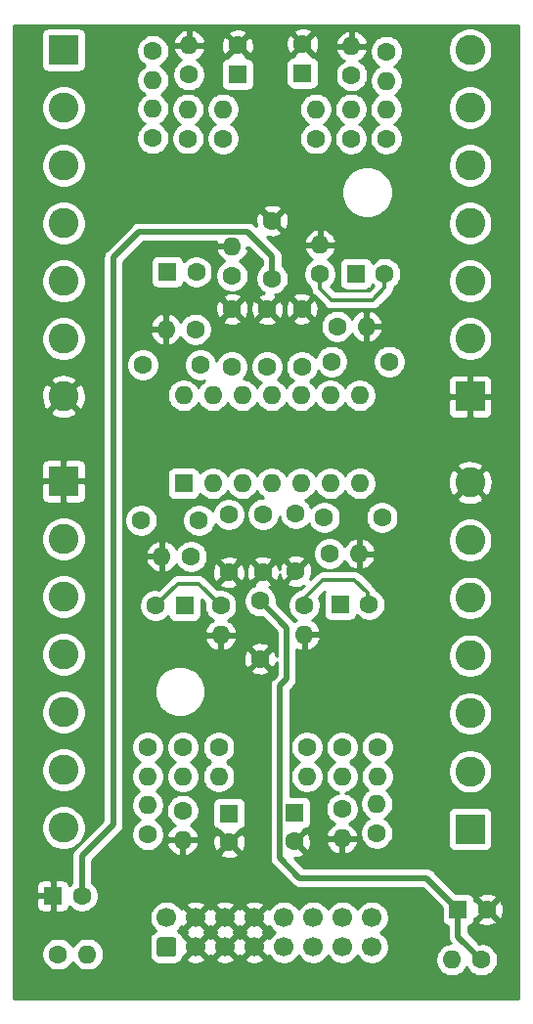
<source format=gbr>
%TF.GenerationSoftware,KiCad,Pcbnew,(5.1.7)-1*%
%TF.CreationDate,2020-11-12T11:31:23+03:00*%
%TF.ProjectId,stomp adapter,73746f6d-7020-4616-9461-707465722e6b,rev?*%
%TF.SameCoordinates,Original*%
%TF.FileFunction,Copper,L2,Bot*%
%TF.FilePolarity,Positive*%
%FSLAX46Y46*%
G04 Gerber Fmt 4.6, Leading zero omitted, Abs format (unit mm)*
G04 Created by KiCad (PCBNEW (5.1.7)-1) date 2020-11-12 11:31:23*
%MOMM*%
%LPD*%
G01*
G04 APERTURE LIST*
%TA.AperFunction,ComponentPad*%
%ADD10C,1.600000*%
%TD*%
%TA.AperFunction,ComponentPad*%
%ADD11R,1.600000X1.600000*%
%TD*%
%TA.AperFunction,ComponentPad*%
%ADD12C,2.600000*%
%TD*%
%TA.AperFunction,ComponentPad*%
%ADD13R,2.600000X2.600000*%
%TD*%
%TA.AperFunction,ComponentPad*%
%ADD14C,1.700000*%
%TD*%
%TA.AperFunction,ComponentPad*%
%ADD15O,1.600000X1.600000*%
%TD*%
%TA.AperFunction,Conductor*%
%ADD16C,0.350000*%
%TD*%
%TA.AperFunction,Conductor*%
%ADD17C,0.250000*%
%TD*%
%TA.AperFunction,Conductor*%
%ADD18C,0.500000*%
%TD*%
%TA.AperFunction,Conductor*%
%ADD19C,0.254000*%
%TD*%
%TA.AperFunction,Conductor*%
%ADD20C,0.100000*%
%TD*%
G04 APERTURE END LIST*
D10*
%TO.P,C17,2*%
%TO.N,Net-(C17-Pad2)*%
X36510000Y-106020000D03*
D11*
%TO.P,C17,1*%
%TO.N,GND*%
X34010000Y-106020000D03*
%TD*%
D10*
%TO.P,C4,2*%
%TO.N,Net-(C4-Pad2)*%
X46410000Y-51990000D03*
D11*
%TO.P,C4,1*%
%TO.N,Net-(C12-Pad1)*%
X43910000Y-51990000D03*
%TD*%
D10*
%TO.P,C7,2*%
%TO.N,GND*%
X54910000Y-101310000D03*
D11*
%TO.P,C7,1*%
%TO.N,Net-(C7-Pad1)*%
X54910000Y-98810000D03*
%TD*%
D10*
%TO.P,C5,2*%
%TO.N,GND*%
X49990000Y-32390000D03*
D11*
%TO.P,C5,1*%
%TO.N,Net-(C5-Pad1)*%
X49990000Y-34890000D03*
%TD*%
D10*
%TO.P,C1,2*%
%TO.N,Net-(C1-Pad2)*%
X42900000Y-80890000D03*
D11*
%TO.P,C1,1*%
%TO.N,Net-(C1-Pad1)*%
X45400000Y-80890000D03*
%TD*%
D10*
%TO.P,C20,2*%
%TO.N,GND*%
X71600000Y-107200000D03*
D11*
%TO.P,C20,1*%
%TO.N,Net-(C20-Pad1)*%
X69100000Y-107200000D03*
%TD*%
D10*
%TO.P,C3,2*%
%TO.N,Net-(C3-Pad2)*%
X62740000Y-52150000D03*
D11*
%TO.P,C3,1*%
%TO.N,Net-(C11-Pad1)*%
X60240000Y-52150000D03*
%TD*%
D10*
%TO.P,C8,2*%
%TO.N,GND*%
X55620000Y-32280000D03*
D11*
%TO.P,C8,1*%
%TO.N,Net-(C8-Pad1)*%
X55620000Y-34780000D03*
%TD*%
D10*
%TO.P,C6,2*%
%TO.N,GND*%
X49260000Y-101390000D03*
D11*
%TO.P,C6,1*%
%TO.N,Net-(C6-Pad1)*%
X49260000Y-98890000D03*
%TD*%
D10*
%TO.P,C2,2*%
%TO.N,Net-(C2-Pad2)*%
X61380000Y-80780000D03*
D11*
%TO.P,C2,1*%
%TO.N,Net-(C10-Pad1)*%
X58880000Y-80780000D03*
%TD*%
D12*
%TO.P,J13,7*%
%TO.N,GND*%
X34930000Y-62790000D03*
%TO.P,J13,6*%
%TO.N,Net-(J13-Pad6)*%
X34930000Y-57790000D03*
%TO.P,J13,5*%
%TO.N,Net-(J13-Pad5)*%
X34930000Y-52790000D03*
%TO.P,J13,4*%
%TO.N,Net-(C1-Pad2)*%
X34930000Y-47790000D03*
%TO.P,J13,3*%
%TO.N,Net-(J13-Pad3)*%
X34930000Y-42790000D03*
%TO.P,J13,2*%
%TO.N,Net-(J13-Pad2)*%
X34930000Y-37790000D03*
D13*
%TO.P,J13,1*%
%TO.N,Net-(J1-PadT)*%
X34930000Y-32790000D03*
%TD*%
%TO.P,J14,1*%
%TO.N,GND*%
X34930000Y-70120000D03*
D12*
%TO.P,J14,2*%
%TO.N,Net-(J14-Pad2)*%
X34930000Y-75120000D03*
%TO.P,J14,3*%
%TO.N,Net-(J14-Pad3)*%
X34930000Y-80120000D03*
%TO.P,J14,4*%
%TO.N,Net-(C2-Pad2)*%
X34930000Y-85120000D03*
%TO.P,J14,5*%
%TO.N,Net-(J14-Pad5)*%
X34930000Y-90120000D03*
%TO.P,J14,6*%
%TO.N,Net-(J14-Pad6)*%
X34930000Y-95120000D03*
%TO.P,J14,7*%
%TO.N,Net-(J14-Pad7)*%
X34930000Y-100120000D03*
%TD*%
%TO.P,J15,7*%
%TO.N,GND*%
X70120000Y-70230000D03*
%TO.P,J15,6*%
%TO.N,Net-(J15-Pad6)*%
X70120000Y-75230000D03*
%TO.P,J15,5*%
%TO.N,Net-(J15-Pad5)*%
X70120000Y-80230000D03*
%TO.P,J15,4*%
%TO.N,Net-(C3-Pad2)*%
X70120000Y-85230000D03*
%TO.P,J15,3*%
%TO.N,Net-(J15-Pad3)*%
X70120000Y-90230000D03*
%TO.P,J15,2*%
%TO.N,Net-(J15-Pad2)*%
X70120000Y-95230000D03*
D13*
%TO.P,J15,1*%
%TO.N,Net-(J15-Pad1)*%
X70120000Y-100230000D03*
%TD*%
%TO.P,J16,1*%
%TO.N,GND*%
X70120000Y-62790000D03*
D12*
%TO.P,J16,2*%
%TO.N,Net-(J16-Pad2)*%
X70120000Y-57790000D03*
%TO.P,J16,3*%
%TO.N,Net-(J16-Pad3)*%
X70120000Y-52790000D03*
%TO.P,J16,4*%
%TO.N,Net-(C4-Pad2)*%
X70120000Y-47790000D03*
%TO.P,J16,5*%
%TO.N,Net-(J16-Pad5)*%
X70120000Y-42790000D03*
%TO.P,J16,6*%
%TO.N,Net-(J16-Pad6)*%
X70120000Y-37790000D03*
%TO.P,J16,7*%
%TO.N,Net-(J16-Pad7)*%
X70120000Y-32790000D03*
%TD*%
D10*
%TO.P,C9,2*%
%TO.N,GND*%
X49230000Y-78000000D03*
%TO.P,C9,1*%
%TO.N,Net-(C1-Pad1)*%
X49230000Y-73000000D03*
%TD*%
%TO.P,C10,2*%
%TO.N,GND*%
X55040000Y-77910000D03*
%TO.P,C10,1*%
%TO.N,Net-(C10-Pad1)*%
X55040000Y-72910000D03*
%TD*%
%TO.P,C11,2*%
%TO.N,GND*%
X55560000Y-55200000D03*
%TO.P,C11,1*%
%TO.N,Net-(C11-Pad1)*%
X55560000Y-60200000D03*
%TD*%
%TO.P,C12,1*%
%TO.N,Net-(C12-Pad1)*%
X49510000Y-60220000D03*
%TO.P,C12,2*%
%TO.N,GND*%
X49510000Y-55220000D03*
%TD*%
%TO.P,C13,1*%
%TO.N,Net-(C13-Pad1)*%
X41650000Y-73500000D03*
%TO.P,C13,2*%
%TO.N,Net-(C13-Pad2)*%
X46650000Y-73500000D03*
%TD*%
%TO.P,C14,1*%
%TO.N,Net-(C14-Pad1)*%
X62500000Y-73270000D03*
%TO.P,C14,2*%
%TO.N,Net-(C14-Pad2)*%
X57500000Y-73270000D03*
%TD*%
%TO.P,C15,1*%
%TO.N,Net-(C15-Pad1)*%
X63140000Y-59760000D03*
%TO.P,C15,2*%
%TO.N,Net-(C15-Pad2)*%
X58140000Y-59760000D03*
%TD*%
%TO.P,C16,1*%
%TO.N,Net-(C16-Pad1)*%
X41790000Y-60050000D03*
%TO.P,C16,2*%
%TO.N,Net-(C16-Pad2)*%
X46790000Y-60050000D03*
%TD*%
%TO.P,C18,2*%
%TO.N,Net-(C17-Pad2)*%
X52990000Y-52560000D03*
%TO.P,C18,1*%
%TO.N,GND*%
X52990000Y-47560000D03*
%TD*%
%TO.P,C19,2*%
%TO.N,Net-(C17-Pad2)*%
X52550000Y-60230000D03*
%TO.P,C19,1*%
%TO.N,GND*%
X52550000Y-55230000D03*
%TD*%
%TO.P,C21,1*%
%TO.N,Net-(C20-Pad1)*%
X51940000Y-80490000D03*
%TO.P,C21,2*%
%TO.N,GND*%
X51940000Y-85490000D03*
%TD*%
%TO.P,C22,2*%
%TO.N,GND*%
X52200000Y-77980000D03*
%TO.P,C22,1*%
%TO.N,Net-(C20-Pad1)*%
X52200000Y-72980000D03*
%TD*%
%TO.P,P1,1*%
%TO.N,-12V*%
%TA.AperFunction,ComponentPad*%
G36*
G01*
X44450000Y-111300000D02*
X43250000Y-111300000D01*
G75*
G02*
X43000000Y-111050000I0J250000D01*
G01*
X43000000Y-109850000D01*
G75*
G02*
X43250000Y-109600000I250000J0D01*
G01*
X44450000Y-109600000D01*
G75*
G02*
X44700000Y-109850000I0J-250000D01*
G01*
X44700000Y-111050000D01*
G75*
G02*
X44450000Y-111300000I-250000J0D01*
G01*
G37*
%TD.AperFunction*%
D14*
%TO.P,P1,3*%
%TO.N,GND*%
X46390000Y-110450000D03*
%TO.P,P1,5*%
X48930000Y-110450000D03*
%TO.P,P1,7*%
X51470000Y-110450000D03*
%TO.P,P1,9*%
%TO.N,+12V*%
X54010000Y-110450000D03*
%TO.P,P1,11*%
%TO.N,Net-(P1-Pad11)*%
X56550000Y-110450000D03*
%TO.P,P1,13*%
%TO.N,Net-(P1-Pad13)*%
X59090000Y-110450000D03*
%TO.P,P1,15*%
%TO.N,Net-(P1-Pad15)*%
X61630000Y-110450000D03*
%TO.P,P1,2*%
%TO.N,-12V*%
X43850000Y-107910000D03*
%TO.P,P1,4*%
%TO.N,GND*%
X46390000Y-107910000D03*
%TO.P,P1,6*%
X48930000Y-107910000D03*
%TO.P,P1,8*%
X51470000Y-107910000D03*
%TO.P,P1,10*%
%TO.N,+12V*%
X54010000Y-107910000D03*
%TO.P,P1,12*%
%TO.N,Net-(P1-Pad12)*%
X56550000Y-107910000D03*
%TO.P,P1,14*%
%TO.N,Net-(P1-Pad14)*%
X59090000Y-107910000D03*
%TO.P,P1,16*%
%TO.N,Net-(P1-Pad16)*%
X61630000Y-107910000D03*
%TD*%
D15*
%TO.P,R1,2*%
%TO.N,Net-(J13-Pad3)*%
X42670000Y-35390000D03*
D10*
%TO.P,R1,1*%
%TO.N,Net-(J13-Pad2)*%
X42670000Y-32850000D03*
%TD*%
D15*
%TO.P,R2,2*%
%TO.N,Net-(J14-Pad5)*%
X42210000Y-98170000D03*
D10*
%TO.P,R2,1*%
%TO.N,Net-(J14-Pad6)*%
X42210000Y-100710000D03*
%TD*%
D15*
%TO.P,R3,2*%
%TO.N,Net-(J15-Pad3)*%
X62050000Y-98030000D03*
D10*
%TO.P,R3,1*%
%TO.N,Net-(J15-Pad2)*%
X62050000Y-100570000D03*
%TD*%
%TO.P,R4,1*%
%TO.N,Net-(J16-Pad6)*%
X62890000Y-32920000D03*
D15*
%TO.P,R4,2*%
%TO.N,Net-(J16-Pad5)*%
X62890000Y-35460000D03*
%TD*%
D10*
%TO.P,R5,1*%
%TO.N,Net-(J13-Pad3)*%
X45790000Y-34930000D03*
D15*
%TO.P,R5,2*%
%TO.N,GND*%
X45790000Y-32390000D03*
%TD*%
D10*
%TO.P,R6,1*%
%TO.N,Net-(J14-Pad5)*%
X45240000Y-98620000D03*
D15*
%TO.P,R6,2*%
%TO.N,GND*%
X45240000Y-101160000D03*
%TD*%
D10*
%TO.P,R7,1*%
%TO.N,Net-(J15-Pad3)*%
X59030000Y-98510000D03*
D15*
%TO.P,R7,2*%
%TO.N,GND*%
X59030000Y-101050000D03*
%TD*%
%TO.P,R8,2*%
%TO.N,GND*%
X59870000Y-32470000D03*
D10*
%TO.P,R8,1*%
%TO.N,Net-(J16-Pad5)*%
X59870000Y-35010000D03*
%TD*%
D15*
%TO.P,R9,2*%
%TO.N,GND*%
X48530000Y-83420000D03*
D10*
%TO.P,R9,1*%
%TO.N,Net-(C1-Pad2)*%
X48530000Y-80880000D03*
%TD*%
D15*
%TO.P,R10,2*%
%TO.N,GND*%
X55780000Y-83390000D03*
D10*
%TO.P,R10,1*%
%TO.N,Net-(C2-Pad2)*%
X55780000Y-80850000D03*
%TD*%
D15*
%TO.P,R11,2*%
%TO.N,GND*%
X57130000Y-49650000D03*
D10*
%TO.P,R11,1*%
%TO.N,Net-(C3-Pad2)*%
X57130000Y-52190000D03*
%TD*%
%TO.P,R12,1*%
%TO.N,Net-(C4-Pad2)*%
X49520000Y-52320000D03*
D15*
%TO.P,R12,2*%
%TO.N,GND*%
X49520000Y-49780000D03*
%TD*%
D10*
%TO.P,R13,1*%
%TO.N,Net-(C1-Pad1)*%
X45980000Y-76630000D03*
D15*
%TO.P,R13,2*%
%TO.N,GND*%
X43440000Y-76630000D03*
%TD*%
D10*
%TO.P,R14,1*%
%TO.N,Net-(C10-Pad1)*%
X57980000Y-76390000D03*
D15*
%TO.P,R14,2*%
%TO.N,GND*%
X60520000Y-76390000D03*
%TD*%
D10*
%TO.P,R15,1*%
%TO.N,Net-(C11-Pad1)*%
X58610000Y-56710000D03*
D15*
%TO.P,R15,2*%
%TO.N,GND*%
X61150000Y-56710000D03*
%TD*%
%TO.P,R16,2*%
%TO.N,GND*%
X43790000Y-56970000D03*
D10*
%TO.P,R16,1*%
%TO.N,Net-(C12-Pad1)*%
X46330000Y-56970000D03*
%TD*%
D15*
%TO.P,R17,2*%
%TO.N,Net-(C5-Pad1)*%
X48740000Y-37920000D03*
D10*
%TO.P,R17,1*%
%TO.N,Net-(C13-Pad2)*%
X48740000Y-40460000D03*
%TD*%
%TO.P,R18,1*%
%TO.N,Net-(C14-Pad2)*%
X48360000Y-93160000D03*
D15*
%TO.P,R18,2*%
%TO.N,Net-(C6-Pad1)*%
X48360000Y-95700000D03*
%TD*%
%TO.P,R19,2*%
%TO.N,Net-(C7-Pad1)*%
X56000000Y-95700000D03*
D10*
%TO.P,R19,1*%
%TO.N,Net-(C15-Pad2)*%
X56000000Y-93160000D03*
%TD*%
%TO.P,R20,1*%
%TO.N,Net-(C16-Pad2)*%
X56760000Y-40450000D03*
D15*
%TO.P,R20,2*%
%TO.N,Net-(C8-Pad1)*%
X56760000Y-37910000D03*
%TD*%
D10*
%TO.P,R21,1*%
%TO.N,Net-(C13-Pad1)*%
X45710000Y-40450000D03*
D15*
%TO.P,R21,2*%
%TO.N,Net-(C13-Pad2)*%
X45710000Y-37910000D03*
%TD*%
%TO.P,R22,2*%
%TO.N,Net-(C14-Pad2)*%
X45280000Y-95700000D03*
D10*
%TO.P,R22,1*%
%TO.N,Net-(C14-Pad1)*%
X45280000Y-93160000D03*
%TD*%
%TO.P,R23,1*%
%TO.N,Net-(C15-Pad1)*%
X59040000Y-93160000D03*
D15*
%TO.P,R23,2*%
%TO.N,Net-(C15-Pad2)*%
X59040000Y-95700000D03*
%TD*%
%TO.P,R24,2*%
%TO.N,Net-(C16-Pad2)*%
X59810000Y-37920000D03*
D10*
%TO.P,R24,1*%
%TO.N,Net-(C16-Pad1)*%
X59810000Y-40460000D03*
%TD*%
D15*
%TO.P,R25,2*%
%TO.N,Net-(C13-Pad1)*%
X42660000Y-37900000D03*
D10*
%TO.P,R25,1*%
%TO.N,Net-(J13-Pad5)*%
X42660000Y-40440000D03*
%TD*%
D15*
%TO.P,R26,2*%
%TO.N,Net-(C14-Pad1)*%
X42230000Y-95690000D03*
D10*
%TO.P,R26,1*%
%TO.N,Net-(J14-Pad3)*%
X42230000Y-93150000D03*
%TD*%
%TO.P,R27,1*%
%TO.N,Net-(J15-Pad5)*%
X62090000Y-93160000D03*
D15*
%TO.P,R27,2*%
%TO.N,Net-(C15-Pad1)*%
X62090000Y-95700000D03*
%TD*%
D10*
%TO.P,R28,1*%
%TO.N,Net-(J16-Pad3)*%
X62860000Y-40460000D03*
D15*
%TO.P,R28,2*%
%TO.N,Net-(C16-Pad1)*%
X62860000Y-37920000D03*
%TD*%
%TO.P,R29,2*%
%TO.N,-12V*%
X37000000Y-111060000D03*
D10*
%TO.P,R29,1*%
%TO.N,Net-(C17-Pad2)*%
X34460000Y-111060000D03*
%TD*%
%TO.P,R30,1*%
%TO.N,Net-(C20-Pad1)*%
X71110000Y-111560000D03*
D15*
%TO.P,R30,2*%
%TO.N,+12V*%
X68570000Y-111560000D03*
%TD*%
D11*
%TO.P,U1,1*%
%TO.N,Net-(C13-Pad1)*%
X45320000Y-70310000D03*
D15*
%TO.P,U1,8*%
%TO.N,Net-(C15-Pad1)*%
X60560000Y-62690000D03*
%TO.P,U1,2*%
%TO.N,Net-(C13-Pad2)*%
X47860000Y-70310000D03*
%TO.P,U1,9*%
%TO.N,Net-(C15-Pad2)*%
X58020000Y-62690000D03*
%TO.P,U1,3*%
%TO.N,Net-(C1-Pad1)*%
X50400000Y-70310000D03*
%TO.P,U1,10*%
%TO.N,Net-(C11-Pad1)*%
X55480000Y-62690000D03*
%TO.P,U1,4*%
%TO.N,Net-(C20-Pad1)*%
X52940000Y-70310000D03*
%TO.P,U1,11*%
%TO.N,Net-(C17-Pad2)*%
X52940000Y-62690000D03*
%TO.P,U1,5*%
%TO.N,Net-(C10-Pad1)*%
X55480000Y-70310000D03*
%TO.P,U1,12*%
%TO.N,Net-(C12-Pad1)*%
X50400000Y-62690000D03*
%TO.P,U1,6*%
%TO.N,Net-(C14-Pad2)*%
X58020000Y-70310000D03*
%TO.P,U1,13*%
%TO.N,Net-(C16-Pad2)*%
X47860000Y-62690000D03*
%TO.P,U1,7*%
%TO.N,Net-(C14-Pad1)*%
X60560000Y-70310000D03*
%TO.P,U1,14*%
%TO.N,Net-(C16-Pad1)*%
X45320000Y-62690000D03*
%TD*%
D16*
%TO.N,Net-(C1-Pad2)*%
X44820000Y-78970000D02*
X42900000Y-80890000D01*
X46620000Y-78970000D02*
X44820000Y-78970000D01*
X48530000Y-80880000D02*
X46620000Y-78970000D01*
%TO.N,Net-(C2-Pad2)*%
X55780000Y-80280000D02*
X55780000Y-80850000D01*
X57410000Y-78650000D02*
X55780000Y-80280000D01*
X60120000Y-78650000D02*
X57410000Y-78650000D01*
X61230000Y-79760000D02*
X60120000Y-78650000D01*
X61230000Y-80730000D02*
X61230000Y-79760000D01*
%TO.N,Net-(C3-Pad2)*%
X57120000Y-52210000D02*
X57120000Y-53460000D01*
X57120000Y-53460000D02*
X58110000Y-54450000D01*
X58110000Y-54450000D02*
X61690000Y-54450000D01*
X62740000Y-53400000D02*
X62740000Y-52150000D01*
X61690000Y-54450000D02*
X62740000Y-53400000D01*
D17*
%TO.N,Net-(C13-Pad1)*%
X45320000Y-70310000D02*
X45160000Y-70310000D01*
D18*
%TO.N,Net-(C17-Pad2)*%
X41480001Y-48529999D02*
X50869999Y-48529999D01*
X50869999Y-48529999D02*
X52990000Y-50650000D01*
X39250000Y-50760000D02*
X41480001Y-48529999D01*
X39250000Y-99830000D02*
X39250000Y-50760000D01*
X52990000Y-50650000D02*
X52990000Y-52560000D01*
X36510000Y-102570000D02*
X39250000Y-99830000D01*
X36510000Y-106020000D02*
X36510000Y-102570000D01*
%TO.N,Net-(C20-Pad1)*%
X69100000Y-109550000D02*
X71110000Y-111560000D01*
X69100000Y-107200000D02*
X69100000Y-109550000D01*
X69100000Y-107200000D02*
X66360000Y-104460000D01*
X66360000Y-104460000D02*
X55380000Y-104460000D01*
X55380000Y-104460000D02*
X53660000Y-102740000D01*
X53660000Y-102740000D02*
X53660000Y-87840000D01*
X53660000Y-87840000D02*
X54240000Y-87260000D01*
X54240000Y-82790000D02*
X51940000Y-80490000D01*
X54240000Y-87260000D02*
X54240000Y-82790000D01*
%TD*%
D19*
%TO.N,GND*%
X74340001Y-114873000D02*
X30660000Y-114873000D01*
X30660000Y-110918665D01*
X33025000Y-110918665D01*
X33025000Y-111201335D01*
X33080147Y-111478574D01*
X33188320Y-111739727D01*
X33345363Y-111974759D01*
X33545241Y-112174637D01*
X33780273Y-112331680D01*
X34041426Y-112439853D01*
X34318665Y-112495000D01*
X34601335Y-112495000D01*
X34878574Y-112439853D01*
X35139727Y-112331680D01*
X35374759Y-112174637D01*
X35574637Y-111974759D01*
X35730000Y-111742241D01*
X35885363Y-111974759D01*
X36085241Y-112174637D01*
X36320273Y-112331680D01*
X36581426Y-112439853D01*
X36858665Y-112495000D01*
X37141335Y-112495000D01*
X37418574Y-112439853D01*
X37679727Y-112331680D01*
X37914759Y-112174637D01*
X38114637Y-111974759D01*
X38271680Y-111739727D01*
X38379853Y-111478574D01*
X38435000Y-111201335D01*
X38435000Y-110918665D01*
X38379853Y-110641426D01*
X38271680Y-110380273D01*
X38114637Y-110145241D01*
X37914759Y-109945363D01*
X37772038Y-109850000D01*
X42361928Y-109850000D01*
X42361928Y-111050000D01*
X42378992Y-111223254D01*
X42429528Y-111389850D01*
X42511595Y-111543386D01*
X42622038Y-111677962D01*
X42756614Y-111788405D01*
X42910150Y-111870472D01*
X43076746Y-111921008D01*
X43250000Y-111938072D01*
X44450000Y-111938072D01*
X44623254Y-111921008D01*
X44789850Y-111870472D01*
X44943386Y-111788405D01*
X45077962Y-111677962D01*
X45188405Y-111543386D01*
X45223142Y-111478397D01*
X45541208Y-111478397D01*
X45618843Y-111727472D01*
X45882883Y-111853371D01*
X46166411Y-111925339D01*
X46458531Y-111940611D01*
X46748019Y-111898599D01*
X47023747Y-111800919D01*
X47161157Y-111727472D01*
X47238792Y-111478397D01*
X48081208Y-111478397D01*
X48158843Y-111727472D01*
X48422883Y-111853371D01*
X48706411Y-111925339D01*
X48998531Y-111940611D01*
X49288019Y-111898599D01*
X49563747Y-111800919D01*
X49701157Y-111727472D01*
X49778792Y-111478397D01*
X50621208Y-111478397D01*
X50698843Y-111727472D01*
X50962883Y-111853371D01*
X51246411Y-111925339D01*
X51538531Y-111940611D01*
X51828019Y-111898599D01*
X52103747Y-111800919D01*
X52241157Y-111727472D01*
X52318792Y-111478397D01*
X51470000Y-110629605D01*
X50621208Y-111478397D01*
X49778792Y-111478397D01*
X48930000Y-110629605D01*
X48081208Y-111478397D01*
X47238792Y-111478397D01*
X46390000Y-110629605D01*
X45541208Y-111478397D01*
X45223142Y-111478397D01*
X45270472Y-111389850D01*
X45303580Y-111280707D01*
X45361603Y-111298792D01*
X46210395Y-110450000D01*
X46569605Y-110450000D01*
X47418397Y-111298792D01*
X47660000Y-111223486D01*
X47901603Y-111298792D01*
X48750395Y-110450000D01*
X49109605Y-110450000D01*
X49958397Y-111298792D01*
X50200000Y-111223486D01*
X50441603Y-111298792D01*
X51290395Y-110450000D01*
X50441603Y-109601208D01*
X50200000Y-109676514D01*
X49958397Y-109601208D01*
X49109605Y-110450000D01*
X48750395Y-110450000D01*
X47901603Y-109601208D01*
X47660000Y-109676514D01*
X47418397Y-109601208D01*
X46569605Y-110450000D01*
X46210395Y-110450000D01*
X45361603Y-109601208D01*
X45303580Y-109619293D01*
X45270472Y-109510150D01*
X45188405Y-109356614D01*
X45077962Y-109222038D01*
X44943386Y-109111595D01*
X44816392Y-109043715D01*
X44921710Y-108938397D01*
X45541208Y-108938397D01*
X45616514Y-109180000D01*
X45541208Y-109421603D01*
X46390000Y-110270395D01*
X47238792Y-109421603D01*
X47163486Y-109180000D01*
X47238792Y-108938397D01*
X48081208Y-108938397D01*
X48156514Y-109180000D01*
X48081208Y-109421603D01*
X48930000Y-110270395D01*
X49778792Y-109421603D01*
X49703486Y-109180000D01*
X49778792Y-108938397D01*
X50621208Y-108938397D01*
X50696514Y-109180000D01*
X50621208Y-109421603D01*
X51470000Y-110270395D01*
X52318792Y-109421603D01*
X52243486Y-109180000D01*
X52318792Y-108938397D01*
X51470000Y-108089605D01*
X50621208Y-108938397D01*
X49778792Y-108938397D01*
X48930000Y-108089605D01*
X48081208Y-108938397D01*
X47238792Y-108938397D01*
X46390000Y-108089605D01*
X45541208Y-108938397D01*
X44921710Y-108938397D01*
X45003475Y-108856632D01*
X45119311Y-108683271D01*
X45361603Y-108758792D01*
X46210395Y-107910000D01*
X46569605Y-107910000D01*
X47418397Y-108758792D01*
X47660000Y-108683486D01*
X47901603Y-108758792D01*
X48750395Y-107910000D01*
X49109605Y-107910000D01*
X49958397Y-108758792D01*
X50200000Y-108683486D01*
X50441603Y-108758792D01*
X51290395Y-107910000D01*
X51649605Y-107910000D01*
X52498397Y-108758792D01*
X52740689Y-108683271D01*
X52856525Y-108856632D01*
X53063368Y-109063475D01*
X53237760Y-109180000D01*
X53063368Y-109296525D01*
X52856525Y-109503368D01*
X52740689Y-109676729D01*
X52498397Y-109601208D01*
X51649605Y-110450000D01*
X52498397Y-111298792D01*
X52740689Y-111223271D01*
X52856525Y-111396632D01*
X53063368Y-111603475D01*
X53306589Y-111765990D01*
X53576842Y-111877932D01*
X53863740Y-111935000D01*
X54156260Y-111935000D01*
X54443158Y-111877932D01*
X54713411Y-111765990D01*
X54956632Y-111603475D01*
X55163475Y-111396632D01*
X55280000Y-111222240D01*
X55396525Y-111396632D01*
X55603368Y-111603475D01*
X55846589Y-111765990D01*
X56116842Y-111877932D01*
X56403740Y-111935000D01*
X56696260Y-111935000D01*
X56983158Y-111877932D01*
X57253411Y-111765990D01*
X57496632Y-111603475D01*
X57703475Y-111396632D01*
X57820000Y-111222240D01*
X57936525Y-111396632D01*
X58143368Y-111603475D01*
X58386589Y-111765990D01*
X58656842Y-111877932D01*
X58943740Y-111935000D01*
X59236260Y-111935000D01*
X59523158Y-111877932D01*
X59793411Y-111765990D01*
X60036632Y-111603475D01*
X60243475Y-111396632D01*
X60360000Y-111222240D01*
X60476525Y-111396632D01*
X60683368Y-111603475D01*
X60926589Y-111765990D01*
X61196842Y-111877932D01*
X61483740Y-111935000D01*
X61776260Y-111935000D01*
X62063158Y-111877932D01*
X62333411Y-111765990D01*
X62576632Y-111603475D01*
X62783475Y-111396632D01*
X62945990Y-111153411D01*
X63057932Y-110883158D01*
X63115000Y-110596260D01*
X63115000Y-110303740D01*
X63057932Y-110016842D01*
X62945990Y-109746589D01*
X62783475Y-109503368D01*
X62576632Y-109296525D01*
X62402240Y-109180000D01*
X62576632Y-109063475D01*
X62783475Y-108856632D01*
X62945990Y-108613411D01*
X63057932Y-108343158D01*
X63115000Y-108056260D01*
X63115000Y-107763740D01*
X63057932Y-107476842D01*
X62945990Y-107206589D01*
X62783475Y-106963368D01*
X62576632Y-106756525D01*
X62333411Y-106594010D01*
X62063158Y-106482068D01*
X61776260Y-106425000D01*
X61483740Y-106425000D01*
X61196842Y-106482068D01*
X60926589Y-106594010D01*
X60683368Y-106756525D01*
X60476525Y-106963368D01*
X60360000Y-107137760D01*
X60243475Y-106963368D01*
X60036632Y-106756525D01*
X59793411Y-106594010D01*
X59523158Y-106482068D01*
X59236260Y-106425000D01*
X58943740Y-106425000D01*
X58656842Y-106482068D01*
X58386589Y-106594010D01*
X58143368Y-106756525D01*
X57936525Y-106963368D01*
X57820000Y-107137760D01*
X57703475Y-106963368D01*
X57496632Y-106756525D01*
X57253411Y-106594010D01*
X56983158Y-106482068D01*
X56696260Y-106425000D01*
X56403740Y-106425000D01*
X56116842Y-106482068D01*
X55846589Y-106594010D01*
X55603368Y-106756525D01*
X55396525Y-106963368D01*
X55280000Y-107137760D01*
X55163475Y-106963368D01*
X54956632Y-106756525D01*
X54713411Y-106594010D01*
X54443158Y-106482068D01*
X54156260Y-106425000D01*
X53863740Y-106425000D01*
X53576842Y-106482068D01*
X53306589Y-106594010D01*
X53063368Y-106756525D01*
X52856525Y-106963368D01*
X52740689Y-107136729D01*
X52498397Y-107061208D01*
X51649605Y-107910000D01*
X51290395Y-107910000D01*
X50441603Y-107061208D01*
X50200000Y-107136514D01*
X49958397Y-107061208D01*
X49109605Y-107910000D01*
X48750395Y-107910000D01*
X47901603Y-107061208D01*
X47660000Y-107136514D01*
X47418397Y-107061208D01*
X46569605Y-107910000D01*
X46210395Y-107910000D01*
X45361603Y-107061208D01*
X45119311Y-107136729D01*
X45003475Y-106963368D01*
X44921710Y-106881603D01*
X45541208Y-106881603D01*
X46390000Y-107730395D01*
X47238792Y-106881603D01*
X48081208Y-106881603D01*
X48930000Y-107730395D01*
X49778792Y-106881603D01*
X50621208Y-106881603D01*
X51470000Y-107730395D01*
X52318792Y-106881603D01*
X52241157Y-106632528D01*
X51977117Y-106506629D01*
X51693589Y-106434661D01*
X51401469Y-106419389D01*
X51111981Y-106461401D01*
X50836253Y-106559081D01*
X50698843Y-106632528D01*
X50621208Y-106881603D01*
X49778792Y-106881603D01*
X49701157Y-106632528D01*
X49437117Y-106506629D01*
X49153589Y-106434661D01*
X48861469Y-106419389D01*
X48571981Y-106461401D01*
X48296253Y-106559081D01*
X48158843Y-106632528D01*
X48081208Y-106881603D01*
X47238792Y-106881603D01*
X47161157Y-106632528D01*
X46897117Y-106506629D01*
X46613589Y-106434661D01*
X46321469Y-106419389D01*
X46031981Y-106461401D01*
X45756253Y-106559081D01*
X45618843Y-106632528D01*
X45541208Y-106881603D01*
X44921710Y-106881603D01*
X44796632Y-106756525D01*
X44553411Y-106594010D01*
X44283158Y-106482068D01*
X43996260Y-106425000D01*
X43703740Y-106425000D01*
X43416842Y-106482068D01*
X43146589Y-106594010D01*
X42903368Y-106756525D01*
X42696525Y-106963368D01*
X42534010Y-107206589D01*
X42422068Y-107476842D01*
X42365000Y-107763740D01*
X42365000Y-108056260D01*
X42422068Y-108343158D01*
X42534010Y-108613411D01*
X42696525Y-108856632D01*
X42883608Y-109043715D01*
X42756614Y-109111595D01*
X42622038Y-109222038D01*
X42511595Y-109356614D01*
X42429528Y-109510150D01*
X42378992Y-109676746D01*
X42361928Y-109850000D01*
X37772038Y-109850000D01*
X37679727Y-109788320D01*
X37418574Y-109680147D01*
X37141335Y-109625000D01*
X36858665Y-109625000D01*
X36581426Y-109680147D01*
X36320273Y-109788320D01*
X36085241Y-109945363D01*
X35885363Y-110145241D01*
X35730000Y-110377759D01*
X35574637Y-110145241D01*
X35374759Y-109945363D01*
X35139727Y-109788320D01*
X34878574Y-109680147D01*
X34601335Y-109625000D01*
X34318665Y-109625000D01*
X34041426Y-109680147D01*
X33780273Y-109788320D01*
X33545241Y-109945363D01*
X33345363Y-110145241D01*
X33188320Y-110380273D01*
X33080147Y-110641426D01*
X33025000Y-110918665D01*
X30660000Y-110918665D01*
X30660000Y-106820000D01*
X32571928Y-106820000D01*
X32584188Y-106944482D01*
X32620498Y-107064180D01*
X32679463Y-107174494D01*
X32758815Y-107271185D01*
X32855506Y-107350537D01*
X32965820Y-107409502D01*
X33085518Y-107445812D01*
X33210000Y-107458072D01*
X33724250Y-107455000D01*
X33883000Y-107296250D01*
X33883000Y-106147000D01*
X32733750Y-106147000D01*
X32575000Y-106305750D01*
X32571928Y-106820000D01*
X30660000Y-106820000D01*
X30660000Y-105220000D01*
X32571928Y-105220000D01*
X32575000Y-105734250D01*
X32733750Y-105893000D01*
X33883000Y-105893000D01*
X33883000Y-104743750D01*
X34137000Y-104743750D01*
X34137000Y-105893000D01*
X34157000Y-105893000D01*
X34157000Y-106147000D01*
X34137000Y-106147000D01*
X34137000Y-107296250D01*
X34295750Y-107455000D01*
X34810000Y-107458072D01*
X34934482Y-107445812D01*
X35054180Y-107409502D01*
X35164494Y-107350537D01*
X35261185Y-107271185D01*
X35340537Y-107174494D01*
X35399502Y-107064180D01*
X35428661Y-106968057D01*
X35595241Y-107134637D01*
X35830273Y-107291680D01*
X36091426Y-107399853D01*
X36368665Y-107455000D01*
X36651335Y-107455000D01*
X36928574Y-107399853D01*
X37189727Y-107291680D01*
X37424759Y-107134637D01*
X37624637Y-106934759D01*
X37781680Y-106699727D01*
X37889853Y-106438574D01*
X37945000Y-106161335D01*
X37945000Y-105878665D01*
X37889853Y-105601426D01*
X37781680Y-105340273D01*
X37624637Y-105105241D01*
X37424759Y-104905363D01*
X37395000Y-104885479D01*
X37395000Y-102936578D01*
X39845050Y-100486529D01*
X39878817Y-100458817D01*
X39989411Y-100324059D01*
X40071589Y-100170313D01*
X40122195Y-100003490D01*
X40135000Y-99873477D01*
X40135000Y-99873467D01*
X40139281Y-99830001D01*
X40135000Y-99786535D01*
X40135000Y-98028665D01*
X40775000Y-98028665D01*
X40775000Y-98311335D01*
X40830147Y-98588574D01*
X40938320Y-98849727D01*
X41095363Y-99084759D01*
X41295241Y-99284637D01*
X41527759Y-99440000D01*
X41295241Y-99595363D01*
X41095363Y-99795241D01*
X40938320Y-100030273D01*
X40830147Y-100291426D01*
X40775000Y-100568665D01*
X40775000Y-100851335D01*
X40830147Y-101128574D01*
X40938320Y-101389727D01*
X41095363Y-101624759D01*
X41295241Y-101824637D01*
X41530273Y-101981680D01*
X41791426Y-102089853D01*
X42068665Y-102145000D01*
X42351335Y-102145000D01*
X42628574Y-102089853D01*
X42889727Y-101981680D01*
X43124759Y-101824637D01*
X43324637Y-101624759D01*
X43401957Y-101509040D01*
X43848091Y-101509040D01*
X43942930Y-101773881D01*
X44087615Y-102015131D01*
X44276586Y-102223519D01*
X44502580Y-102391037D01*
X44756913Y-102511246D01*
X44890961Y-102551904D01*
X45113000Y-102429915D01*
X45113000Y-101287000D01*
X45367000Y-101287000D01*
X45367000Y-102429915D01*
X45589039Y-102551904D01*
X45723087Y-102511246D01*
X45977420Y-102391037D01*
X45988664Y-102382702D01*
X48446903Y-102382702D01*
X48518486Y-102626671D01*
X48773996Y-102747571D01*
X49048184Y-102816300D01*
X49330512Y-102830217D01*
X49610130Y-102788787D01*
X49876292Y-102693603D01*
X50001514Y-102626671D01*
X50073097Y-102382702D01*
X49260000Y-101569605D01*
X48446903Y-102382702D01*
X45988664Y-102382702D01*
X46203414Y-102223519D01*
X46392385Y-102015131D01*
X46537070Y-101773881D01*
X46631909Y-101509040D01*
X46605402Y-101460512D01*
X47819783Y-101460512D01*
X47861213Y-101740130D01*
X47956397Y-102006292D01*
X48023329Y-102131514D01*
X48267298Y-102203097D01*
X49080395Y-101390000D01*
X49439605Y-101390000D01*
X50252702Y-102203097D01*
X50496671Y-102131514D01*
X50617571Y-101876004D01*
X50686300Y-101601816D01*
X50700217Y-101319488D01*
X50658787Y-101039870D01*
X50563603Y-100773708D01*
X50496671Y-100648486D01*
X50252702Y-100576903D01*
X49439605Y-101390000D01*
X49080395Y-101390000D01*
X48267298Y-100576903D01*
X48023329Y-100648486D01*
X47902429Y-100903996D01*
X47833700Y-101178184D01*
X47819783Y-101460512D01*
X46605402Y-101460512D01*
X46510624Y-101287000D01*
X45367000Y-101287000D01*
X45113000Y-101287000D01*
X43969376Y-101287000D01*
X43848091Y-101509040D01*
X43401957Y-101509040D01*
X43481680Y-101389727D01*
X43589853Y-101128574D01*
X43645000Y-100851335D01*
X43645000Y-100568665D01*
X43589853Y-100291426D01*
X43481680Y-100030273D01*
X43324637Y-99795241D01*
X43124759Y-99595363D01*
X42892241Y-99440000D01*
X43124759Y-99284637D01*
X43324637Y-99084759D01*
X43481680Y-98849727D01*
X43589853Y-98588574D01*
X43611715Y-98478665D01*
X43805000Y-98478665D01*
X43805000Y-98761335D01*
X43860147Y-99038574D01*
X43968320Y-99299727D01*
X44125363Y-99534759D01*
X44325241Y-99734637D01*
X44560273Y-99891680D01*
X44571565Y-99896357D01*
X44502580Y-99928963D01*
X44276586Y-100096481D01*
X44087615Y-100304869D01*
X43942930Y-100546119D01*
X43848091Y-100810960D01*
X43969376Y-101033000D01*
X45113000Y-101033000D01*
X45113000Y-101013000D01*
X45367000Y-101013000D01*
X45367000Y-101033000D01*
X46510624Y-101033000D01*
X46631909Y-100810960D01*
X46537070Y-100546119D01*
X46392385Y-100304869D01*
X46203414Y-100096481D01*
X45977420Y-99928963D01*
X45908435Y-99896357D01*
X45919727Y-99891680D01*
X46154759Y-99734637D01*
X46354637Y-99534759D01*
X46511680Y-99299727D01*
X46619853Y-99038574D01*
X46675000Y-98761335D01*
X46675000Y-98478665D01*
X46619853Y-98201426D01*
X46573699Y-98090000D01*
X47821928Y-98090000D01*
X47821928Y-99690000D01*
X47834188Y-99814482D01*
X47870498Y-99934180D01*
X47929463Y-100044494D01*
X48008815Y-100141185D01*
X48105506Y-100220537D01*
X48215820Y-100279502D01*
X48335518Y-100315812D01*
X48460000Y-100328072D01*
X48467215Y-100328072D01*
X48446903Y-100397298D01*
X49260000Y-101210395D01*
X50073097Y-100397298D01*
X50052785Y-100328072D01*
X50060000Y-100328072D01*
X50184482Y-100315812D01*
X50304180Y-100279502D01*
X50414494Y-100220537D01*
X50511185Y-100141185D01*
X50590537Y-100044494D01*
X50649502Y-99934180D01*
X50685812Y-99814482D01*
X50698072Y-99690000D01*
X50698072Y-98090000D01*
X50685812Y-97965518D01*
X50649502Y-97845820D01*
X50590537Y-97735506D01*
X50511185Y-97638815D01*
X50414494Y-97559463D01*
X50304180Y-97500498D01*
X50184482Y-97464188D01*
X50060000Y-97451928D01*
X48460000Y-97451928D01*
X48335518Y-97464188D01*
X48215820Y-97500498D01*
X48105506Y-97559463D01*
X48008815Y-97638815D01*
X47929463Y-97735506D01*
X47870498Y-97845820D01*
X47834188Y-97965518D01*
X47821928Y-98090000D01*
X46573699Y-98090000D01*
X46511680Y-97940273D01*
X46354637Y-97705241D01*
X46154759Y-97505363D01*
X45919727Y-97348320D01*
X45658574Y-97240147D01*
X45381335Y-97185000D01*
X45098665Y-97185000D01*
X44821426Y-97240147D01*
X44560273Y-97348320D01*
X44325241Y-97505363D01*
X44125363Y-97705241D01*
X43968320Y-97940273D01*
X43860147Y-98201426D01*
X43805000Y-98478665D01*
X43611715Y-98478665D01*
X43645000Y-98311335D01*
X43645000Y-98028665D01*
X43589853Y-97751426D01*
X43481680Y-97490273D01*
X43324637Y-97255241D01*
X43124759Y-97055363D01*
X42947140Y-96936682D01*
X43144759Y-96804637D01*
X43344637Y-96604759D01*
X43501680Y-96369727D01*
X43609853Y-96108574D01*
X43665000Y-95831335D01*
X43665000Y-95548665D01*
X43609853Y-95271426D01*
X43501680Y-95010273D01*
X43344637Y-94775241D01*
X43144759Y-94575363D01*
X42912241Y-94420000D01*
X43144759Y-94264637D01*
X43344637Y-94064759D01*
X43501680Y-93829727D01*
X43609853Y-93568574D01*
X43665000Y-93291335D01*
X43665000Y-93018665D01*
X43845000Y-93018665D01*
X43845000Y-93301335D01*
X43900147Y-93578574D01*
X44008320Y-93839727D01*
X44165363Y-94074759D01*
X44365241Y-94274637D01*
X44597759Y-94430000D01*
X44365241Y-94585363D01*
X44165363Y-94785241D01*
X44008320Y-95020273D01*
X43900147Y-95281426D01*
X43845000Y-95558665D01*
X43845000Y-95841335D01*
X43900147Y-96118574D01*
X44008320Y-96379727D01*
X44165363Y-96614759D01*
X44365241Y-96814637D01*
X44600273Y-96971680D01*
X44861426Y-97079853D01*
X45138665Y-97135000D01*
X45421335Y-97135000D01*
X45698574Y-97079853D01*
X45959727Y-96971680D01*
X46194759Y-96814637D01*
X46394637Y-96614759D01*
X46551680Y-96379727D01*
X46659853Y-96118574D01*
X46715000Y-95841335D01*
X46715000Y-95558665D01*
X46659853Y-95281426D01*
X46551680Y-95020273D01*
X46394637Y-94785241D01*
X46194759Y-94585363D01*
X45962241Y-94430000D01*
X46194759Y-94274637D01*
X46394637Y-94074759D01*
X46551680Y-93839727D01*
X46659853Y-93578574D01*
X46715000Y-93301335D01*
X46715000Y-93018665D01*
X46925000Y-93018665D01*
X46925000Y-93301335D01*
X46980147Y-93578574D01*
X47088320Y-93839727D01*
X47245363Y-94074759D01*
X47445241Y-94274637D01*
X47677759Y-94430000D01*
X47445241Y-94585363D01*
X47245363Y-94785241D01*
X47088320Y-95020273D01*
X46980147Y-95281426D01*
X46925000Y-95558665D01*
X46925000Y-95841335D01*
X46980147Y-96118574D01*
X47088320Y-96379727D01*
X47245363Y-96614759D01*
X47445241Y-96814637D01*
X47680273Y-96971680D01*
X47941426Y-97079853D01*
X48218665Y-97135000D01*
X48501335Y-97135000D01*
X48778574Y-97079853D01*
X49039727Y-96971680D01*
X49274759Y-96814637D01*
X49474637Y-96614759D01*
X49631680Y-96379727D01*
X49739853Y-96118574D01*
X49795000Y-95841335D01*
X49795000Y-95558665D01*
X49739853Y-95281426D01*
X49631680Y-95020273D01*
X49474637Y-94785241D01*
X49274759Y-94585363D01*
X49042241Y-94430000D01*
X49274759Y-94274637D01*
X49474637Y-94074759D01*
X49631680Y-93839727D01*
X49739853Y-93578574D01*
X49795000Y-93301335D01*
X49795000Y-93018665D01*
X49739853Y-92741426D01*
X49631680Y-92480273D01*
X49474637Y-92245241D01*
X49274759Y-92045363D01*
X49039727Y-91888320D01*
X48778574Y-91780147D01*
X48501335Y-91725000D01*
X48218665Y-91725000D01*
X47941426Y-91780147D01*
X47680273Y-91888320D01*
X47445241Y-92045363D01*
X47245363Y-92245241D01*
X47088320Y-92480273D01*
X46980147Y-92741426D01*
X46925000Y-93018665D01*
X46715000Y-93018665D01*
X46659853Y-92741426D01*
X46551680Y-92480273D01*
X46394637Y-92245241D01*
X46194759Y-92045363D01*
X45959727Y-91888320D01*
X45698574Y-91780147D01*
X45421335Y-91725000D01*
X45138665Y-91725000D01*
X44861426Y-91780147D01*
X44600273Y-91888320D01*
X44365241Y-92045363D01*
X44165363Y-92245241D01*
X44008320Y-92480273D01*
X43900147Y-92741426D01*
X43845000Y-93018665D01*
X43665000Y-93018665D01*
X43665000Y-93008665D01*
X43609853Y-92731426D01*
X43501680Y-92470273D01*
X43344637Y-92235241D01*
X43144759Y-92035363D01*
X42909727Y-91878320D01*
X42648574Y-91770147D01*
X42371335Y-91715000D01*
X42088665Y-91715000D01*
X41811426Y-91770147D01*
X41550273Y-91878320D01*
X41315241Y-92035363D01*
X41115363Y-92235241D01*
X40958320Y-92470273D01*
X40850147Y-92731426D01*
X40795000Y-93008665D01*
X40795000Y-93291335D01*
X40850147Y-93568574D01*
X40958320Y-93829727D01*
X41115363Y-94064759D01*
X41315241Y-94264637D01*
X41547759Y-94420000D01*
X41315241Y-94575363D01*
X41115363Y-94775241D01*
X40958320Y-95010273D01*
X40850147Y-95271426D01*
X40795000Y-95548665D01*
X40795000Y-95831335D01*
X40850147Y-96108574D01*
X40958320Y-96369727D01*
X41115363Y-96604759D01*
X41315241Y-96804637D01*
X41492860Y-96923318D01*
X41295241Y-97055363D01*
X41095363Y-97255241D01*
X40938320Y-97490273D01*
X40830147Y-97751426D01*
X40775000Y-98028665D01*
X40135000Y-98028665D01*
X40135000Y-88099872D01*
X42775000Y-88099872D01*
X42775000Y-88540128D01*
X42860890Y-88971925D01*
X43029369Y-89378669D01*
X43273962Y-89744729D01*
X43585271Y-90056038D01*
X43951331Y-90300631D01*
X44358075Y-90469110D01*
X44789872Y-90555000D01*
X45230128Y-90555000D01*
X45661925Y-90469110D01*
X46068669Y-90300631D01*
X46434729Y-90056038D01*
X46746038Y-89744729D01*
X46990631Y-89378669D01*
X47159110Y-88971925D01*
X47245000Y-88540128D01*
X47245000Y-88099872D01*
X47159110Y-87668075D01*
X46990631Y-87261331D01*
X46746038Y-86895271D01*
X46434729Y-86583962D01*
X46283183Y-86482702D01*
X51126903Y-86482702D01*
X51198486Y-86726671D01*
X51453996Y-86847571D01*
X51728184Y-86916300D01*
X52010512Y-86930217D01*
X52290130Y-86888787D01*
X52556292Y-86793603D01*
X52681514Y-86726671D01*
X52753097Y-86482702D01*
X51940000Y-85669605D01*
X51126903Y-86482702D01*
X46283183Y-86482702D01*
X46068669Y-86339369D01*
X45661925Y-86170890D01*
X45230128Y-86085000D01*
X44789872Y-86085000D01*
X44358075Y-86170890D01*
X43951331Y-86339369D01*
X43585271Y-86583962D01*
X43273962Y-86895271D01*
X43029369Y-87261331D01*
X42860890Y-87668075D01*
X42775000Y-88099872D01*
X40135000Y-88099872D01*
X40135000Y-85560512D01*
X50499783Y-85560512D01*
X50541213Y-85840130D01*
X50636397Y-86106292D01*
X50703329Y-86231514D01*
X50947298Y-86303097D01*
X51760395Y-85490000D01*
X50947298Y-84676903D01*
X50703329Y-84748486D01*
X50582429Y-85003996D01*
X50513700Y-85278184D01*
X50499783Y-85560512D01*
X40135000Y-85560512D01*
X40135000Y-83769040D01*
X47138091Y-83769040D01*
X47232930Y-84033881D01*
X47377615Y-84275131D01*
X47566586Y-84483519D01*
X47792580Y-84651037D01*
X48046913Y-84771246D01*
X48180961Y-84811904D01*
X48403000Y-84689915D01*
X48403000Y-83547000D01*
X48657000Y-83547000D01*
X48657000Y-84689915D01*
X48879039Y-84811904D01*
X49013087Y-84771246D01*
X49267420Y-84651037D01*
X49474825Y-84497298D01*
X51126903Y-84497298D01*
X51940000Y-85310395D01*
X52753097Y-84497298D01*
X52681514Y-84253329D01*
X52426004Y-84132429D01*
X52151816Y-84063700D01*
X51869488Y-84049783D01*
X51589870Y-84091213D01*
X51323708Y-84186397D01*
X51198486Y-84253329D01*
X51126903Y-84497298D01*
X49474825Y-84497298D01*
X49493414Y-84483519D01*
X49682385Y-84275131D01*
X49827070Y-84033881D01*
X49921909Y-83769040D01*
X49800624Y-83547000D01*
X48657000Y-83547000D01*
X48403000Y-83547000D01*
X47259376Y-83547000D01*
X47138091Y-83769040D01*
X40135000Y-83769040D01*
X40135000Y-80748665D01*
X41465000Y-80748665D01*
X41465000Y-81031335D01*
X41520147Y-81308574D01*
X41628320Y-81569727D01*
X41785363Y-81804759D01*
X41985241Y-82004637D01*
X42220273Y-82161680D01*
X42481426Y-82269853D01*
X42758665Y-82325000D01*
X43041335Y-82325000D01*
X43318574Y-82269853D01*
X43579727Y-82161680D01*
X43814759Y-82004637D01*
X43981339Y-81838057D01*
X44010498Y-81934180D01*
X44069463Y-82044494D01*
X44148815Y-82141185D01*
X44245506Y-82220537D01*
X44355820Y-82279502D01*
X44475518Y-82315812D01*
X44600000Y-82328072D01*
X46200000Y-82328072D01*
X46324482Y-82315812D01*
X46444180Y-82279502D01*
X46554494Y-82220537D01*
X46651185Y-82141185D01*
X46730537Y-82044494D01*
X46789502Y-81934180D01*
X46825812Y-81814482D01*
X46838072Y-81690000D01*
X46838072Y-80333584D01*
X47119580Y-80615093D01*
X47095000Y-80738665D01*
X47095000Y-81021335D01*
X47150147Y-81298574D01*
X47258320Y-81559727D01*
X47415363Y-81794759D01*
X47615241Y-81994637D01*
X47850273Y-82151680D01*
X47861565Y-82156357D01*
X47792580Y-82188963D01*
X47566586Y-82356481D01*
X47377615Y-82564869D01*
X47232930Y-82806119D01*
X47138091Y-83070960D01*
X47259376Y-83293000D01*
X48403000Y-83293000D01*
X48403000Y-83273000D01*
X48657000Y-83273000D01*
X48657000Y-83293000D01*
X49800624Y-83293000D01*
X49921909Y-83070960D01*
X49827070Y-82806119D01*
X49682385Y-82564869D01*
X49493414Y-82356481D01*
X49267420Y-82188963D01*
X49198435Y-82156357D01*
X49209727Y-82151680D01*
X49444759Y-81994637D01*
X49644637Y-81794759D01*
X49801680Y-81559727D01*
X49909853Y-81298574D01*
X49965000Y-81021335D01*
X49965000Y-80738665D01*
X49909853Y-80461426D01*
X49863146Y-80348665D01*
X50505000Y-80348665D01*
X50505000Y-80631335D01*
X50560147Y-80908574D01*
X50668320Y-81169727D01*
X50825363Y-81404759D01*
X51025241Y-81604637D01*
X51260273Y-81761680D01*
X51521426Y-81869853D01*
X51798665Y-81925000D01*
X52081335Y-81925000D01*
X52116439Y-81918017D01*
X53355001Y-83156580D01*
X53355000Y-85249297D01*
X53338787Y-85139870D01*
X53243603Y-84873708D01*
X53176671Y-84748486D01*
X52932702Y-84676903D01*
X52119605Y-85490000D01*
X52932702Y-86303097D01*
X53176671Y-86231514D01*
X53297571Y-85976004D01*
X53355000Y-85746895D01*
X53355000Y-86893422D01*
X53064952Y-87183470D01*
X53031184Y-87211183D01*
X53003471Y-87244951D01*
X53003468Y-87244954D01*
X52920590Y-87345941D01*
X52838412Y-87499687D01*
X52787805Y-87666510D01*
X52770719Y-87840000D01*
X52775001Y-87883479D01*
X52775000Y-102696531D01*
X52770719Y-102740000D01*
X52775000Y-102783469D01*
X52775000Y-102783476D01*
X52787805Y-102913489D01*
X52838411Y-103080312D01*
X52920589Y-103234058D01*
X53031183Y-103368817D01*
X53064956Y-103396534D01*
X54723470Y-105055049D01*
X54751183Y-105088817D01*
X54784951Y-105116530D01*
X54784953Y-105116532D01*
X54856452Y-105175210D01*
X54885941Y-105199411D01*
X55039687Y-105281589D01*
X55206510Y-105332195D01*
X55336523Y-105345000D01*
X55336533Y-105345000D01*
X55379999Y-105349281D01*
X55423465Y-105345000D01*
X65993422Y-105345000D01*
X67661928Y-107013507D01*
X67661928Y-108000000D01*
X67674188Y-108124482D01*
X67710498Y-108244180D01*
X67769463Y-108354494D01*
X67848815Y-108451185D01*
X67945506Y-108530537D01*
X68055820Y-108589502D01*
X68175518Y-108625812D01*
X68215001Y-108629701D01*
X68215001Y-109506521D01*
X68210719Y-109550000D01*
X68227805Y-109723490D01*
X68278412Y-109890313D01*
X68360590Y-110044059D01*
X68427248Y-110125282D01*
X68151426Y-110180147D01*
X67890273Y-110288320D01*
X67655241Y-110445363D01*
X67455363Y-110645241D01*
X67298320Y-110880273D01*
X67190147Y-111141426D01*
X67135000Y-111418665D01*
X67135000Y-111701335D01*
X67190147Y-111978574D01*
X67298320Y-112239727D01*
X67455363Y-112474759D01*
X67655241Y-112674637D01*
X67890273Y-112831680D01*
X68151426Y-112939853D01*
X68428665Y-112995000D01*
X68711335Y-112995000D01*
X68988574Y-112939853D01*
X69249727Y-112831680D01*
X69484759Y-112674637D01*
X69684637Y-112474759D01*
X69840000Y-112242241D01*
X69995363Y-112474759D01*
X70195241Y-112674637D01*
X70430273Y-112831680D01*
X70691426Y-112939853D01*
X70968665Y-112995000D01*
X71251335Y-112995000D01*
X71528574Y-112939853D01*
X71789727Y-112831680D01*
X72024759Y-112674637D01*
X72224637Y-112474759D01*
X72381680Y-112239727D01*
X72489853Y-111978574D01*
X72545000Y-111701335D01*
X72545000Y-111418665D01*
X72489853Y-111141426D01*
X72381680Y-110880273D01*
X72224637Y-110645241D01*
X72024759Y-110445363D01*
X71789727Y-110288320D01*
X71528574Y-110180147D01*
X71251335Y-110125000D01*
X70968665Y-110125000D01*
X70933561Y-110131983D01*
X69985000Y-109183422D01*
X69985000Y-108629701D01*
X70024482Y-108625812D01*
X70144180Y-108589502D01*
X70254494Y-108530537D01*
X70351185Y-108451185D01*
X70430537Y-108354494D01*
X70489502Y-108244180D01*
X70505117Y-108192702D01*
X70786903Y-108192702D01*
X70858486Y-108436671D01*
X71113996Y-108557571D01*
X71388184Y-108626300D01*
X71670512Y-108640217D01*
X71950130Y-108598787D01*
X72216292Y-108503603D01*
X72341514Y-108436671D01*
X72413097Y-108192702D01*
X71600000Y-107379605D01*
X70786903Y-108192702D01*
X70505117Y-108192702D01*
X70525812Y-108124482D01*
X70538072Y-108000000D01*
X70538072Y-107992785D01*
X70607298Y-108013097D01*
X71420395Y-107200000D01*
X71779605Y-107200000D01*
X72592702Y-108013097D01*
X72836671Y-107941514D01*
X72957571Y-107686004D01*
X73026300Y-107411816D01*
X73040217Y-107129488D01*
X72998787Y-106849870D01*
X72903603Y-106583708D01*
X72836671Y-106458486D01*
X72592702Y-106386903D01*
X71779605Y-107200000D01*
X71420395Y-107200000D01*
X70607298Y-106386903D01*
X70538072Y-106407215D01*
X70538072Y-106400000D01*
X70525812Y-106275518D01*
X70505118Y-106207298D01*
X70786903Y-106207298D01*
X71600000Y-107020395D01*
X72413097Y-106207298D01*
X72341514Y-105963329D01*
X72086004Y-105842429D01*
X71811816Y-105773700D01*
X71529488Y-105759783D01*
X71249870Y-105801213D01*
X70983708Y-105896397D01*
X70858486Y-105963329D01*
X70786903Y-106207298D01*
X70505118Y-106207298D01*
X70489502Y-106155820D01*
X70430537Y-106045506D01*
X70351185Y-105948815D01*
X70254494Y-105869463D01*
X70144180Y-105810498D01*
X70024482Y-105774188D01*
X69900000Y-105761928D01*
X68913507Y-105761928D01*
X67016534Y-103864956D01*
X66988817Y-103831183D01*
X66854059Y-103720589D01*
X66700313Y-103638411D01*
X66533490Y-103587805D01*
X66403477Y-103575000D01*
X66403469Y-103575000D01*
X66360000Y-103570719D01*
X66316531Y-103575000D01*
X55746579Y-103575000D01*
X54918751Y-102747173D01*
X54980512Y-102750217D01*
X55260130Y-102708787D01*
X55526292Y-102613603D01*
X55651514Y-102546671D01*
X55723097Y-102302702D01*
X54910000Y-101489605D01*
X54895858Y-101503748D01*
X54716253Y-101324143D01*
X54730395Y-101310000D01*
X55089605Y-101310000D01*
X55902702Y-102123097D01*
X56146671Y-102051514D01*
X56267571Y-101796004D01*
X56336300Y-101521816D01*
X56342352Y-101399040D01*
X57638091Y-101399040D01*
X57732930Y-101663881D01*
X57877615Y-101905131D01*
X58066586Y-102113519D01*
X58292580Y-102281037D01*
X58546913Y-102401246D01*
X58680961Y-102441904D01*
X58903000Y-102319915D01*
X58903000Y-101177000D01*
X59157000Y-101177000D01*
X59157000Y-102319915D01*
X59379039Y-102441904D01*
X59513087Y-102401246D01*
X59767420Y-102281037D01*
X59993414Y-102113519D01*
X60182385Y-101905131D01*
X60327070Y-101663881D01*
X60421909Y-101399040D01*
X60300624Y-101177000D01*
X59157000Y-101177000D01*
X58903000Y-101177000D01*
X57759376Y-101177000D01*
X57638091Y-101399040D01*
X56342352Y-101399040D01*
X56350217Y-101239488D01*
X56308787Y-100959870D01*
X56213603Y-100693708D01*
X56146671Y-100568486D01*
X55902702Y-100496903D01*
X55089605Y-101310000D01*
X54730395Y-101310000D01*
X54716253Y-101295858D01*
X54895858Y-101116253D01*
X54910000Y-101130395D01*
X55723097Y-100317298D01*
X55702785Y-100248072D01*
X55710000Y-100248072D01*
X55834482Y-100235812D01*
X55954180Y-100199502D01*
X56064494Y-100140537D01*
X56161185Y-100061185D01*
X56240537Y-99964494D01*
X56299502Y-99854180D01*
X56335812Y-99734482D01*
X56348072Y-99610000D01*
X56348072Y-98368665D01*
X57595000Y-98368665D01*
X57595000Y-98651335D01*
X57650147Y-98928574D01*
X57758320Y-99189727D01*
X57915363Y-99424759D01*
X58115241Y-99624637D01*
X58350273Y-99781680D01*
X58361565Y-99786357D01*
X58292580Y-99818963D01*
X58066586Y-99986481D01*
X57877615Y-100194869D01*
X57732930Y-100436119D01*
X57638091Y-100700960D01*
X57759376Y-100923000D01*
X58903000Y-100923000D01*
X58903000Y-100903000D01*
X59157000Y-100903000D01*
X59157000Y-100923000D01*
X60300624Y-100923000D01*
X60421909Y-100700960D01*
X60327070Y-100436119D01*
X60182385Y-100194869D01*
X59993414Y-99986481D01*
X59767420Y-99818963D01*
X59698435Y-99786357D01*
X59709727Y-99781680D01*
X59944759Y-99624637D01*
X60144637Y-99424759D01*
X60301680Y-99189727D01*
X60409853Y-98928574D01*
X60465000Y-98651335D01*
X60465000Y-98368665D01*
X60409853Y-98091426D01*
X60325867Y-97888665D01*
X60615000Y-97888665D01*
X60615000Y-98171335D01*
X60670147Y-98448574D01*
X60778320Y-98709727D01*
X60935363Y-98944759D01*
X61135241Y-99144637D01*
X61367759Y-99300000D01*
X61135241Y-99455363D01*
X60935363Y-99655241D01*
X60778320Y-99890273D01*
X60670147Y-100151426D01*
X60615000Y-100428665D01*
X60615000Y-100711335D01*
X60670147Y-100988574D01*
X60778320Y-101249727D01*
X60935363Y-101484759D01*
X61135241Y-101684637D01*
X61370273Y-101841680D01*
X61631426Y-101949853D01*
X61908665Y-102005000D01*
X62191335Y-102005000D01*
X62468574Y-101949853D01*
X62729727Y-101841680D01*
X62964759Y-101684637D01*
X63164637Y-101484759D01*
X63321680Y-101249727D01*
X63429853Y-100988574D01*
X63485000Y-100711335D01*
X63485000Y-100428665D01*
X63429853Y-100151426D01*
X63321680Y-99890273D01*
X63164637Y-99655241D01*
X62964759Y-99455363D01*
X62732241Y-99300000D01*
X62964759Y-99144637D01*
X63164637Y-98944759D01*
X63174498Y-98930000D01*
X68181928Y-98930000D01*
X68181928Y-101530000D01*
X68194188Y-101654482D01*
X68230498Y-101774180D01*
X68289463Y-101884494D01*
X68368815Y-101981185D01*
X68465506Y-102060537D01*
X68575820Y-102119502D01*
X68695518Y-102155812D01*
X68820000Y-102168072D01*
X71420000Y-102168072D01*
X71544482Y-102155812D01*
X71664180Y-102119502D01*
X71774494Y-102060537D01*
X71871185Y-101981185D01*
X71950537Y-101884494D01*
X72009502Y-101774180D01*
X72045812Y-101654482D01*
X72058072Y-101530000D01*
X72058072Y-98930000D01*
X72045812Y-98805518D01*
X72009502Y-98685820D01*
X71950537Y-98575506D01*
X71871185Y-98478815D01*
X71774494Y-98399463D01*
X71664180Y-98340498D01*
X71544482Y-98304188D01*
X71420000Y-98291928D01*
X68820000Y-98291928D01*
X68695518Y-98304188D01*
X68575820Y-98340498D01*
X68465506Y-98399463D01*
X68368815Y-98478815D01*
X68289463Y-98575506D01*
X68230498Y-98685820D01*
X68194188Y-98805518D01*
X68181928Y-98930000D01*
X63174498Y-98930000D01*
X63321680Y-98709727D01*
X63429853Y-98448574D01*
X63485000Y-98171335D01*
X63485000Y-97888665D01*
X63429853Y-97611426D01*
X63321680Y-97350273D01*
X63164637Y-97115241D01*
X62964759Y-96915363D01*
X62909385Y-96878364D01*
X63004759Y-96814637D01*
X63204637Y-96614759D01*
X63361680Y-96379727D01*
X63469853Y-96118574D01*
X63525000Y-95841335D01*
X63525000Y-95558665D01*
X63469853Y-95281426D01*
X63369611Y-95039419D01*
X68185000Y-95039419D01*
X68185000Y-95420581D01*
X68259361Y-95794419D01*
X68405225Y-96146566D01*
X68616987Y-96463491D01*
X68886509Y-96733013D01*
X69203434Y-96944775D01*
X69555581Y-97090639D01*
X69929419Y-97165000D01*
X70310581Y-97165000D01*
X70684419Y-97090639D01*
X71036566Y-96944775D01*
X71353491Y-96733013D01*
X71623013Y-96463491D01*
X71834775Y-96146566D01*
X71980639Y-95794419D01*
X72055000Y-95420581D01*
X72055000Y-95039419D01*
X71980639Y-94665581D01*
X71834775Y-94313434D01*
X71623013Y-93996509D01*
X71353491Y-93726987D01*
X71036566Y-93515225D01*
X70684419Y-93369361D01*
X70310581Y-93295000D01*
X69929419Y-93295000D01*
X69555581Y-93369361D01*
X69203434Y-93515225D01*
X68886509Y-93726987D01*
X68616987Y-93996509D01*
X68405225Y-94313434D01*
X68259361Y-94665581D01*
X68185000Y-95039419D01*
X63369611Y-95039419D01*
X63361680Y-95020273D01*
X63204637Y-94785241D01*
X63004759Y-94585363D01*
X62772241Y-94430000D01*
X63004759Y-94274637D01*
X63204637Y-94074759D01*
X63361680Y-93839727D01*
X63469853Y-93578574D01*
X63525000Y-93301335D01*
X63525000Y-93018665D01*
X63469853Y-92741426D01*
X63361680Y-92480273D01*
X63204637Y-92245241D01*
X63004759Y-92045363D01*
X62769727Y-91888320D01*
X62508574Y-91780147D01*
X62231335Y-91725000D01*
X61948665Y-91725000D01*
X61671426Y-91780147D01*
X61410273Y-91888320D01*
X61175241Y-92045363D01*
X60975363Y-92245241D01*
X60818320Y-92480273D01*
X60710147Y-92741426D01*
X60655000Y-93018665D01*
X60655000Y-93301335D01*
X60710147Y-93578574D01*
X60818320Y-93839727D01*
X60975363Y-94074759D01*
X61175241Y-94274637D01*
X61407759Y-94430000D01*
X61175241Y-94585363D01*
X60975363Y-94785241D01*
X60818320Y-95020273D01*
X60710147Y-95281426D01*
X60655000Y-95558665D01*
X60655000Y-95841335D01*
X60710147Y-96118574D01*
X60818320Y-96379727D01*
X60975363Y-96614759D01*
X61175241Y-96814637D01*
X61230615Y-96851636D01*
X61135241Y-96915363D01*
X60935363Y-97115241D01*
X60778320Y-97350273D01*
X60670147Y-97611426D01*
X60615000Y-97888665D01*
X60325867Y-97888665D01*
X60301680Y-97830273D01*
X60144637Y-97595241D01*
X59944759Y-97395363D01*
X59709727Y-97238320D01*
X59448574Y-97130147D01*
X59327153Y-97105995D01*
X59458574Y-97079853D01*
X59719727Y-96971680D01*
X59954759Y-96814637D01*
X60154637Y-96614759D01*
X60311680Y-96379727D01*
X60419853Y-96118574D01*
X60475000Y-95841335D01*
X60475000Y-95558665D01*
X60419853Y-95281426D01*
X60311680Y-95020273D01*
X60154637Y-94785241D01*
X59954759Y-94585363D01*
X59722241Y-94430000D01*
X59954759Y-94274637D01*
X60154637Y-94074759D01*
X60311680Y-93839727D01*
X60419853Y-93578574D01*
X60475000Y-93301335D01*
X60475000Y-93018665D01*
X60419853Y-92741426D01*
X60311680Y-92480273D01*
X60154637Y-92245241D01*
X59954759Y-92045363D01*
X59719727Y-91888320D01*
X59458574Y-91780147D01*
X59181335Y-91725000D01*
X58898665Y-91725000D01*
X58621426Y-91780147D01*
X58360273Y-91888320D01*
X58125241Y-92045363D01*
X57925363Y-92245241D01*
X57768320Y-92480273D01*
X57660147Y-92741426D01*
X57605000Y-93018665D01*
X57605000Y-93301335D01*
X57660147Y-93578574D01*
X57768320Y-93839727D01*
X57925363Y-94074759D01*
X58125241Y-94274637D01*
X58357759Y-94430000D01*
X58125241Y-94585363D01*
X57925363Y-94785241D01*
X57768320Y-95020273D01*
X57660147Y-95281426D01*
X57605000Y-95558665D01*
X57605000Y-95841335D01*
X57660147Y-96118574D01*
X57768320Y-96379727D01*
X57925363Y-96614759D01*
X58125241Y-96814637D01*
X58360273Y-96971680D01*
X58621426Y-97079853D01*
X58742847Y-97104005D01*
X58611426Y-97130147D01*
X58350273Y-97238320D01*
X58115241Y-97395363D01*
X57915363Y-97595241D01*
X57758320Y-97830273D01*
X57650147Y-98091426D01*
X57595000Y-98368665D01*
X56348072Y-98368665D01*
X56348072Y-98010000D01*
X56335812Y-97885518D01*
X56299502Y-97765820D01*
X56240537Y-97655506D01*
X56161185Y-97558815D01*
X56064494Y-97479463D01*
X55954180Y-97420498D01*
X55834482Y-97384188D01*
X55710000Y-97371928D01*
X54545000Y-97371928D01*
X54545000Y-93018665D01*
X54565000Y-93018665D01*
X54565000Y-93301335D01*
X54620147Y-93578574D01*
X54728320Y-93839727D01*
X54885363Y-94074759D01*
X55085241Y-94274637D01*
X55317759Y-94430000D01*
X55085241Y-94585363D01*
X54885363Y-94785241D01*
X54728320Y-95020273D01*
X54620147Y-95281426D01*
X54565000Y-95558665D01*
X54565000Y-95841335D01*
X54620147Y-96118574D01*
X54728320Y-96379727D01*
X54885363Y-96614759D01*
X55085241Y-96814637D01*
X55320273Y-96971680D01*
X55581426Y-97079853D01*
X55858665Y-97135000D01*
X56141335Y-97135000D01*
X56418574Y-97079853D01*
X56679727Y-96971680D01*
X56914759Y-96814637D01*
X57114637Y-96614759D01*
X57271680Y-96379727D01*
X57379853Y-96118574D01*
X57435000Y-95841335D01*
X57435000Y-95558665D01*
X57379853Y-95281426D01*
X57271680Y-95020273D01*
X57114637Y-94785241D01*
X56914759Y-94585363D01*
X56682241Y-94430000D01*
X56914759Y-94274637D01*
X57114637Y-94074759D01*
X57271680Y-93839727D01*
X57379853Y-93578574D01*
X57435000Y-93301335D01*
X57435000Y-93018665D01*
X57379853Y-92741426D01*
X57271680Y-92480273D01*
X57114637Y-92245241D01*
X56914759Y-92045363D01*
X56679727Y-91888320D01*
X56418574Y-91780147D01*
X56141335Y-91725000D01*
X55858665Y-91725000D01*
X55581426Y-91780147D01*
X55320273Y-91888320D01*
X55085241Y-92045363D01*
X54885363Y-92245241D01*
X54728320Y-92480273D01*
X54620147Y-92741426D01*
X54565000Y-93018665D01*
X54545000Y-93018665D01*
X54545000Y-90039419D01*
X68185000Y-90039419D01*
X68185000Y-90420581D01*
X68259361Y-90794419D01*
X68405225Y-91146566D01*
X68616987Y-91463491D01*
X68886509Y-91733013D01*
X69203434Y-91944775D01*
X69555581Y-92090639D01*
X69929419Y-92165000D01*
X70310581Y-92165000D01*
X70684419Y-92090639D01*
X71036566Y-91944775D01*
X71353491Y-91733013D01*
X71623013Y-91463491D01*
X71834775Y-91146566D01*
X71980639Y-90794419D01*
X72055000Y-90420581D01*
X72055000Y-90039419D01*
X71980639Y-89665581D01*
X71834775Y-89313434D01*
X71623013Y-88996509D01*
X71353491Y-88726987D01*
X71036566Y-88515225D01*
X70684419Y-88369361D01*
X70310581Y-88295000D01*
X69929419Y-88295000D01*
X69555581Y-88369361D01*
X69203434Y-88515225D01*
X68886509Y-88726987D01*
X68616987Y-88996509D01*
X68405225Y-89313434D01*
X68259361Y-89665581D01*
X68185000Y-90039419D01*
X54545000Y-90039419D01*
X54545000Y-88206578D01*
X54835045Y-87916533D01*
X54868817Y-87888817D01*
X54979411Y-87754059D01*
X55061589Y-87600313D01*
X55112195Y-87433490D01*
X55125000Y-87303477D01*
X55125000Y-87303469D01*
X55129281Y-87260000D01*
X55125000Y-87216531D01*
X55125000Y-85039419D01*
X68185000Y-85039419D01*
X68185000Y-85420581D01*
X68259361Y-85794419D01*
X68405225Y-86146566D01*
X68616987Y-86463491D01*
X68886509Y-86733013D01*
X69203434Y-86944775D01*
X69555581Y-87090639D01*
X69929419Y-87165000D01*
X70310581Y-87165000D01*
X70684419Y-87090639D01*
X71036566Y-86944775D01*
X71353491Y-86733013D01*
X71623013Y-86463491D01*
X71834775Y-86146566D01*
X71980639Y-85794419D01*
X72055000Y-85420581D01*
X72055000Y-85039419D01*
X71980639Y-84665581D01*
X71834775Y-84313434D01*
X71623013Y-83996509D01*
X71353491Y-83726987D01*
X71036566Y-83515225D01*
X70684419Y-83369361D01*
X70310581Y-83295000D01*
X69929419Y-83295000D01*
X69555581Y-83369361D01*
X69203434Y-83515225D01*
X68886509Y-83726987D01*
X68616987Y-83996509D01*
X68405225Y-84313434D01*
X68259361Y-84665581D01*
X68185000Y-85039419D01*
X55125000Y-85039419D01*
X55125000Y-84659992D01*
X55296913Y-84741246D01*
X55430961Y-84781904D01*
X55653000Y-84659915D01*
X55653000Y-83517000D01*
X55907000Y-83517000D01*
X55907000Y-84659915D01*
X56129039Y-84781904D01*
X56263087Y-84741246D01*
X56517420Y-84621037D01*
X56743414Y-84453519D01*
X56932385Y-84245131D01*
X57077070Y-84003881D01*
X57171909Y-83739040D01*
X57050624Y-83517000D01*
X55907000Y-83517000D01*
X55653000Y-83517000D01*
X55633000Y-83517000D01*
X55633000Y-83263000D01*
X55653000Y-83263000D01*
X55653000Y-83243000D01*
X55907000Y-83243000D01*
X55907000Y-83263000D01*
X57050624Y-83263000D01*
X57171909Y-83040960D01*
X57077070Y-82776119D01*
X56932385Y-82534869D01*
X56743414Y-82326481D01*
X56517420Y-82158963D01*
X56448435Y-82126357D01*
X56459727Y-82121680D01*
X56694759Y-81964637D01*
X56894637Y-81764759D01*
X57051680Y-81529727D01*
X57159853Y-81268574D01*
X57215000Y-80991335D01*
X57215000Y-80708665D01*
X57159853Y-80431426D01*
X57051680Y-80170273D01*
X57045095Y-80160418D01*
X57514389Y-79691124D01*
X57490498Y-79735820D01*
X57454188Y-79855518D01*
X57441928Y-79980000D01*
X57441928Y-81580000D01*
X57454188Y-81704482D01*
X57490498Y-81824180D01*
X57549463Y-81934494D01*
X57628815Y-82031185D01*
X57725506Y-82110537D01*
X57835820Y-82169502D01*
X57955518Y-82205812D01*
X58080000Y-82218072D01*
X59680000Y-82218072D01*
X59804482Y-82205812D01*
X59924180Y-82169502D01*
X60034494Y-82110537D01*
X60131185Y-82031185D01*
X60210537Y-81934494D01*
X60269502Y-81824180D01*
X60298661Y-81728057D01*
X60465241Y-81894637D01*
X60700273Y-82051680D01*
X60961426Y-82159853D01*
X61238665Y-82215000D01*
X61521335Y-82215000D01*
X61798574Y-82159853D01*
X62059727Y-82051680D01*
X62294759Y-81894637D01*
X62494637Y-81694759D01*
X62651680Y-81459727D01*
X62759853Y-81198574D01*
X62815000Y-80921335D01*
X62815000Y-80638665D01*
X62759853Y-80361426D01*
X62651680Y-80100273D01*
X62611019Y-80039419D01*
X68185000Y-80039419D01*
X68185000Y-80420581D01*
X68259361Y-80794419D01*
X68405225Y-81146566D01*
X68616987Y-81463491D01*
X68886509Y-81733013D01*
X69203434Y-81944775D01*
X69555581Y-82090639D01*
X69929419Y-82165000D01*
X70310581Y-82165000D01*
X70684419Y-82090639D01*
X71036566Y-81944775D01*
X71353491Y-81733013D01*
X71623013Y-81463491D01*
X71834775Y-81146566D01*
X71980639Y-80794419D01*
X72055000Y-80420581D01*
X72055000Y-80039419D01*
X71980639Y-79665581D01*
X71834775Y-79313434D01*
X71623013Y-78996509D01*
X71353491Y-78726987D01*
X71036566Y-78515225D01*
X70684419Y-78369361D01*
X70310581Y-78295000D01*
X69929419Y-78295000D01*
X69555581Y-78369361D01*
X69203434Y-78515225D01*
X68886509Y-78726987D01*
X68616987Y-78996509D01*
X68405225Y-79313434D01*
X68259361Y-79665581D01*
X68185000Y-80039419D01*
X62611019Y-80039419D01*
X62494637Y-79865241D01*
X62294759Y-79665363D01*
X62059727Y-79508320D01*
X61991532Y-79480073D01*
X61981963Y-79448527D01*
X61931538Y-79354188D01*
X61906749Y-79307810D01*
X61848366Y-79236671D01*
X61805528Y-79184472D01*
X61774618Y-79159105D01*
X60720899Y-78105387D01*
X60695528Y-78074472D01*
X60572189Y-77973251D01*
X60431473Y-77898037D01*
X60278788Y-77851720D01*
X60159791Y-77840000D01*
X60159788Y-77840000D01*
X60120000Y-77836081D01*
X60080212Y-77840000D01*
X57449787Y-77840000D01*
X57409999Y-77836081D01*
X57370211Y-77840000D01*
X57370209Y-77840000D01*
X57251212Y-77851720D01*
X57098527Y-77898037D01*
X57077104Y-77909488D01*
X56957810Y-77973251D01*
X56948963Y-77980512D01*
X56834472Y-78074472D01*
X56809105Y-78105382D01*
X56288974Y-78625514D01*
X56397571Y-78396004D01*
X56466300Y-78121816D01*
X56480217Y-77839488D01*
X56438787Y-77559870D01*
X56343603Y-77293708D01*
X56276671Y-77168486D01*
X56032702Y-77096903D01*
X55219605Y-77910000D01*
X55233748Y-77924143D01*
X55054143Y-78103748D01*
X55040000Y-78089605D01*
X54226903Y-78902702D01*
X54298486Y-79146671D01*
X54553996Y-79267571D01*
X54828184Y-79336300D01*
X55110512Y-79350217D01*
X55390130Y-79308787D01*
X55656292Y-79213603D01*
X55752089Y-79162399D01*
X55464929Y-79449559D01*
X55361426Y-79470147D01*
X55100273Y-79578320D01*
X54865241Y-79735363D01*
X54665363Y-79935241D01*
X54508320Y-80170273D01*
X54400147Y-80431426D01*
X54345000Y-80708665D01*
X54345000Y-80991335D01*
X54400147Y-81268574D01*
X54508320Y-81529727D01*
X54665363Y-81764759D01*
X54865241Y-81964637D01*
X55100273Y-82121680D01*
X55111565Y-82126357D01*
X55042580Y-82158963D01*
X54933408Y-82239887D01*
X54912984Y-82215000D01*
X54896532Y-82194953D01*
X54896530Y-82194951D01*
X54868817Y-82161183D01*
X54835049Y-82133470D01*
X53368017Y-80666439D01*
X53375000Y-80631335D01*
X53375000Y-80348665D01*
X53319853Y-80071426D01*
X53211680Y-79810273D01*
X53054637Y-79575241D01*
X52854759Y-79375363D01*
X52751896Y-79306632D01*
X52816292Y-79283603D01*
X52941514Y-79216671D01*
X53013097Y-78972702D01*
X52200000Y-78159605D01*
X51386903Y-78972702D01*
X51437438Y-79144936D01*
X51260273Y-79218320D01*
X51025241Y-79375363D01*
X50825363Y-79575241D01*
X50668320Y-79810273D01*
X50560147Y-80071426D01*
X50505000Y-80348665D01*
X49863146Y-80348665D01*
X49801680Y-80200273D01*
X49644637Y-79965241D01*
X49444759Y-79765363D01*
X49209727Y-79608320D01*
X48948574Y-79500147D01*
X48671335Y-79445000D01*
X48388665Y-79445000D01*
X48265093Y-79469580D01*
X47788215Y-78992702D01*
X48416903Y-78992702D01*
X48488486Y-79236671D01*
X48743996Y-79357571D01*
X49018184Y-79426300D01*
X49300512Y-79440217D01*
X49580130Y-79398787D01*
X49846292Y-79303603D01*
X49971514Y-79236671D01*
X50043097Y-78992702D01*
X49230000Y-78179605D01*
X48416903Y-78992702D01*
X47788215Y-78992702D01*
X47220899Y-78425387D01*
X47195528Y-78394472D01*
X47072189Y-78293251D01*
X46931473Y-78218037D01*
X46778788Y-78171720D01*
X46659791Y-78160000D01*
X46659788Y-78160000D01*
X46620000Y-78156081D01*
X46580212Y-78160000D01*
X44859787Y-78160000D01*
X44819999Y-78156081D01*
X44780211Y-78160000D01*
X44780209Y-78160000D01*
X44661212Y-78171720D01*
X44508527Y-78218037D01*
X44443024Y-78253049D01*
X44367810Y-78293251D01*
X44322873Y-78330130D01*
X44244472Y-78394472D01*
X44219105Y-78425382D01*
X43164907Y-79479580D01*
X43041335Y-79455000D01*
X42758665Y-79455000D01*
X42481426Y-79510147D01*
X42220273Y-79618320D01*
X41985241Y-79775363D01*
X41785363Y-79975241D01*
X41628320Y-80210273D01*
X41520147Y-80471426D01*
X41465000Y-80748665D01*
X40135000Y-80748665D01*
X40135000Y-78070512D01*
X47789783Y-78070512D01*
X47831213Y-78350130D01*
X47926397Y-78616292D01*
X47993329Y-78741514D01*
X48237298Y-78813097D01*
X49050395Y-78000000D01*
X49409605Y-78000000D01*
X50222702Y-78813097D01*
X50466671Y-78741514D01*
X50587571Y-78486004D01*
X50656300Y-78211816D01*
X50664251Y-78050512D01*
X50759783Y-78050512D01*
X50801213Y-78330130D01*
X50896397Y-78596292D01*
X50963329Y-78721514D01*
X51207298Y-78793097D01*
X52020395Y-77980000D01*
X52379605Y-77980000D01*
X53192702Y-78793097D01*
X53436671Y-78721514D01*
X53557571Y-78466004D01*
X53626300Y-78191816D01*
X53627496Y-78167552D01*
X53641213Y-78260130D01*
X53736397Y-78526292D01*
X53803329Y-78651514D01*
X54047298Y-78723097D01*
X54860395Y-77910000D01*
X54047298Y-77096903D01*
X53803329Y-77168486D01*
X53682429Y-77423996D01*
X53613700Y-77698184D01*
X53612504Y-77722448D01*
X53598787Y-77629870D01*
X53503603Y-77363708D01*
X53436671Y-77238486D01*
X53192702Y-77166903D01*
X52379605Y-77980000D01*
X52020395Y-77980000D01*
X51207298Y-77166903D01*
X50963329Y-77238486D01*
X50842429Y-77493996D01*
X50773700Y-77768184D01*
X50759783Y-78050512D01*
X50664251Y-78050512D01*
X50670217Y-77929488D01*
X50628787Y-77649870D01*
X50533603Y-77383708D01*
X50466671Y-77258486D01*
X50222702Y-77186903D01*
X49409605Y-78000000D01*
X49050395Y-78000000D01*
X48237298Y-77186903D01*
X47993329Y-77258486D01*
X47872429Y-77513996D01*
X47803700Y-77788184D01*
X47789783Y-78070512D01*
X40135000Y-78070512D01*
X40135000Y-76979039D01*
X42048096Y-76979039D01*
X42088754Y-77113087D01*
X42208963Y-77367420D01*
X42376481Y-77593414D01*
X42584869Y-77782385D01*
X42826119Y-77927070D01*
X43090960Y-78021909D01*
X43313000Y-77900624D01*
X43313000Y-76757000D01*
X42170085Y-76757000D01*
X42048096Y-76979039D01*
X40135000Y-76979039D01*
X40135000Y-76280961D01*
X42048096Y-76280961D01*
X42170085Y-76503000D01*
X43313000Y-76503000D01*
X43313000Y-75359376D01*
X43567000Y-75359376D01*
X43567000Y-76503000D01*
X43587000Y-76503000D01*
X43587000Y-76757000D01*
X43567000Y-76757000D01*
X43567000Y-77900624D01*
X43789040Y-78021909D01*
X44053881Y-77927070D01*
X44295131Y-77782385D01*
X44503519Y-77593414D01*
X44671037Y-77367420D01*
X44703643Y-77298435D01*
X44708320Y-77309727D01*
X44865363Y-77544759D01*
X45065241Y-77744637D01*
X45300273Y-77901680D01*
X45561426Y-78009853D01*
X45838665Y-78065000D01*
X46121335Y-78065000D01*
X46398574Y-78009853D01*
X46659727Y-77901680D01*
X46894759Y-77744637D01*
X47094637Y-77544759D01*
X47251680Y-77309727D01*
X47359853Y-77048574D01*
X47368063Y-77007298D01*
X48416903Y-77007298D01*
X49230000Y-77820395D01*
X50043097Y-77007298D01*
X50037229Y-76987298D01*
X51386903Y-76987298D01*
X52200000Y-77800395D01*
X53013097Y-76987298D01*
X52992559Y-76917298D01*
X54226903Y-76917298D01*
X55040000Y-77730395D01*
X55853097Y-76917298D01*
X55781514Y-76673329D01*
X55526004Y-76552429D01*
X55251816Y-76483700D01*
X54969488Y-76469783D01*
X54689870Y-76511213D01*
X54423708Y-76606397D01*
X54298486Y-76673329D01*
X54226903Y-76917298D01*
X52992559Y-76917298D01*
X52941514Y-76743329D01*
X52686004Y-76622429D01*
X52411816Y-76553700D01*
X52129488Y-76539783D01*
X51849870Y-76581213D01*
X51583708Y-76676397D01*
X51458486Y-76743329D01*
X51386903Y-76987298D01*
X50037229Y-76987298D01*
X49971514Y-76763329D01*
X49716004Y-76642429D01*
X49441816Y-76573700D01*
X49159488Y-76559783D01*
X48879870Y-76601213D01*
X48613708Y-76696397D01*
X48488486Y-76763329D01*
X48416903Y-77007298D01*
X47368063Y-77007298D01*
X47415000Y-76771335D01*
X47415000Y-76488665D01*
X47367261Y-76248665D01*
X56545000Y-76248665D01*
X56545000Y-76531335D01*
X56600147Y-76808574D01*
X56708320Y-77069727D01*
X56865363Y-77304759D01*
X57065241Y-77504637D01*
X57300273Y-77661680D01*
X57561426Y-77769853D01*
X57838665Y-77825000D01*
X58121335Y-77825000D01*
X58398574Y-77769853D01*
X58659727Y-77661680D01*
X58894759Y-77504637D01*
X59094637Y-77304759D01*
X59251680Y-77069727D01*
X59256357Y-77058435D01*
X59288963Y-77127420D01*
X59456481Y-77353414D01*
X59664869Y-77542385D01*
X59906119Y-77687070D01*
X60170960Y-77781909D01*
X60393000Y-77660624D01*
X60393000Y-76517000D01*
X60647000Y-76517000D01*
X60647000Y-77660624D01*
X60869040Y-77781909D01*
X61133881Y-77687070D01*
X61375131Y-77542385D01*
X61583519Y-77353414D01*
X61751037Y-77127420D01*
X61871246Y-76873087D01*
X61911904Y-76739039D01*
X61789915Y-76517000D01*
X60647000Y-76517000D01*
X60393000Y-76517000D01*
X60373000Y-76517000D01*
X60373000Y-76263000D01*
X60393000Y-76263000D01*
X60393000Y-75119376D01*
X60647000Y-75119376D01*
X60647000Y-76263000D01*
X61789915Y-76263000D01*
X61911904Y-76040961D01*
X61871246Y-75906913D01*
X61751037Y-75652580D01*
X61583519Y-75426586D01*
X61375131Y-75237615D01*
X61133881Y-75092930D01*
X60984450Y-75039419D01*
X68185000Y-75039419D01*
X68185000Y-75420581D01*
X68259361Y-75794419D01*
X68405225Y-76146566D01*
X68616987Y-76463491D01*
X68886509Y-76733013D01*
X69203434Y-76944775D01*
X69555581Y-77090639D01*
X69929419Y-77165000D01*
X70310581Y-77165000D01*
X70684419Y-77090639D01*
X71036566Y-76944775D01*
X71353491Y-76733013D01*
X71623013Y-76463491D01*
X71834775Y-76146566D01*
X71980639Y-75794419D01*
X72055000Y-75420581D01*
X72055000Y-75039419D01*
X71980639Y-74665581D01*
X71834775Y-74313434D01*
X71623013Y-73996509D01*
X71353491Y-73726987D01*
X71036566Y-73515225D01*
X70684419Y-73369361D01*
X70310581Y-73295000D01*
X69929419Y-73295000D01*
X69555581Y-73369361D01*
X69203434Y-73515225D01*
X68886509Y-73726987D01*
X68616987Y-73996509D01*
X68405225Y-74313434D01*
X68259361Y-74665581D01*
X68185000Y-75039419D01*
X60984450Y-75039419D01*
X60869040Y-74998091D01*
X60647000Y-75119376D01*
X60393000Y-75119376D01*
X60170960Y-74998091D01*
X59906119Y-75092930D01*
X59664869Y-75237615D01*
X59456481Y-75426586D01*
X59288963Y-75652580D01*
X59256357Y-75721565D01*
X59251680Y-75710273D01*
X59094637Y-75475241D01*
X58894759Y-75275363D01*
X58659727Y-75118320D01*
X58398574Y-75010147D01*
X58121335Y-74955000D01*
X57838665Y-74955000D01*
X57561426Y-75010147D01*
X57300273Y-75118320D01*
X57065241Y-75275363D01*
X56865363Y-75475241D01*
X56708320Y-75710273D01*
X56600147Y-75971426D01*
X56545000Y-76248665D01*
X47367261Y-76248665D01*
X47359853Y-76211426D01*
X47251680Y-75950273D01*
X47094637Y-75715241D01*
X46894759Y-75515363D01*
X46659727Y-75358320D01*
X46398574Y-75250147D01*
X46121335Y-75195000D01*
X45838665Y-75195000D01*
X45561426Y-75250147D01*
X45300273Y-75358320D01*
X45065241Y-75515363D01*
X44865363Y-75715241D01*
X44708320Y-75950273D01*
X44703643Y-75961565D01*
X44671037Y-75892580D01*
X44503519Y-75666586D01*
X44295131Y-75477615D01*
X44053881Y-75332930D01*
X43789040Y-75238091D01*
X43567000Y-75359376D01*
X43313000Y-75359376D01*
X43090960Y-75238091D01*
X42826119Y-75332930D01*
X42584869Y-75477615D01*
X42376481Y-75666586D01*
X42208963Y-75892580D01*
X42088754Y-76146913D01*
X42048096Y-76280961D01*
X40135000Y-76280961D01*
X40135000Y-73358665D01*
X40215000Y-73358665D01*
X40215000Y-73641335D01*
X40270147Y-73918574D01*
X40378320Y-74179727D01*
X40535363Y-74414759D01*
X40735241Y-74614637D01*
X40970273Y-74771680D01*
X41231426Y-74879853D01*
X41508665Y-74935000D01*
X41791335Y-74935000D01*
X42068574Y-74879853D01*
X42329727Y-74771680D01*
X42564759Y-74614637D01*
X42764637Y-74414759D01*
X42921680Y-74179727D01*
X43029853Y-73918574D01*
X43085000Y-73641335D01*
X43085000Y-73358665D01*
X45215000Y-73358665D01*
X45215000Y-73641335D01*
X45270147Y-73918574D01*
X45378320Y-74179727D01*
X45535363Y-74414759D01*
X45735241Y-74614637D01*
X45970273Y-74771680D01*
X46231426Y-74879853D01*
X46508665Y-74935000D01*
X46791335Y-74935000D01*
X47068574Y-74879853D01*
X47329727Y-74771680D01*
X47564759Y-74614637D01*
X47764637Y-74414759D01*
X47921680Y-74179727D01*
X48029853Y-73918574D01*
X48050054Y-73817017D01*
X48115363Y-73914759D01*
X48315241Y-74114637D01*
X48550273Y-74271680D01*
X48811426Y-74379853D01*
X49088665Y-74435000D01*
X49371335Y-74435000D01*
X49648574Y-74379853D01*
X49909727Y-74271680D01*
X50144759Y-74114637D01*
X50344637Y-73914759D01*
X50501680Y-73679727D01*
X50609853Y-73418574D01*
X50665000Y-73141335D01*
X50665000Y-72858665D01*
X50609853Y-72581426D01*
X50501680Y-72320273D01*
X50344637Y-72085241D01*
X50144759Y-71885363D01*
X49909727Y-71728320D01*
X49648574Y-71620147D01*
X49371335Y-71565000D01*
X49088665Y-71565000D01*
X48811426Y-71620147D01*
X48550273Y-71728320D01*
X48315241Y-71885363D01*
X48115363Y-72085241D01*
X47958320Y-72320273D01*
X47850147Y-72581426D01*
X47829946Y-72682983D01*
X47764637Y-72585241D01*
X47564759Y-72385363D01*
X47329727Y-72228320D01*
X47068574Y-72120147D01*
X46791335Y-72065000D01*
X46508665Y-72065000D01*
X46231426Y-72120147D01*
X45970273Y-72228320D01*
X45735241Y-72385363D01*
X45535363Y-72585241D01*
X45378320Y-72820273D01*
X45270147Y-73081426D01*
X45215000Y-73358665D01*
X43085000Y-73358665D01*
X43029853Y-73081426D01*
X42921680Y-72820273D01*
X42764637Y-72585241D01*
X42564759Y-72385363D01*
X42329727Y-72228320D01*
X42068574Y-72120147D01*
X41791335Y-72065000D01*
X41508665Y-72065000D01*
X41231426Y-72120147D01*
X40970273Y-72228320D01*
X40735241Y-72385363D01*
X40535363Y-72585241D01*
X40378320Y-72820273D01*
X40270147Y-73081426D01*
X40215000Y-73358665D01*
X40135000Y-73358665D01*
X40135000Y-69510000D01*
X43881928Y-69510000D01*
X43881928Y-71110000D01*
X43894188Y-71234482D01*
X43930498Y-71354180D01*
X43989463Y-71464494D01*
X44068815Y-71561185D01*
X44165506Y-71640537D01*
X44275820Y-71699502D01*
X44395518Y-71735812D01*
X44520000Y-71748072D01*
X46120000Y-71748072D01*
X46244482Y-71735812D01*
X46364180Y-71699502D01*
X46474494Y-71640537D01*
X46571185Y-71561185D01*
X46650537Y-71464494D01*
X46709502Y-71354180D01*
X46745812Y-71234482D01*
X46746643Y-71226039D01*
X46945241Y-71424637D01*
X47180273Y-71581680D01*
X47441426Y-71689853D01*
X47718665Y-71745000D01*
X48001335Y-71745000D01*
X48278574Y-71689853D01*
X48539727Y-71581680D01*
X48774759Y-71424637D01*
X48974637Y-71224759D01*
X49130000Y-70992241D01*
X49285363Y-71224759D01*
X49485241Y-71424637D01*
X49720273Y-71581680D01*
X49981426Y-71689853D01*
X50258665Y-71745000D01*
X50541335Y-71745000D01*
X50818574Y-71689853D01*
X51079727Y-71581680D01*
X51314759Y-71424637D01*
X51514637Y-71224759D01*
X51670000Y-70992241D01*
X51825363Y-71224759D01*
X52025241Y-71424637D01*
X52205377Y-71545000D01*
X52058665Y-71545000D01*
X51781426Y-71600147D01*
X51520273Y-71708320D01*
X51285241Y-71865363D01*
X51085363Y-72065241D01*
X50928320Y-72300273D01*
X50820147Y-72561426D01*
X50765000Y-72838665D01*
X50765000Y-73121335D01*
X50820147Y-73398574D01*
X50928320Y-73659727D01*
X51085363Y-73894759D01*
X51285241Y-74094637D01*
X51520273Y-74251680D01*
X51781426Y-74359853D01*
X52058665Y-74415000D01*
X52341335Y-74415000D01*
X52618574Y-74359853D01*
X52879727Y-74251680D01*
X53114759Y-74094637D01*
X53314637Y-73894759D01*
X53471680Y-73659727D01*
X53579853Y-73398574D01*
X53626962Y-73161744D01*
X53660147Y-73328574D01*
X53768320Y-73589727D01*
X53925363Y-73824759D01*
X54125241Y-74024637D01*
X54360273Y-74181680D01*
X54621426Y-74289853D01*
X54898665Y-74345000D01*
X55181335Y-74345000D01*
X55458574Y-74289853D01*
X55719727Y-74181680D01*
X55954759Y-74024637D01*
X56154637Y-73824759D01*
X56168168Y-73804508D01*
X56228320Y-73949727D01*
X56385363Y-74184759D01*
X56585241Y-74384637D01*
X56820273Y-74541680D01*
X57081426Y-74649853D01*
X57358665Y-74705000D01*
X57641335Y-74705000D01*
X57918574Y-74649853D01*
X58179727Y-74541680D01*
X58414759Y-74384637D01*
X58614637Y-74184759D01*
X58771680Y-73949727D01*
X58879853Y-73688574D01*
X58935000Y-73411335D01*
X58935000Y-73128665D01*
X61065000Y-73128665D01*
X61065000Y-73411335D01*
X61120147Y-73688574D01*
X61228320Y-73949727D01*
X61385363Y-74184759D01*
X61585241Y-74384637D01*
X61820273Y-74541680D01*
X62081426Y-74649853D01*
X62358665Y-74705000D01*
X62641335Y-74705000D01*
X62918574Y-74649853D01*
X63179727Y-74541680D01*
X63414759Y-74384637D01*
X63614637Y-74184759D01*
X63771680Y-73949727D01*
X63879853Y-73688574D01*
X63935000Y-73411335D01*
X63935000Y-73128665D01*
X63879853Y-72851426D01*
X63771680Y-72590273D01*
X63614637Y-72355241D01*
X63414759Y-72155363D01*
X63179727Y-71998320D01*
X62918574Y-71890147D01*
X62641335Y-71835000D01*
X62358665Y-71835000D01*
X62081426Y-71890147D01*
X61820273Y-71998320D01*
X61585241Y-72155363D01*
X61385363Y-72355241D01*
X61228320Y-72590273D01*
X61120147Y-72851426D01*
X61065000Y-73128665D01*
X58935000Y-73128665D01*
X58879853Y-72851426D01*
X58771680Y-72590273D01*
X58614637Y-72355241D01*
X58414759Y-72155363D01*
X58179727Y-71998320D01*
X57918574Y-71890147D01*
X57641335Y-71835000D01*
X57358665Y-71835000D01*
X57081426Y-71890147D01*
X56820273Y-71998320D01*
X56585241Y-72155363D01*
X56385363Y-72355241D01*
X56371832Y-72375492D01*
X56311680Y-72230273D01*
X56154637Y-71995241D01*
X55954759Y-71795363D01*
X55820187Y-71705445D01*
X55898574Y-71689853D01*
X56159727Y-71581680D01*
X56394759Y-71424637D01*
X56594637Y-71224759D01*
X56750000Y-70992241D01*
X56905363Y-71224759D01*
X57105241Y-71424637D01*
X57340273Y-71581680D01*
X57601426Y-71689853D01*
X57878665Y-71745000D01*
X58161335Y-71745000D01*
X58438574Y-71689853D01*
X58699727Y-71581680D01*
X58934759Y-71424637D01*
X59134637Y-71224759D01*
X59290000Y-70992241D01*
X59445363Y-71224759D01*
X59645241Y-71424637D01*
X59880273Y-71581680D01*
X60141426Y-71689853D01*
X60418665Y-71745000D01*
X60701335Y-71745000D01*
X60978574Y-71689853D01*
X61239727Y-71581680D01*
X61243402Y-71579224D01*
X68950381Y-71579224D01*
X69082317Y-71874312D01*
X69423045Y-72045159D01*
X69790557Y-72146250D01*
X70170729Y-72173701D01*
X70548951Y-72126457D01*
X70910690Y-72006333D01*
X71157683Y-71874312D01*
X71289619Y-71579224D01*
X70120000Y-70409605D01*
X68950381Y-71579224D01*
X61243402Y-71579224D01*
X61474759Y-71424637D01*
X61674637Y-71224759D01*
X61831680Y-70989727D01*
X61939853Y-70728574D01*
X61995000Y-70451335D01*
X61995000Y-70280729D01*
X68176299Y-70280729D01*
X68223543Y-70658951D01*
X68343667Y-71020690D01*
X68475688Y-71267683D01*
X68770776Y-71399619D01*
X69940395Y-70230000D01*
X70299605Y-70230000D01*
X71469224Y-71399619D01*
X71764312Y-71267683D01*
X71935159Y-70926955D01*
X72036250Y-70559443D01*
X72063701Y-70179271D01*
X72016457Y-69801049D01*
X71896333Y-69439310D01*
X71764312Y-69192317D01*
X71469224Y-69060381D01*
X70299605Y-70230000D01*
X69940395Y-70230000D01*
X68770776Y-69060381D01*
X68475688Y-69192317D01*
X68304841Y-69533045D01*
X68203750Y-69900557D01*
X68176299Y-70280729D01*
X61995000Y-70280729D01*
X61995000Y-70168665D01*
X61939853Y-69891426D01*
X61831680Y-69630273D01*
X61674637Y-69395241D01*
X61474759Y-69195363D01*
X61239727Y-69038320D01*
X60978574Y-68930147D01*
X60730373Y-68880776D01*
X68950381Y-68880776D01*
X70120000Y-70050395D01*
X71289619Y-68880776D01*
X71157683Y-68585688D01*
X70816955Y-68414841D01*
X70449443Y-68313750D01*
X70069271Y-68286299D01*
X69691049Y-68333543D01*
X69329310Y-68453667D01*
X69082317Y-68585688D01*
X68950381Y-68880776D01*
X60730373Y-68880776D01*
X60701335Y-68875000D01*
X60418665Y-68875000D01*
X60141426Y-68930147D01*
X59880273Y-69038320D01*
X59645241Y-69195363D01*
X59445363Y-69395241D01*
X59290000Y-69627759D01*
X59134637Y-69395241D01*
X58934759Y-69195363D01*
X58699727Y-69038320D01*
X58438574Y-68930147D01*
X58161335Y-68875000D01*
X57878665Y-68875000D01*
X57601426Y-68930147D01*
X57340273Y-69038320D01*
X57105241Y-69195363D01*
X56905363Y-69395241D01*
X56750000Y-69627759D01*
X56594637Y-69395241D01*
X56394759Y-69195363D01*
X56159727Y-69038320D01*
X55898574Y-68930147D01*
X55621335Y-68875000D01*
X55338665Y-68875000D01*
X55061426Y-68930147D01*
X54800273Y-69038320D01*
X54565241Y-69195363D01*
X54365363Y-69395241D01*
X54210000Y-69627759D01*
X54054637Y-69395241D01*
X53854759Y-69195363D01*
X53619727Y-69038320D01*
X53358574Y-68930147D01*
X53081335Y-68875000D01*
X52798665Y-68875000D01*
X52521426Y-68930147D01*
X52260273Y-69038320D01*
X52025241Y-69195363D01*
X51825363Y-69395241D01*
X51670000Y-69627759D01*
X51514637Y-69395241D01*
X51314759Y-69195363D01*
X51079727Y-69038320D01*
X50818574Y-68930147D01*
X50541335Y-68875000D01*
X50258665Y-68875000D01*
X49981426Y-68930147D01*
X49720273Y-69038320D01*
X49485241Y-69195363D01*
X49285363Y-69395241D01*
X49130000Y-69627759D01*
X48974637Y-69395241D01*
X48774759Y-69195363D01*
X48539727Y-69038320D01*
X48278574Y-68930147D01*
X48001335Y-68875000D01*
X47718665Y-68875000D01*
X47441426Y-68930147D01*
X47180273Y-69038320D01*
X46945241Y-69195363D01*
X46746643Y-69393961D01*
X46745812Y-69385518D01*
X46709502Y-69265820D01*
X46650537Y-69155506D01*
X46571185Y-69058815D01*
X46474494Y-68979463D01*
X46364180Y-68920498D01*
X46244482Y-68884188D01*
X46120000Y-68871928D01*
X44520000Y-68871928D01*
X44395518Y-68884188D01*
X44275820Y-68920498D01*
X44165506Y-68979463D01*
X44068815Y-69058815D01*
X43989463Y-69155506D01*
X43930498Y-69265820D01*
X43894188Y-69385518D01*
X43881928Y-69510000D01*
X40135000Y-69510000D01*
X40135000Y-62548665D01*
X43885000Y-62548665D01*
X43885000Y-62831335D01*
X43940147Y-63108574D01*
X44048320Y-63369727D01*
X44205363Y-63604759D01*
X44405241Y-63804637D01*
X44640273Y-63961680D01*
X44901426Y-64069853D01*
X45178665Y-64125000D01*
X45461335Y-64125000D01*
X45738574Y-64069853D01*
X45999727Y-63961680D01*
X46234759Y-63804637D01*
X46434637Y-63604759D01*
X46590000Y-63372241D01*
X46745363Y-63604759D01*
X46945241Y-63804637D01*
X47180273Y-63961680D01*
X47441426Y-64069853D01*
X47718665Y-64125000D01*
X48001335Y-64125000D01*
X48278574Y-64069853D01*
X48539727Y-63961680D01*
X48774759Y-63804637D01*
X48974637Y-63604759D01*
X49130000Y-63372241D01*
X49285363Y-63604759D01*
X49485241Y-63804637D01*
X49720273Y-63961680D01*
X49981426Y-64069853D01*
X50258665Y-64125000D01*
X50541335Y-64125000D01*
X50818574Y-64069853D01*
X51079727Y-63961680D01*
X51314759Y-63804637D01*
X51514637Y-63604759D01*
X51670000Y-63372241D01*
X51825363Y-63604759D01*
X52025241Y-63804637D01*
X52260273Y-63961680D01*
X52521426Y-64069853D01*
X52798665Y-64125000D01*
X53081335Y-64125000D01*
X53358574Y-64069853D01*
X53619727Y-63961680D01*
X53854759Y-63804637D01*
X54054637Y-63604759D01*
X54210000Y-63372241D01*
X54365363Y-63604759D01*
X54565241Y-63804637D01*
X54800273Y-63961680D01*
X55061426Y-64069853D01*
X55338665Y-64125000D01*
X55621335Y-64125000D01*
X55898574Y-64069853D01*
X56159727Y-63961680D01*
X56394759Y-63804637D01*
X56594637Y-63604759D01*
X56750000Y-63372241D01*
X56905363Y-63604759D01*
X57105241Y-63804637D01*
X57340273Y-63961680D01*
X57601426Y-64069853D01*
X57878665Y-64125000D01*
X58161335Y-64125000D01*
X58438574Y-64069853D01*
X58699727Y-63961680D01*
X58934759Y-63804637D01*
X59134637Y-63604759D01*
X59290000Y-63372241D01*
X59445363Y-63604759D01*
X59645241Y-63804637D01*
X59880273Y-63961680D01*
X60141426Y-64069853D01*
X60418665Y-64125000D01*
X60701335Y-64125000D01*
X60877289Y-64090000D01*
X68181928Y-64090000D01*
X68194188Y-64214482D01*
X68230498Y-64334180D01*
X68289463Y-64444494D01*
X68368815Y-64541185D01*
X68465506Y-64620537D01*
X68575820Y-64679502D01*
X68695518Y-64715812D01*
X68820000Y-64728072D01*
X69834250Y-64725000D01*
X69993000Y-64566250D01*
X69993000Y-62917000D01*
X70247000Y-62917000D01*
X70247000Y-64566250D01*
X70405750Y-64725000D01*
X71420000Y-64728072D01*
X71544482Y-64715812D01*
X71664180Y-64679502D01*
X71774494Y-64620537D01*
X71871185Y-64541185D01*
X71950537Y-64444494D01*
X72009502Y-64334180D01*
X72045812Y-64214482D01*
X72058072Y-64090000D01*
X72055000Y-63075750D01*
X71896250Y-62917000D01*
X70247000Y-62917000D01*
X69993000Y-62917000D01*
X68343750Y-62917000D01*
X68185000Y-63075750D01*
X68181928Y-64090000D01*
X60877289Y-64090000D01*
X60978574Y-64069853D01*
X61239727Y-63961680D01*
X61474759Y-63804637D01*
X61674637Y-63604759D01*
X61831680Y-63369727D01*
X61939853Y-63108574D01*
X61995000Y-62831335D01*
X61995000Y-62548665D01*
X61939853Y-62271426D01*
X61831680Y-62010273D01*
X61674637Y-61775241D01*
X61474759Y-61575363D01*
X61347004Y-61490000D01*
X68181928Y-61490000D01*
X68185000Y-62504250D01*
X68343750Y-62663000D01*
X69993000Y-62663000D01*
X69993000Y-61013750D01*
X70247000Y-61013750D01*
X70247000Y-62663000D01*
X71896250Y-62663000D01*
X72055000Y-62504250D01*
X72058072Y-61490000D01*
X72045812Y-61365518D01*
X72009502Y-61245820D01*
X71950537Y-61135506D01*
X71871185Y-61038815D01*
X71774494Y-60959463D01*
X71664180Y-60900498D01*
X71544482Y-60864188D01*
X71420000Y-60851928D01*
X70405750Y-60855000D01*
X70247000Y-61013750D01*
X69993000Y-61013750D01*
X69834250Y-60855000D01*
X68820000Y-60851928D01*
X68695518Y-60864188D01*
X68575820Y-60900498D01*
X68465506Y-60959463D01*
X68368815Y-61038815D01*
X68289463Y-61135506D01*
X68230498Y-61245820D01*
X68194188Y-61365518D01*
X68181928Y-61490000D01*
X61347004Y-61490000D01*
X61239727Y-61418320D01*
X60978574Y-61310147D01*
X60701335Y-61255000D01*
X60418665Y-61255000D01*
X60141426Y-61310147D01*
X59880273Y-61418320D01*
X59645241Y-61575363D01*
X59445363Y-61775241D01*
X59290000Y-62007759D01*
X59134637Y-61775241D01*
X58934759Y-61575363D01*
X58699727Y-61418320D01*
X58438574Y-61310147D01*
X58161335Y-61255000D01*
X57878665Y-61255000D01*
X57601426Y-61310147D01*
X57340273Y-61418320D01*
X57105241Y-61575363D01*
X56905363Y-61775241D01*
X56750000Y-62007759D01*
X56594637Y-61775241D01*
X56394759Y-61575363D01*
X56239640Y-61471716D01*
X56239727Y-61471680D01*
X56474759Y-61314637D01*
X56674637Y-61114759D01*
X56831680Y-60879727D01*
X56939853Y-60618574D01*
X56950857Y-60563253D01*
X57025363Y-60674759D01*
X57225241Y-60874637D01*
X57460273Y-61031680D01*
X57721426Y-61139853D01*
X57998665Y-61195000D01*
X58281335Y-61195000D01*
X58558574Y-61139853D01*
X58819727Y-61031680D01*
X59054759Y-60874637D01*
X59254637Y-60674759D01*
X59411680Y-60439727D01*
X59519853Y-60178574D01*
X59575000Y-59901335D01*
X59575000Y-59618665D01*
X61705000Y-59618665D01*
X61705000Y-59901335D01*
X61760147Y-60178574D01*
X61868320Y-60439727D01*
X62025363Y-60674759D01*
X62225241Y-60874637D01*
X62460273Y-61031680D01*
X62721426Y-61139853D01*
X62998665Y-61195000D01*
X63281335Y-61195000D01*
X63558574Y-61139853D01*
X63819727Y-61031680D01*
X64054759Y-60874637D01*
X64254637Y-60674759D01*
X64411680Y-60439727D01*
X64519853Y-60178574D01*
X64575000Y-59901335D01*
X64575000Y-59618665D01*
X64519853Y-59341426D01*
X64411680Y-59080273D01*
X64254637Y-58845241D01*
X64054759Y-58645363D01*
X63819727Y-58488320D01*
X63558574Y-58380147D01*
X63281335Y-58325000D01*
X62998665Y-58325000D01*
X62721426Y-58380147D01*
X62460273Y-58488320D01*
X62225241Y-58645363D01*
X62025363Y-58845241D01*
X61868320Y-59080273D01*
X61760147Y-59341426D01*
X61705000Y-59618665D01*
X59575000Y-59618665D01*
X59519853Y-59341426D01*
X59411680Y-59080273D01*
X59254637Y-58845241D01*
X59054759Y-58645363D01*
X58819727Y-58488320D01*
X58558574Y-58380147D01*
X58281335Y-58325000D01*
X57998665Y-58325000D01*
X57721426Y-58380147D01*
X57460273Y-58488320D01*
X57225241Y-58645363D01*
X57025363Y-58845241D01*
X56868320Y-59080273D01*
X56760147Y-59341426D01*
X56749143Y-59396747D01*
X56674637Y-59285241D01*
X56474759Y-59085363D01*
X56239727Y-58928320D01*
X55978574Y-58820147D01*
X55701335Y-58765000D01*
X55418665Y-58765000D01*
X55141426Y-58820147D01*
X54880273Y-58928320D01*
X54645241Y-59085363D01*
X54445363Y-59285241D01*
X54288320Y-59520273D01*
X54180147Y-59781426D01*
X54125000Y-60058665D01*
X54125000Y-60341335D01*
X54180147Y-60618574D01*
X54288320Y-60879727D01*
X54445363Y-61114759D01*
X54645241Y-61314637D01*
X54800360Y-61418284D01*
X54800273Y-61418320D01*
X54565241Y-61575363D01*
X54365363Y-61775241D01*
X54210000Y-62007759D01*
X54054637Y-61775241D01*
X53854759Y-61575363D01*
X53619727Y-61418320D01*
X53455988Y-61350497D01*
X53464759Y-61344637D01*
X53664637Y-61144759D01*
X53821680Y-60909727D01*
X53929853Y-60648574D01*
X53985000Y-60371335D01*
X53985000Y-60088665D01*
X53929853Y-59811426D01*
X53821680Y-59550273D01*
X53664637Y-59315241D01*
X53464759Y-59115363D01*
X53229727Y-58958320D01*
X52968574Y-58850147D01*
X52691335Y-58795000D01*
X52408665Y-58795000D01*
X52131426Y-58850147D01*
X51870273Y-58958320D01*
X51635241Y-59115363D01*
X51435363Y-59315241D01*
X51278320Y-59550273D01*
X51170147Y-59811426D01*
X51115000Y-60088665D01*
X51115000Y-60371335D01*
X51170147Y-60648574D01*
X51278320Y-60909727D01*
X51435363Y-61144759D01*
X51635241Y-61344637D01*
X51870273Y-61501680D01*
X52034012Y-61569503D01*
X52025241Y-61575363D01*
X51825363Y-61775241D01*
X51670000Y-62007759D01*
X51514637Y-61775241D01*
X51314759Y-61575363D01*
X51079727Y-61418320D01*
X50818574Y-61310147D01*
X50541335Y-61255000D01*
X50504396Y-61255000D01*
X50624637Y-61134759D01*
X50781680Y-60899727D01*
X50889853Y-60638574D01*
X50945000Y-60361335D01*
X50945000Y-60078665D01*
X50889853Y-59801426D01*
X50781680Y-59540273D01*
X50624637Y-59305241D01*
X50424759Y-59105363D01*
X50189727Y-58948320D01*
X49928574Y-58840147D01*
X49651335Y-58785000D01*
X49368665Y-58785000D01*
X49091426Y-58840147D01*
X48830273Y-58948320D01*
X48595241Y-59105363D01*
X48395363Y-59305241D01*
X48238320Y-59540273D01*
X48179816Y-59681514D01*
X48169853Y-59631426D01*
X48061680Y-59370273D01*
X47904637Y-59135241D01*
X47704759Y-58935363D01*
X47469727Y-58778320D01*
X47208574Y-58670147D01*
X46931335Y-58615000D01*
X46648665Y-58615000D01*
X46371426Y-58670147D01*
X46110273Y-58778320D01*
X45875241Y-58935363D01*
X45675363Y-59135241D01*
X45518320Y-59370273D01*
X45410147Y-59631426D01*
X45355000Y-59908665D01*
X45355000Y-60191335D01*
X45410147Y-60468574D01*
X45518320Y-60729727D01*
X45675363Y-60964759D01*
X45875241Y-61164637D01*
X46110273Y-61321680D01*
X46371426Y-61429853D01*
X46648665Y-61485000D01*
X46931335Y-61485000D01*
X47143700Y-61442757D01*
X46945241Y-61575363D01*
X46745363Y-61775241D01*
X46590000Y-62007759D01*
X46434637Y-61775241D01*
X46234759Y-61575363D01*
X45999727Y-61418320D01*
X45738574Y-61310147D01*
X45461335Y-61255000D01*
X45178665Y-61255000D01*
X44901426Y-61310147D01*
X44640273Y-61418320D01*
X44405241Y-61575363D01*
X44205363Y-61775241D01*
X44048320Y-62010273D01*
X43940147Y-62271426D01*
X43885000Y-62548665D01*
X40135000Y-62548665D01*
X40135000Y-59908665D01*
X40355000Y-59908665D01*
X40355000Y-60191335D01*
X40410147Y-60468574D01*
X40518320Y-60729727D01*
X40675363Y-60964759D01*
X40875241Y-61164637D01*
X41110273Y-61321680D01*
X41371426Y-61429853D01*
X41648665Y-61485000D01*
X41931335Y-61485000D01*
X42208574Y-61429853D01*
X42469727Y-61321680D01*
X42704759Y-61164637D01*
X42904637Y-60964759D01*
X43061680Y-60729727D01*
X43169853Y-60468574D01*
X43225000Y-60191335D01*
X43225000Y-59908665D01*
X43169853Y-59631426D01*
X43061680Y-59370273D01*
X42904637Y-59135241D01*
X42704759Y-58935363D01*
X42469727Y-58778320D01*
X42208574Y-58670147D01*
X41931335Y-58615000D01*
X41648665Y-58615000D01*
X41371426Y-58670147D01*
X41110273Y-58778320D01*
X40875241Y-58935363D01*
X40675363Y-59135241D01*
X40518320Y-59370273D01*
X40410147Y-59631426D01*
X40355000Y-59908665D01*
X40135000Y-59908665D01*
X40135000Y-57319039D01*
X42398096Y-57319039D01*
X42438754Y-57453087D01*
X42558963Y-57707420D01*
X42726481Y-57933414D01*
X42934869Y-58122385D01*
X43176119Y-58267070D01*
X43440960Y-58361909D01*
X43663000Y-58240624D01*
X43663000Y-57097000D01*
X42520085Y-57097000D01*
X42398096Y-57319039D01*
X40135000Y-57319039D01*
X40135000Y-56620961D01*
X42398096Y-56620961D01*
X42520085Y-56843000D01*
X43663000Y-56843000D01*
X43663000Y-55699376D01*
X43917000Y-55699376D01*
X43917000Y-56843000D01*
X43937000Y-56843000D01*
X43937000Y-57097000D01*
X43917000Y-57097000D01*
X43917000Y-58240624D01*
X44139040Y-58361909D01*
X44403881Y-58267070D01*
X44645131Y-58122385D01*
X44853519Y-57933414D01*
X45021037Y-57707420D01*
X45053643Y-57638435D01*
X45058320Y-57649727D01*
X45215363Y-57884759D01*
X45415241Y-58084637D01*
X45650273Y-58241680D01*
X45911426Y-58349853D01*
X46188665Y-58405000D01*
X46471335Y-58405000D01*
X46748574Y-58349853D01*
X47009727Y-58241680D01*
X47244759Y-58084637D01*
X47444637Y-57884759D01*
X47601680Y-57649727D01*
X47709853Y-57388574D01*
X47765000Y-57111335D01*
X47765000Y-56828665D01*
X47709853Y-56551426D01*
X47601680Y-56290273D01*
X47549849Y-56212702D01*
X48696903Y-56212702D01*
X48768486Y-56456671D01*
X49023996Y-56577571D01*
X49298184Y-56646300D01*
X49580512Y-56660217D01*
X49860130Y-56618787D01*
X50126292Y-56523603D01*
X50251514Y-56456671D01*
X50320162Y-56222702D01*
X51736903Y-56222702D01*
X51808486Y-56466671D01*
X52063996Y-56587571D01*
X52338184Y-56656300D01*
X52620512Y-56670217D01*
X52900130Y-56628787D01*
X53166292Y-56533603D01*
X53291514Y-56466671D01*
X53363097Y-56222702D01*
X53333097Y-56192702D01*
X54746903Y-56192702D01*
X54818486Y-56436671D01*
X55073996Y-56557571D01*
X55348184Y-56626300D01*
X55630512Y-56640217D01*
X55910130Y-56598787D01*
X55994359Y-56568665D01*
X57175000Y-56568665D01*
X57175000Y-56851335D01*
X57230147Y-57128574D01*
X57338320Y-57389727D01*
X57495363Y-57624759D01*
X57695241Y-57824637D01*
X57930273Y-57981680D01*
X58191426Y-58089853D01*
X58468665Y-58145000D01*
X58751335Y-58145000D01*
X59028574Y-58089853D01*
X59289727Y-57981680D01*
X59524759Y-57824637D01*
X59724637Y-57624759D01*
X59881680Y-57389727D01*
X59886357Y-57378435D01*
X59918963Y-57447420D01*
X60086481Y-57673414D01*
X60294869Y-57862385D01*
X60536119Y-58007070D01*
X60800960Y-58101909D01*
X61023000Y-57980624D01*
X61023000Y-56837000D01*
X61277000Y-56837000D01*
X61277000Y-57980624D01*
X61499040Y-58101909D01*
X61763881Y-58007070D01*
X62005131Y-57862385D01*
X62213519Y-57673414D01*
X62268367Y-57599419D01*
X68185000Y-57599419D01*
X68185000Y-57980581D01*
X68259361Y-58354419D01*
X68405225Y-58706566D01*
X68616987Y-59023491D01*
X68886509Y-59293013D01*
X69203434Y-59504775D01*
X69555581Y-59650639D01*
X69929419Y-59725000D01*
X70310581Y-59725000D01*
X70684419Y-59650639D01*
X71036566Y-59504775D01*
X71353491Y-59293013D01*
X71623013Y-59023491D01*
X71834775Y-58706566D01*
X71980639Y-58354419D01*
X72055000Y-57980581D01*
X72055000Y-57599419D01*
X71980639Y-57225581D01*
X71834775Y-56873434D01*
X71623013Y-56556509D01*
X71353491Y-56286987D01*
X71036566Y-56075225D01*
X70684419Y-55929361D01*
X70310581Y-55855000D01*
X69929419Y-55855000D01*
X69555581Y-55929361D01*
X69203434Y-56075225D01*
X68886509Y-56286987D01*
X68616987Y-56556509D01*
X68405225Y-56873434D01*
X68259361Y-57225581D01*
X68185000Y-57599419D01*
X62268367Y-57599419D01*
X62381037Y-57447420D01*
X62501246Y-57193087D01*
X62541904Y-57059039D01*
X62419915Y-56837000D01*
X61277000Y-56837000D01*
X61023000Y-56837000D01*
X61003000Y-56837000D01*
X61003000Y-56583000D01*
X61023000Y-56583000D01*
X61023000Y-55439376D01*
X61277000Y-55439376D01*
X61277000Y-56583000D01*
X62419915Y-56583000D01*
X62541904Y-56360961D01*
X62501246Y-56226913D01*
X62381037Y-55972580D01*
X62213519Y-55746586D01*
X62005131Y-55557615D01*
X61763881Y-55412930D01*
X61499040Y-55318091D01*
X61277000Y-55439376D01*
X61023000Y-55439376D01*
X60800960Y-55318091D01*
X60536119Y-55412930D01*
X60294869Y-55557615D01*
X60086481Y-55746586D01*
X59918963Y-55972580D01*
X59886357Y-56041565D01*
X59881680Y-56030273D01*
X59724637Y-55795241D01*
X59524759Y-55595363D01*
X59289727Y-55438320D01*
X59028574Y-55330147D01*
X58751335Y-55275000D01*
X58468665Y-55275000D01*
X58191426Y-55330147D01*
X57930273Y-55438320D01*
X57695241Y-55595363D01*
X57495363Y-55795241D01*
X57338320Y-56030273D01*
X57230147Y-56291426D01*
X57175000Y-56568665D01*
X55994359Y-56568665D01*
X56176292Y-56503603D01*
X56301514Y-56436671D01*
X56373097Y-56192702D01*
X55560000Y-55379605D01*
X54746903Y-56192702D01*
X53333097Y-56192702D01*
X52550000Y-55409605D01*
X51736903Y-56222702D01*
X50320162Y-56222702D01*
X50323097Y-56212702D01*
X49510000Y-55399605D01*
X48696903Y-56212702D01*
X47549849Y-56212702D01*
X47444637Y-56055241D01*
X47244759Y-55855363D01*
X47009727Y-55698320D01*
X46748574Y-55590147D01*
X46471335Y-55535000D01*
X46188665Y-55535000D01*
X45911426Y-55590147D01*
X45650273Y-55698320D01*
X45415241Y-55855363D01*
X45215363Y-56055241D01*
X45058320Y-56290273D01*
X45053643Y-56301565D01*
X45021037Y-56232580D01*
X44853519Y-56006586D01*
X44645131Y-55817615D01*
X44403881Y-55672930D01*
X44139040Y-55578091D01*
X43917000Y-55699376D01*
X43663000Y-55699376D01*
X43440960Y-55578091D01*
X43176119Y-55672930D01*
X42934869Y-55817615D01*
X42726481Y-56006586D01*
X42558963Y-56232580D01*
X42438754Y-56486913D01*
X42398096Y-56620961D01*
X40135000Y-56620961D01*
X40135000Y-55290512D01*
X48069783Y-55290512D01*
X48111213Y-55570130D01*
X48206397Y-55836292D01*
X48273329Y-55961514D01*
X48517298Y-56033097D01*
X49330395Y-55220000D01*
X49689605Y-55220000D01*
X50502702Y-56033097D01*
X50746671Y-55961514D01*
X50867571Y-55706004D01*
X50936300Y-55431816D01*
X50942772Y-55300512D01*
X51109783Y-55300512D01*
X51151213Y-55580130D01*
X51246397Y-55846292D01*
X51313329Y-55971514D01*
X51557298Y-56043097D01*
X52370395Y-55230000D01*
X52729605Y-55230000D01*
X53542702Y-56043097D01*
X53786671Y-55971514D01*
X53907571Y-55716004D01*
X53976300Y-55441816D01*
X53984744Y-55270512D01*
X54119783Y-55270512D01*
X54161213Y-55550130D01*
X54256397Y-55816292D01*
X54323329Y-55941514D01*
X54567298Y-56013097D01*
X55380395Y-55200000D01*
X55739605Y-55200000D01*
X56552702Y-56013097D01*
X56796671Y-55941514D01*
X56917571Y-55686004D01*
X56986300Y-55411816D01*
X57000217Y-55129488D01*
X56958787Y-54849870D01*
X56863603Y-54583708D01*
X56796671Y-54458486D01*
X56552702Y-54386903D01*
X55739605Y-55200000D01*
X55380395Y-55200000D01*
X54567298Y-54386903D01*
X54323329Y-54458486D01*
X54202429Y-54713996D01*
X54133700Y-54988184D01*
X54119783Y-55270512D01*
X53984744Y-55270512D01*
X53990217Y-55159488D01*
X53948787Y-54879870D01*
X53853603Y-54613708D01*
X53786671Y-54488486D01*
X53542702Y-54416903D01*
X52729605Y-55230000D01*
X52370395Y-55230000D01*
X51557298Y-54416903D01*
X51313329Y-54488486D01*
X51192429Y-54743996D01*
X51123700Y-55018184D01*
X51109783Y-55300512D01*
X50942772Y-55300512D01*
X50950217Y-55149488D01*
X50908787Y-54869870D01*
X50813603Y-54603708D01*
X50746671Y-54478486D01*
X50502702Y-54406903D01*
X49689605Y-55220000D01*
X49330395Y-55220000D01*
X48517298Y-54406903D01*
X48273329Y-54478486D01*
X48152429Y-54733996D01*
X48083700Y-55008184D01*
X48069783Y-55290512D01*
X40135000Y-55290512D01*
X40135000Y-54227298D01*
X48696903Y-54227298D01*
X49510000Y-55040395D01*
X50323097Y-54227298D01*
X50251514Y-53983329D01*
X49996004Y-53862429D01*
X49721816Y-53793700D01*
X49439488Y-53779783D01*
X49159870Y-53821213D01*
X48893708Y-53916397D01*
X48768486Y-53983329D01*
X48696903Y-54227298D01*
X40135000Y-54227298D01*
X40135000Y-51190000D01*
X42471928Y-51190000D01*
X42471928Y-52790000D01*
X42484188Y-52914482D01*
X42520498Y-53034180D01*
X42579463Y-53144494D01*
X42658815Y-53241185D01*
X42755506Y-53320537D01*
X42865820Y-53379502D01*
X42985518Y-53415812D01*
X43110000Y-53428072D01*
X44710000Y-53428072D01*
X44834482Y-53415812D01*
X44954180Y-53379502D01*
X45064494Y-53320537D01*
X45161185Y-53241185D01*
X45240537Y-53144494D01*
X45299502Y-53034180D01*
X45328661Y-52938057D01*
X45495241Y-53104637D01*
X45730273Y-53261680D01*
X45991426Y-53369853D01*
X46268665Y-53425000D01*
X46551335Y-53425000D01*
X46828574Y-53369853D01*
X47089727Y-53261680D01*
X47324759Y-53104637D01*
X47524637Y-52904759D01*
X47681680Y-52669727D01*
X47789853Y-52408574D01*
X47845000Y-52131335D01*
X47845000Y-51848665D01*
X47789853Y-51571426D01*
X47681680Y-51310273D01*
X47524637Y-51075241D01*
X47324759Y-50875363D01*
X47089727Y-50718320D01*
X46828574Y-50610147D01*
X46551335Y-50555000D01*
X46268665Y-50555000D01*
X45991426Y-50610147D01*
X45730273Y-50718320D01*
X45495241Y-50875363D01*
X45328661Y-51041943D01*
X45299502Y-50945820D01*
X45240537Y-50835506D01*
X45161185Y-50738815D01*
X45064494Y-50659463D01*
X44954180Y-50600498D01*
X44834482Y-50564188D01*
X44710000Y-50551928D01*
X43110000Y-50551928D01*
X42985518Y-50564188D01*
X42865820Y-50600498D01*
X42755506Y-50659463D01*
X42658815Y-50738815D01*
X42579463Y-50835506D01*
X42520498Y-50945820D01*
X42484188Y-51065518D01*
X42471928Y-51190000D01*
X40135000Y-51190000D01*
X40135000Y-51126578D01*
X41846580Y-49414999D01*
X48133807Y-49414999D01*
X48128091Y-49430960D01*
X48249376Y-49653000D01*
X49393000Y-49653000D01*
X49393000Y-49633000D01*
X49647000Y-49633000D01*
X49647000Y-49653000D01*
X49667000Y-49653000D01*
X49667000Y-49907000D01*
X49647000Y-49907000D01*
X49647000Y-49927000D01*
X49393000Y-49927000D01*
X49393000Y-49907000D01*
X48249376Y-49907000D01*
X48128091Y-50129040D01*
X48222930Y-50393881D01*
X48367615Y-50635131D01*
X48556586Y-50843519D01*
X48782580Y-51011037D01*
X48851565Y-51043643D01*
X48840273Y-51048320D01*
X48605241Y-51205363D01*
X48405363Y-51405241D01*
X48248320Y-51640273D01*
X48140147Y-51901426D01*
X48085000Y-52178665D01*
X48085000Y-52461335D01*
X48140147Y-52738574D01*
X48248320Y-52999727D01*
X48405363Y-53234759D01*
X48605241Y-53434637D01*
X48840273Y-53591680D01*
X49101426Y-53699853D01*
X49378665Y-53755000D01*
X49661335Y-53755000D01*
X49938574Y-53699853D01*
X50199727Y-53591680D01*
X50434759Y-53434637D01*
X50634637Y-53234759D01*
X50791680Y-52999727D01*
X50899853Y-52738574D01*
X50955000Y-52461335D01*
X50955000Y-52178665D01*
X50899853Y-51901426D01*
X50791680Y-51640273D01*
X50634637Y-51405241D01*
X50434759Y-51205363D01*
X50199727Y-51048320D01*
X50188435Y-51043643D01*
X50257420Y-51011037D01*
X50483414Y-50843519D01*
X50672385Y-50635131D01*
X50817070Y-50393881D01*
X50911909Y-50129040D01*
X50790625Y-49907002D01*
X50955000Y-49907002D01*
X50955000Y-49866578D01*
X52105000Y-51016579D01*
X52105000Y-51425478D01*
X52075241Y-51445363D01*
X51875363Y-51645241D01*
X51718320Y-51880273D01*
X51610147Y-52141426D01*
X51555000Y-52418665D01*
X51555000Y-52701335D01*
X51610147Y-52978574D01*
X51718320Y-53239727D01*
X51875363Y-53474759D01*
X52075241Y-53674637D01*
X52289663Y-53817909D01*
X52199870Y-53831213D01*
X51933708Y-53926397D01*
X51808486Y-53993329D01*
X51736903Y-54237298D01*
X52550000Y-55050395D01*
X53363097Y-54237298D01*
X53354295Y-54207298D01*
X54746903Y-54207298D01*
X55560000Y-55020395D01*
X56373097Y-54207298D01*
X56301514Y-53963329D01*
X56046004Y-53842429D01*
X55771816Y-53773700D01*
X55489488Y-53759783D01*
X55209870Y-53801213D01*
X54943708Y-53896397D01*
X54818486Y-53963329D01*
X54746903Y-54207298D01*
X53354295Y-54207298D01*
X53291514Y-53993329D01*
X53246593Y-53972074D01*
X53408574Y-53939853D01*
X53669727Y-53831680D01*
X53904759Y-53674637D01*
X54104637Y-53474759D01*
X54261680Y-53239727D01*
X54369853Y-52978574D01*
X54425000Y-52701335D01*
X54425000Y-52418665D01*
X54369853Y-52141426D01*
X54331431Y-52048665D01*
X55695000Y-52048665D01*
X55695000Y-52331335D01*
X55750147Y-52608574D01*
X55858320Y-52869727D01*
X56015363Y-53104759D01*
X56215241Y-53304637D01*
X56310001Y-53367953D01*
X56310001Y-53420202D01*
X56306081Y-53460000D01*
X56316901Y-53569853D01*
X56321721Y-53618788D01*
X56349837Y-53711472D01*
X56368038Y-53771473D01*
X56443251Y-53912189D01*
X56465955Y-53939853D01*
X56544473Y-54035528D01*
X56575383Y-54060895D01*
X57509105Y-54994618D01*
X57534472Y-55025528D01*
X57657811Y-55126749D01*
X57798527Y-55201963D01*
X57951212Y-55248280D01*
X58070209Y-55260000D01*
X58070211Y-55260000D01*
X58109999Y-55263919D01*
X58149787Y-55260000D01*
X61650212Y-55260000D01*
X61690000Y-55263919D01*
X61729788Y-55260000D01*
X61729791Y-55260000D01*
X61848788Y-55248280D01*
X62001473Y-55201963D01*
X62142189Y-55126749D01*
X62265528Y-55025528D01*
X62290899Y-54994613D01*
X63284619Y-54000894D01*
X63315528Y-53975528D01*
X63400139Y-53872429D01*
X63416749Y-53852190D01*
X63491962Y-53711474D01*
X63491963Y-53711473D01*
X63538280Y-53558788D01*
X63550000Y-53439791D01*
X63550000Y-53439789D01*
X63553919Y-53400001D01*
X63550000Y-53360213D01*
X63550000Y-53334635D01*
X63654759Y-53264637D01*
X63854637Y-53064759D01*
X64011680Y-52829727D01*
X64107076Y-52599419D01*
X68185000Y-52599419D01*
X68185000Y-52980581D01*
X68259361Y-53354419D01*
X68405225Y-53706566D01*
X68616987Y-54023491D01*
X68886509Y-54293013D01*
X69203434Y-54504775D01*
X69555581Y-54650639D01*
X69929419Y-54725000D01*
X70310581Y-54725000D01*
X70684419Y-54650639D01*
X71036566Y-54504775D01*
X71353491Y-54293013D01*
X71623013Y-54023491D01*
X71834775Y-53706566D01*
X71980639Y-53354419D01*
X72055000Y-52980581D01*
X72055000Y-52599419D01*
X71980639Y-52225581D01*
X71834775Y-51873434D01*
X71623013Y-51556509D01*
X71353491Y-51286987D01*
X71036566Y-51075225D01*
X70684419Y-50929361D01*
X70310581Y-50855000D01*
X69929419Y-50855000D01*
X69555581Y-50929361D01*
X69203434Y-51075225D01*
X68886509Y-51286987D01*
X68616987Y-51556509D01*
X68405225Y-51873434D01*
X68259361Y-52225581D01*
X68185000Y-52599419D01*
X64107076Y-52599419D01*
X64119853Y-52568574D01*
X64175000Y-52291335D01*
X64175000Y-52008665D01*
X64119853Y-51731426D01*
X64011680Y-51470273D01*
X63854637Y-51235241D01*
X63654759Y-51035363D01*
X63419727Y-50878320D01*
X63158574Y-50770147D01*
X62881335Y-50715000D01*
X62598665Y-50715000D01*
X62321426Y-50770147D01*
X62060273Y-50878320D01*
X61825241Y-51035363D01*
X61658661Y-51201943D01*
X61629502Y-51105820D01*
X61570537Y-50995506D01*
X61491185Y-50898815D01*
X61394494Y-50819463D01*
X61284180Y-50760498D01*
X61164482Y-50724188D01*
X61040000Y-50711928D01*
X59440000Y-50711928D01*
X59315518Y-50724188D01*
X59195820Y-50760498D01*
X59085506Y-50819463D01*
X58988815Y-50898815D01*
X58909463Y-50995506D01*
X58850498Y-51105820D01*
X58814188Y-51225518D01*
X58801928Y-51350000D01*
X58801928Y-52950000D01*
X58814188Y-53074482D01*
X58850498Y-53194180D01*
X58909463Y-53304494D01*
X58988815Y-53401185D01*
X59085506Y-53480537D01*
X59195820Y-53539502D01*
X59315518Y-53575812D01*
X59440000Y-53588072D01*
X61040000Y-53588072D01*
X61164482Y-53575812D01*
X61284180Y-53539502D01*
X61394494Y-53480537D01*
X61491185Y-53401185D01*
X61570537Y-53304494D01*
X61629502Y-53194180D01*
X61658661Y-53098057D01*
X61777546Y-53216942D01*
X61354488Y-53640000D01*
X58445513Y-53640000D01*
X58077454Y-53271942D01*
X58244637Y-53104759D01*
X58401680Y-52869727D01*
X58509853Y-52608574D01*
X58565000Y-52331335D01*
X58565000Y-52048665D01*
X58509853Y-51771426D01*
X58401680Y-51510273D01*
X58244637Y-51275241D01*
X58044759Y-51075363D01*
X57809727Y-50918320D01*
X57798435Y-50913643D01*
X57867420Y-50881037D01*
X58093414Y-50713519D01*
X58282385Y-50505131D01*
X58427070Y-50263881D01*
X58521909Y-49999040D01*
X58400624Y-49777000D01*
X57257000Y-49777000D01*
X57257000Y-49797000D01*
X57003000Y-49797000D01*
X57003000Y-49777000D01*
X55859376Y-49777000D01*
X55738091Y-49999040D01*
X55832930Y-50263881D01*
X55977615Y-50505131D01*
X56166586Y-50713519D01*
X56392580Y-50881037D01*
X56461565Y-50913643D01*
X56450273Y-50918320D01*
X56215241Y-51075363D01*
X56015363Y-51275241D01*
X55858320Y-51510273D01*
X55750147Y-51771426D01*
X55695000Y-52048665D01*
X54331431Y-52048665D01*
X54261680Y-51880273D01*
X54104637Y-51645241D01*
X53904759Y-51445363D01*
X53875000Y-51425479D01*
X53875000Y-50693465D01*
X53879281Y-50649999D01*
X53875000Y-50606533D01*
X53875000Y-50606523D01*
X53862195Y-50476510D01*
X53811589Y-50309687D01*
X53729411Y-50155941D01*
X53618817Y-50021183D01*
X53585050Y-49993471D01*
X52892539Y-49300960D01*
X55738091Y-49300960D01*
X55859376Y-49523000D01*
X57003000Y-49523000D01*
X57003000Y-48380085D01*
X57257000Y-48380085D01*
X57257000Y-49523000D01*
X58400624Y-49523000D01*
X58521909Y-49300960D01*
X58427070Y-49036119D01*
X58282385Y-48794869D01*
X58093414Y-48586481D01*
X57867420Y-48418963D01*
X57613087Y-48298754D01*
X57479039Y-48258096D01*
X57257000Y-48380085D01*
X57003000Y-48380085D01*
X56780961Y-48258096D01*
X56646913Y-48298754D01*
X56392580Y-48418963D01*
X56166586Y-48586481D01*
X55977615Y-48794869D01*
X55832930Y-49036119D01*
X55738091Y-49300960D01*
X52892539Y-49300960D01*
X52510873Y-48919295D01*
X52778184Y-48986300D01*
X53060512Y-49000217D01*
X53340130Y-48958787D01*
X53606292Y-48863603D01*
X53731514Y-48796671D01*
X53803097Y-48552702D01*
X52990000Y-47739605D01*
X52975858Y-47753748D01*
X52796253Y-47574143D01*
X52810395Y-47560000D01*
X53169605Y-47560000D01*
X53982702Y-48373097D01*
X54226671Y-48301514D01*
X54347571Y-48046004D01*
X54416300Y-47771816D01*
X54424798Y-47599419D01*
X68185000Y-47599419D01*
X68185000Y-47980581D01*
X68259361Y-48354419D01*
X68405225Y-48706566D01*
X68616987Y-49023491D01*
X68886509Y-49293013D01*
X69203434Y-49504775D01*
X69555581Y-49650639D01*
X69929419Y-49725000D01*
X70310581Y-49725000D01*
X70684419Y-49650639D01*
X71036566Y-49504775D01*
X71353491Y-49293013D01*
X71623013Y-49023491D01*
X71834775Y-48706566D01*
X71980639Y-48354419D01*
X72055000Y-47980581D01*
X72055000Y-47599419D01*
X71980639Y-47225581D01*
X71834775Y-46873434D01*
X71623013Y-46556509D01*
X71353491Y-46286987D01*
X71036566Y-46075225D01*
X70684419Y-45929361D01*
X70310581Y-45855000D01*
X69929419Y-45855000D01*
X69555581Y-45929361D01*
X69203434Y-46075225D01*
X68886509Y-46286987D01*
X68616987Y-46556509D01*
X68405225Y-46873434D01*
X68259361Y-47225581D01*
X68185000Y-47599419D01*
X54424798Y-47599419D01*
X54430217Y-47489488D01*
X54388787Y-47209870D01*
X54293603Y-46943708D01*
X54226671Y-46818486D01*
X53982702Y-46746903D01*
X53169605Y-47560000D01*
X52810395Y-47560000D01*
X51997298Y-46746903D01*
X51753329Y-46818486D01*
X51632429Y-47073996D01*
X51563700Y-47348184D01*
X51549783Y-47630512D01*
X51591213Y-47910130D01*
X51641041Y-48049463D01*
X51526533Y-47934955D01*
X51498816Y-47901182D01*
X51364058Y-47790588D01*
X51210312Y-47708410D01*
X51043489Y-47657804D01*
X50913476Y-47644999D01*
X50913468Y-47644999D01*
X50869999Y-47640718D01*
X50826530Y-47644999D01*
X41523470Y-47644999D01*
X41480001Y-47640718D01*
X41436532Y-47644999D01*
X41436524Y-47644999D01*
X41306511Y-47657804D01*
X41139687Y-47708410D01*
X40985942Y-47790588D01*
X40884954Y-47873467D01*
X40884952Y-47873469D01*
X40851184Y-47901182D01*
X40823471Y-47934950D01*
X38654951Y-50103471D01*
X38621184Y-50131183D01*
X38593471Y-50164951D01*
X38593468Y-50164954D01*
X38510590Y-50265941D01*
X38428412Y-50419687D01*
X38377805Y-50586510D01*
X38360719Y-50760000D01*
X38365001Y-50803479D01*
X38365000Y-99463421D01*
X35914951Y-101913471D01*
X35881184Y-101941183D01*
X35853471Y-101974951D01*
X35853468Y-101974954D01*
X35770590Y-102075941D01*
X35688412Y-102229687D01*
X35637805Y-102396510D01*
X35620719Y-102570000D01*
X35625001Y-102613479D01*
X35625000Y-104885478D01*
X35595241Y-104905363D01*
X35428661Y-105071943D01*
X35399502Y-104975820D01*
X35340537Y-104865506D01*
X35261185Y-104768815D01*
X35164494Y-104689463D01*
X35054180Y-104630498D01*
X34934482Y-104594188D01*
X34810000Y-104581928D01*
X34295750Y-104585000D01*
X34137000Y-104743750D01*
X33883000Y-104743750D01*
X33724250Y-104585000D01*
X33210000Y-104581928D01*
X33085518Y-104594188D01*
X32965820Y-104630498D01*
X32855506Y-104689463D01*
X32758815Y-104768815D01*
X32679463Y-104865506D01*
X32620498Y-104975820D01*
X32584188Y-105095518D01*
X32571928Y-105220000D01*
X30660000Y-105220000D01*
X30660000Y-99929419D01*
X32995000Y-99929419D01*
X32995000Y-100310581D01*
X33069361Y-100684419D01*
X33215225Y-101036566D01*
X33426987Y-101353491D01*
X33696509Y-101623013D01*
X34013434Y-101834775D01*
X34365581Y-101980639D01*
X34739419Y-102055000D01*
X35120581Y-102055000D01*
X35494419Y-101980639D01*
X35846566Y-101834775D01*
X36163491Y-101623013D01*
X36433013Y-101353491D01*
X36644775Y-101036566D01*
X36790639Y-100684419D01*
X36865000Y-100310581D01*
X36865000Y-99929419D01*
X36790639Y-99555581D01*
X36644775Y-99203434D01*
X36433013Y-98886509D01*
X36163491Y-98616987D01*
X35846566Y-98405225D01*
X35494419Y-98259361D01*
X35120581Y-98185000D01*
X34739419Y-98185000D01*
X34365581Y-98259361D01*
X34013434Y-98405225D01*
X33696509Y-98616987D01*
X33426987Y-98886509D01*
X33215225Y-99203434D01*
X33069361Y-99555581D01*
X32995000Y-99929419D01*
X30660000Y-99929419D01*
X30660000Y-94929419D01*
X32995000Y-94929419D01*
X32995000Y-95310581D01*
X33069361Y-95684419D01*
X33215225Y-96036566D01*
X33426987Y-96353491D01*
X33696509Y-96623013D01*
X34013434Y-96834775D01*
X34365581Y-96980639D01*
X34739419Y-97055000D01*
X35120581Y-97055000D01*
X35494419Y-96980639D01*
X35846566Y-96834775D01*
X36163491Y-96623013D01*
X36433013Y-96353491D01*
X36644775Y-96036566D01*
X36790639Y-95684419D01*
X36865000Y-95310581D01*
X36865000Y-94929419D01*
X36790639Y-94555581D01*
X36644775Y-94203434D01*
X36433013Y-93886509D01*
X36163491Y-93616987D01*
X35846566Y-93405225D01*
X35494419Y-93259361D01*
X35120581Y-93185000D01*
X34739419Y-93185000D01*
X34365581Y-93259361D01*
X34013434Y-93405225D01*
X33696509Y-93616987D01*
X33426987Y-93886509D01*
X33215225Y-94203434D01*
X33069361Y-94555581D01*
X32995000Y-94929419D01*
X30660000Y-94929419D01*
X30660000Y-89929419D01*
X32995000Y-89929419D01*
X32995000Y-90310581D01*
X33069361Y-90684419D01*
X33215225Y-91036566D01*
X33426987Y-91353491D01*
X33696509Y-91623013D01*
X34013434Y-91834775D01*
X34365581Y-91980639D01*
X34739419Y-92055000D01*
X35120581Y-92055000D01*
X35494419Y-91980639D01*
X35846566Y-91834775D01*
X36163491Y-91623013D01*
X36433013Y-91353491D01*
X36644775Y-91036566D01*
X36790639Y-90684419D01*
X36865000Y-90310581D01*
X36865000Y-89929419D01*
X36790639Y-89555581D01*
X36644775Y-89203434D01*
X36433013Y-88886509D01*
X36163491Y-88616987D01*
X35846566Y-88405225D01*
X35494419Y-88259361D01*
X35120581Y-88185000D01*
X34739419Y-88185000D01*
X34365581Y-88259361D01*
X34013434Y-88405225D01*
X33696509Y-88616987D01*
X33426987Y-88886509D01*
X33215225Y-89203434D01*
X33069361Y-89555581D01*
X32995000Y-89929419D01*
X30660000Y-89929419D01*
X30660000Y-84929419D01*
X32995000Y-84929419D01*
X32995000Y-85310581D01*
X33069361Y-85684419D01*
X33215225Y-86036566D01*
X33426987Y-86353491D01*
X33696509Y-86623013D01*
X34013434Y-86834775D01*
X34365581Y-86980639D01*
X34739419Y-87055000D01*
X35120581Y-87055000D01*
X35494419Y-86980639D01*
X35846566Y-86834775D01*
X36163491Y-86623013D01*
X36433013Y-86353491D01*
X36644775Y-86036566D01*
X36790639Y-85684419D01*
X36865000Y-85310581D01*
X36865000Y-84929419D01*
X36790639Y-84555581D01*
X36644775Y-84203434D01*
X36433013Y-83886509D01*
X36163491Y-83616987D01*
X35846566Y-83405225D01*
X35494419Y-83259361D01*
X35120581Y-83185000D01*
X34739419Y-83185000D01*
X34365581Y-83259361D01*
X34013434Y-83405225D01*
X33696509Y-83616987D01*
X33426987Y-83886509D01*
X33215225Y-84203434D01*
X33069361Y-84555581D01*
X32995000Y-84929419D01*
X30660000Y-84929419D01*
X30660000Y-79929419D01*
X32995000Y-79929419D01*
X32995000Y-80310581D01*
X33069361Y-80684419D01*
X33215225Y-81036566D01*
X33426987Y-81353491D01*
X33696509Y-81623013D01*
X34013434Y-81834775D01*
X34365581Y-81980639D01*
X34739419Y-82055000D01*
X35120581Y-82055000D01*
X35494419Y-81980639D01*
X35846566Y-81834775D01*
X36163491Y-81623013D01*
X36433013Y-81353491D01*
X36644775Y-81036566D01*
X36790639Y-80684419D01*
X36865000Y-80310581D01*
X36865000Y-79929419D01*
X36790639Y-79555581D01*
X36644775Y-79203434D01*
X36433013Y-78886509D01*
X36163491Y-78616987D01*
X35846566Y-78405225D01*
X35494419Y-78259361D01*
X35120581Y-78185000D01*
X34739419Y-78185000D01*
X34365581Y-78259361D01*
X34013434Y-78405225D01*
X33696509Y-78616987D01*
X33426987Y-78886509D01*
X33215225Y-79203434D01*
X33069361Y-79555581D01*
X32995000Y-79929419D01*
X30660000Y-79929419D01*
X30660000Y-74929419D01*
X32995000Y-74929419D01*
X32995000Y-75310581D01*
X33069361Y-75684419D01*
X33215225Y-76036566D01*
X33426987Y-76353491D01*
X33696509Y-76623013D01*
X34013434Y-76834775D01*
X34365581Y-76980639D01*
X34739419Y-77055000D01*
X35120581Y-77055000D01*
X35494419Y-76980639D01*
X35846566Y-76834775D01*
X36163491Y-76623013D01*
X36433013Y-76353491D01*
X36644775Y-76036566D01*
X36790639Y-75684419D01*
X36865000Y-75310581D01*
X36865000Y-74929419D01*
X36790639Y-74555581D01*
X36644775Y-74203434D01*
X36433013Y-73886509D01*
X36163491Y-73616987D01*
X35846566Y-73405225D01*
X35494419Y-73259361D01*
X35120581Y-73185000D01*
X34739419Y-73185000D01*
X34365581Y-73259361D01*
X34013434Y-73405225D01*
X33696509Y-73616987D01*
X33426987Y-73886509D01*
X33215225Y-74203434D01*
X33069361Y-74555581D01*
X32995000Y-74929419D01*
X30660000Y-74929419D01*
X30660000Y-71420000D01*
X32991928Y-71420000D01*
X33004188Y-71544482D01*
X33040498Y-71664180D01*
X33099463Y-71774494D01*
X33178815Y-71871185D01*
X33275506Y-71950537D01*
X33385820Y-72009502D01*
X33505518Y-72045812D01*
X33630000Y-72058072D01*
X34644250Y-72055000D01*
X34803000Y-71896250D01*
X34803000Y-70247000D01*
X35057000Y-70247000D01*
X35057000Y-71896250D01*
X35215750Y-72055000D01*
X36230000Y-72058072D01*
X36354482Y-72045812D01*
X36474180Y-72009502D01*
X36584494Y-71950537D01*
X36681185Y-71871185D01*
X36760537Y-71774494D01*
X36819502Y-71664180D01*
X36855812Y-71544482D01*
X36868072Y-71420000D01*
X36865000Y-70405750D01*
X36706250Y-70247000D01*
X35057000Y-70247000D01*
X34803000Y-70247000D01*
X33153750Y-70247000D01*
X32995000Y-70405750D01*
X32991928Y-71420000D01*
X30660000Y-71420000D01*
X30660000Y-68820000D01*
X32991928Y-68820000D01*
X32995000Y-69834250D01*
X33153750Y-69993000D01*
X34803000Y-69993000D01*
X34803000Y-68343750D01*
X35057000Y-68343750D01*
X35057000Y-69993000D01*
X36706250Y-69993000D01*
X36865000Y-69834250D01*
X36868072Y-68820000D01*
X36855812Y-68695518D01*
X36819502Y-68575820D01*
X36760537Y-68465506D01*
X36681185Y-68368815D01*
X36584494Y-68289463D01*
X36474180Y-68230498D01*
X36354482Y-68194188D01*
X36230000Y-68181928D01*
X35215750Y-68185000D01*
X35057000Y-68343750D01*
X34803000Y-68343750D01*
X34644250Y-68185000D01*
X33630000Y-68181928D01*
X33505518Y-68194188D01*
X33385820Y-68230498D01*
X33275506Y-68289463D01*
X33178815Y-68368815D01*
X33099463Y-68465506D01*
X33040498Y-68575820D01*
X33004188Y-68695518D01*
X32991928Y-68820000D01*
X30660000Y-68820000D01*
X30660000Y-64139224D01*
X33760381Y-64139224D01*
X33892317Y-64434312D01*
X34233045Y-64605159D01*
X34600557Y-64706250D01*
X34980729Y-64733701D01*
X35358951Y-64686457D01*
X35720690Y-64566333D01*
X35967683Y-64434312D01*
X36099619Y-64139224D01*
X34930000Y-62969605D01*
X33760381Y-64139224D01*
X30660000Y-64139224D01*
X30660000Y-62840729D01*
X32986299Y-62840729D01*
X33033543Y-63218951D01*
X33153667Y-63580690D01*
X33285688Y-63827683D01*
X33580776Y-63959619D01*
X34750395Y-62790000D01*
X35109605Y-62790000D01*
X36279224Y-63959619D01*
X36574312Y-63827683D01*
X36745159Y-63486955D01*
X36846250Y-63119443D01*
X36873701Y-62739271D01*
X36826457Y-62361049D01*
X36706333Y-61999310D01*
X36574312Y-61752317D01*
X36279224Y-61620381D01*
X35109605Y-62790000D01*
X34750395Y-62790000D01*
X33580776Y-61620381D01*
X33285688Y-61752317D01*
X33114841Y-62093045D01*
X33013750Y-62460557D01*
X32986299Y-62840729D01*
X30660000Y-62840729D01*
X30660000Y-61440776D01*
X33760381Y-61440776D01*
X34930000Y-62610395D01*
X36099619Y-61440776D01*
X35967683Y-61145688D01*
X35626955Y-60974841D01*
X35259443Y-60873750D01*
X34879271Y-60846299D01*
X34501049Y-60893543D01*
X34139310Y-61013667D01*
X33892317Y-61145688D01*
X33760381Y-61440776D01*
X30660000Y-61440776D01*
X30660000Y-57599419D01*
X32995000Y-57599419D01*
X32995000Y-57980581D01*
X33069361Y-58354419D01*
X33215225Y-58706566D01*
X33426987Y-59023491D01*
X33696509Y-59293013D01*
X34013434Y-59504775D01*
X34365581Y-59650639D01*
X34739419Y-59725000D01*
X35120581Y-59725000D01*
X35494419Y-59650639D01*
X35846566Y-59504775D01*
X36163491Y-59293013D01*
X36433013Y-59023491D01*
X36644775Y-58706566D01*
X36790639Y-58354419D01*
X36865000Y-57980581D01*
X36865000Y-57599419D01*
X36790639Y-57225581D01*
X36644775Y-56873434D01*
X36433013Y-56556509D01*
X36163491Y-56286987D01*
X35846566Y-56075225D01*
X35494419Y-55929361D01*
X35120581Y-55855000D01*
X34739419Y-55855000D01*
X34365581Y-55929361D01*
X34013434Y-56075225D01*
X33696509Y-56286987D01*
X33426987Y-56556509D01*
X33215225Y-56873434D01*
X33069361Y-57225581D01*
X32995000Y-57599419D01*
X30660000Y-57599419D01*
X30660000Y-52599419D01*
X32995000Y-52599419D01*
X32995000Y-52980581D01*
X33069361Y-53354419D01*
X33215225Y-53706566D01*
X33426987Y-54023491D01*
X33696509Y-54293013D01*
X34013434Y-54504775D01*
X34365581Y-54650639D01*
X34739419Y-54725000D01*
X35120581Y-54725000D01*
X35494419Y-54650639D01*
X35846566Y-54504775D01*
X36163491Y-54293013D01*
X36433013Y-54023491D01*
X36644775Y-53706566D01*
X36790639Y-53354419D01*
X36865000Y-52980581D01*
X36865000Y-52599419D01*
X36790639Y-52225581D01*
X36644775Y-51873434D01*
X36433013Y-51556509D01*
X36163491Y-51286987D01*
X35846566Y-51075225D01*
X35494419Y-50929361D01*
X35120581Y-50855000D01*
X34739419Y-50855000D01*
X34365581Y-50929361D01*
X34013434Y-51075225D01*
X33696509Y-51286987D01*
X33426987Y-51556509D01*
X33215225Y-51873434D01*
X33069361Y-52225581D01*
X32995000Y-52599419D01*
X30660000Y-52599419D01*
X30660000Y-47599419D01*
X32995000Y-47599419D01*
X32995000Y-47980581D01*
X33069361Y-48354419D01*
X33215225Y-48706566D01*
X33426987Y-49023491D01*
X33696509Y-49293013D01*
X34013434Y-49504775D01*
X34365581Y-49650639D01*
X34739419Y-49725000D01*
X35120581Y-49725000D01*
X35494419Y-49650639D01*
X35846566Y-49504775D01*
X36163491Y-49293013D01*
X36433013Y-49023491D01*
X36644775Y-48706566D01*
X36790639Y-48354419D01*
X36865000Y-47980581D01*
X36865000Y-47599419D01*
X36790639Y-47225581D01*
X36644775Y-46873434D01*
X36440222Y-46567298D01*
X52176903Y-46567298D01*
X52990000Y-47380395D01*
X53803097Y-46567298D01*
X53731514Y-46323329D01*
X53476004Y-46202429D01*
X53201816Y-46133700D01*
X52919488Y-46119783D01*
X52639870Y-46161213D01*
X52373708Y-46256397D01*
X52248486Y-46323329D01*
X52176903Y-46567298D01*
X36440222Y-46567298D01*
X36433013Y-46556509D01*
X36163491Y-46286987D01*
X35846566Y-46075225D01*
X35494419Y-45929361D01*
X35120581Y-45855000D01*
X34739419Y-45855000D01*
X34365581Y-45929361D01*
X34013434Y-46075225D01*
X33696509Y-46286987D01*
X33426987Y-46556509D01*
X33215225Y-46873434D01*
X33069361Y-47225581D01*
X32995000Y-47599419D01*
X30660000Y-47599419D01*
X30660000Y-44899872D01*
X58965000Y-44899872D01*
X58965000Y-45340128D01*
X59050890Y-45771925D01*
X59219369Y-46178669D01*
X59463962Y-46544729D01*
X59775271Y-46856038D01*
X60141331Y-47100631D01*
X60548075Y-47269110D01*
X60979872Y-47355000D01*
X61420128Y-47355000D01*
X61851925Y-47269110D01*
X62258669Y-47100631D01*
X62624729Y-46856038D01*
X62936038Y-46544729D01*
X63180631Y-46178669D01*
X63349110Y-45771925D01*
X63435000Y-45340128D01*
X63435000Y-44899872D01*
X63349110Y-44468075D01*
X63180631Y-44061331D01*
X62936038Y-43695271D01*
X62624729Y-43383962D01*
X62258669Y-43139369D01*
X61851925Y-42970890D01*
X61420128Y-42885000D01*
X60979872Y-42885000D01*
X60548075Y-42970890D01*
X60141331Y-43139369D01*
X59775271Y-43383962D01*
X59463962Y-43695271D01*
X59219369Y-44061331D01*
X59050890Y-44468075D01*
X58965000Y-44899872D01*
X30660000Y-44899872D01*
X30660000Y-42599419D01*
X32995000Y-42599419D01*
X32995000Y-42980581D01*
X33069361Y-43354419D01*
X33215225Y-43706566D01*
X33426987Y-44023491D01*
X33696509Y-44293013D01*
X34013434Y-44504775D01*
X34365581Y-44650639D01*
X34739419Y-44725000D01*
X35120581Y-44725000D01*
X35494419Y-44650639D01*
X35846566Y-44504775D01*
X36163491Y-44293013D01*
X36433013Y-44023491D01*
X36644775Y-43706566D01*
X36790639Y-43354419D01*
X36865000Y-42980581D01*
X36865000Y-42599419D01*
X68185000Y-42599419D01*
X68185000Y-42980581D01*
X68259361Y-43354419D01*
X68405225Y-43706566D01*
X68616987Y-44023491D01*
X68886509Y-44293013D01*
X69203434Y-44504775D01*
X69555581Y-44650639D01*
X69929419Y-44725000D01*
X70310581Y-44725000D01*
X70684419Y-44650639D01*
X71036566Y-44504775D01*
X71353491Y-44293013D01*
X71623013Y-44023491D01*
X71834775Y-43706566D01*
X71980639Y-43354419D01*
X72055000Y-42980581D01*
X72055000Y-42599419D01*
X71980639Y-42225581D01*
X71834775Y-41873434D01*
X71623013Y-41556509D01*
X71353491Y-41286987D01*
X71036566Y-41075225D01*
X70684419Y-40929361D01*
X70310581Y-40855000D01*
X69929419Y-40855000D01*
X69555581Y-40929361D01*
X69203434Y-41075225D01*
X68886509Y-41286987D01*
X68616987Y-41556509D01*
X68405225Y-41873434D01*
X68259361Y-42225581D01*
X68185000Y-42599419D01*
X36865000Y-42599419D01*
X36790639Y-42225581D01*
X36644775Y-41873434D01*
X36433013Y-41556509D01*
X36163491Y-41286987D01*
X35846566Y-41075225D01*
X35494419Y-40929361D01*
X35120581Y-40855000D01*
X34739419Y-40855000D01*
X34365581Y-40929361D01*
X34013434Y-41075225D01*
X33696509Y-41286987D01*
X33426987Y-41556509D01*
X33215225Y-41873434D01*
X33069361Y-42225581D01*
X32995000Y-42599419D01*
X30660000Y-42599419D01*
X30660000Y-37599419D01*
X32995000Y-37599419D01*
X32995000Y-37980581D01*
X33069361Y-38354419D01*
X33215225Y-38706566D01*
X33426987Y-39023491D01*
X33696509Y-39293013D01*
X34013434Y-39504775D01*
X34365581Y-39650639D01*
X34739419Y-39725000D01*
X35120581Y-39725000D01*
X35494419Y-39650639D01*
X35846566Y-39504775D01*
X36163491Y-39293013D01*
X36433013Y-39023491D01*
X36644775Y-38706566D01*
X36790639Y-38354419D01*
X36865000Y-37980581D01*
X36865000Y-37758665D01*
X41225000Y-37758665D01*
X41225000Y-38041335D01*
X41280147Y-38318574D01*
X41388320Y-38579727D01*
X41545363Y-38814759D01*
X41745241Y-39014637D01*
X41977759Y-39170000D01*
X41745241Y-39325363D01*
X41545363Y-39525241D01*
X41388320Y-39760273D01*
X41280147Y-40021426D01*
X41225000Y-40298665D01*
X41225000Y-40581335D01*
X41280147Y-40858574D01*
X41388320Y-41119727D01*
X41545363Y-41354759D01*
X41745241Y-41554637D01*
X41980273Y-41711680D01*
X42241426Y-41819853D01*
X42518665Y-41875000D01*
X42801335Y-41875000D01*
X43078574Y-41819853D01*
X43339727Y-41711680D01*
X43574759Y-41554637D01*
X43774637Y-41354759D01*
X43931680Y-41119727D01*
X44039853Y-40858574D01*
X44095000Y-40581335D01*
X44095000Y-40298665D01*
X44039853Y-40021426D01*
X43931680Y-39760273D01*
X43774637Y-39525241D01*
X43574759Y-39325363D01*
X43342241Y-39170000D01*
X43574759Y-39014637D01*
X43774637Y-38814759D01*
X43931680Y-38579727D01*
X44039853Y-38318574D01*
X44095000Y-38041335D01*
X44095000Y-37768665D01*
X44275000Y-37768665D01*
X44275000Y-38051335D01*
X44330147Y-38328574D01*
X44438320Y-38589727D01*
X44595363Y-38824759D01*
X44795241Y-39024637D01*
X45027759Y-39180000D01*
X44795241Y-39335363D01*
X44595363Y-39535241D01*
X44438320Y-39770273D01*
X44330147Y-40031426D01*
X44275000Y-40308665D01*
X44275000Y-40591335D01*
X44330147Y-40868574D01*
X44438320Y-41129727D01*
X44595363Y-41364759D01*
X44795241Y-41564637D01*
X45030273Y-41721680D01*
X45291426Y-41829853D01*
X45568665Y-41885000D01*
X45851335Y-41885000D01*
X46128574Y-41829853D01*
X46389727Y-41721680D01*
X46624759Y-41564637D01*
X46824637Y-41364759D01*
X46981680Y-41129727D01*
X47089853Y-40868574D01*
X47145000Y-40591335D01*
X47145000Y-40308665D01*
X47089853Y-40031426D01*
X46981680Y-39770273D01*
X46824637Y-39535241D01*
X46624759Y-39335363D01*
X46392241Y-39180000D01*
X46624759Y-39024637D01*
X46824637Y-38824759D01*
X46981680Y-38589727D01*
X47089853Y-38328574D01*
X47145000Y-38051335D01*
X47145000Y-37778665D01*
X47305000Y-37778665D01*
X47305000Y-38061335D01*
X47360147Y-38338574D01*
X47468320Y-38599727D01*
X47625363Y-38834759D01*
X47825241Y-39034637D01*
X48057759Y-39190000D01*
X47825241Y-39345363D01*
X47625363Y-39545241D01*
X47468320Y-39780273D01*
X47360147Y-40041426D01*
X47305000Y-40318665D01*
X47305000Y-40601335D01*
X47360147Y-40878574D01*
X47468320Y-41139727D01*
X47625363Y-41374759D01*
X47825241Y-41574637D01*
X48060273Y-41731680D01*
X48321426Y-41839853D01*
X48598665Y-41895000D01*
X48881335Y-41895000D01*
X49158574Y-41839853D01*
X49419727Y-41731680D01*
X49654759Y-41574637D01*
X49854637Y-41374759D01*
X50011680Y-41139727D01*
X50119853Y-40878574D01*
X50175000Y-40601335D01*
X50175000Y-40318665D01*
X50119853Y-40041426D01*
X50011680Y-39780273D01*
X49854637Y-39545241D01*
X49654759Y-39345363D01*
X49422241Y-39190000D01*
X49654759Y-39034637D01*
X49854637Y-38834759D01*
X50011680Y-38599727D01*
X50119853Y-38338574D01*
X50175000Y-38061335D01*
X50175000Y-37778665D01*
X50173011Y-37768665D01*
X55325000Y-37768665D01*
X55325000Y-38051335D01*
X55380147Y-38328574D01*
X55488320Y-38589727D01*
X55645363Y-38824759D01*
X55845241Y-39024637D01*
X56077759Y-39180000D01*
X55845241Y-39335363D01*
X55645363Y-39535241D01*
X55488320Y-39770273D01*
X55380147Y-40031426D01*
X55325000Y-40308665D01*
X55325000Y-40591335D01*
X55380147Y-40868574D01*
X55488320Y-41129727D01*
X55645363Y-41364759D01*
X55845241Y-41564637D01*
X56080273Y-41721680D01*
X56341426Y-41829853D01*
X56618665Y-41885000D01*
X56901335Y-41885000D01*
X57178574Y-41829853D01*
X57439727Y-41721680D01*
X57674759Y-41564637D01*
X57874637Y-41364759D01*
X58031680Y-41129727D01*
X58139853Y-40868574D01*
X58195000Y-40591335D01*
X58195000Y-40308665D01*
X58139853Y-40031426D01*
X58031680Y-39770273D01*
X57874637Y-39535241D01*
X57674759Y-39335363D01*
X57442241Y-39180000D01*
X57674759Y-39024637D01*
X57874637Y-38824759D01*
X58031680Y-38589727D01*
X58139853Y-38328574D01*
X58195000Y-38051335D01*
X58195000Y-37778665D01*
X58375000Y-37778665D01*
X58375000Y-38061335D01*
X58430147Y-38338574D01*
X58538320Y-38599727D01*
X58695363Y-38834759D01*
X58895241Y-39034637D01*
X59127759Y-39190000D01*
X58895241Y-39345363D01*
X58695363Y-39545241D01*
X58538320Y-39780273D01*
X58430147Y-40041426D01*
X58375000Y-40318665D01*
X58375000Y-40601335D01*
X58430147Y-40878574D01*
X58538320Y-41139727D01*
X58695363Y-41374759D01*
X58895241Y-41574637D01*
X59130273Y-41731680D01*
X59391426Y-41839853D01*
X59668665Y-41895000D01*
X59951335Y-41895000D01*
X60228574Y-41839853D01*
X60489727Y-41731680D01*
X60724759Y-41574637D01*
X60924637Y-41374759D01*
X61081680Y-41139727D01*
X61189853Y-40878574D01*
X61245000Y-40601335D01*
X61245000Y-40318665D01*
X61189853Y-40041426D01*
X61081680Y-39780273D01*
X60924637Y-39545241D01*
X60724759Y-39345363D01*
X60492241Y-39190000D01*
X60724759Y-39034637D01*
X60924637Y-38834759D01*
X61081680Y-38599727D01*
X61189853Y-38338574D01*
X61245000Y-38061335D01*
X61245000Y-37778665D01*
X61425000Y-37778665D01*
X61425000Y-38061335D01*
X61480147Y-38338574D01*
X61588320Y-38599727D01*
X61745363Y-38834759D01*
X61945241Y-39034637D01*
X62177759Y-39190000D01*
X61945241Y-39345363D01*
X61745363Y-39545241D01*
X61588320Y-39780273D01*
X61480147Y-40041426D01*
X61425000Y-40318665D01*
X61425000Y-40601335D01*
X61480147Y-40878574D01*
X61588320Y-41139727D01*
X61745363Y-41374759D01*
X61945241Y-41574637D01*
X62180273Y-41731680D01*
X62441426Y-41839853D01*
X62718665Y-41895000D01*
X63001335Y-41895000D01*
X63278574Y-41839853D01*
X63539727Y-41731680D01*
X63774759Y-41574637D01*
X63974637Y-41374759D01*
X64131680Y-41139727D01*
X64239853Y-40878574D01*
X64295000Y-40601335D01*
X64295000Y-40318665D01*
X64239853Y-40041426D01*
X64131680Y-39780273D01*
X63974637Y-39545241D01*
X63774759Y-39345363D01*
X63542241Y-39190000D01*
X63774759Y-39034637D01*
X63974637Y-38834759D01*
X64131680Y-38599727D01*
X64239853Y-38338574D01*
X64295000Y-38061335D01*
X64295000Y-37778665D01*
X64259346Y-37599419D01*
X68185000Y-37599419D01*
X68185000Y-37980581D01*
X68259361Y-38354419D01*
X68405225Y-38706566D01*
X68616987Y-39023491D01*
X68886509Y-39293013D01*
X69203434Y-39504775D01*
X69555581Y-39650639D01*
X69929419Y-39725000D01*
X70310581Y-39725000D01*
X70684419Y-39650639D01*
X71036566Y-39504775D01*
X71353491Y-39293013D01*
X71623013Y-39023491D01*
X71834775Y-38706566D01*
X71980639Y-38354419D01*
X72055000Y-37980581D01*
X72055000Y-37599419D01*
X71980639Y-37225581D01*
X71834775Y-36873434D01*
X71623013Y-36556509D01*
X71353491Y-36286987D01*
X71036566Y-36075225D01*
X70684419Y-35929361D01*
X70310581Y-35855000D01*
X69929419Y-35855000D01*
X69555581Y-35929361D01*
X69203434Y-36075225D01*
X68886509Y-36286987D01*
X68616987Y-36556509D01*
X68405225Y-36873434D01*
X68259361Y-37225581D01*
X68185000Y-37599419D01*
X64259346Y-37599419D01*
X64239853Y-37501426D01*
X64131680Y-37240273D01*
X63974637Y-37005241D01*
X63774759Y-36805363D01*
X63617106Y-36700023D01*
X63804759Y-36574637D01*
X64004637Y-36374759D01*
X64161680Y-36139727D01*
X64269853Y-35878574D01*
X64325000Y-35601335D01*
X64325000Y-35318665D01*
X64269853Y-35041426D01*
X64161680Y-34780273D01*
X64004637Y-34545241D01*
X63804759Y-34345363D01*
X63572241Y-34190000D01*
X63804759Y-34034637D01*
X64004637Y-33834759D01*
X64161680Y-33599727D01*
X64269853Y-33338574D01*
X64325000Y-33061335D01*
X64325000Y-32778665D01*
X64289346Y-32599419D01*
X68185000Y-32599419D01*
X68185000Y-32980581D01*
X68259361Y-33354419D01*
X68405225Y-33706566D01*
X68616987Y-34023491D01*
X68886509Y-34293013D01*
X69203434Y-34504775D01*
X69555581Y-34650639D01*
X69929419Y-34725000D01*
X70310581Y-34725000D01*
X70684419Y-34650639D01*
X71036566Y-34504775D01*
X71353491Y-34293013D01*
X71623013Y-34023491D01*
X71834775Y-33706566D01*
X71980639Y-33354419D01*
X72055000Y-32980581D01*
X72055000Y-32599419D01*
X71980639Y-32225581D01*
X71834775Y-31873434D01*
X71623013Y-31556509D01*
X71353491Y-31286987D01*
X71036566Y-31075225D01*
X70684419Y-30929361D01*
X70310581Y-30855000D01*
X69929419Y-30855000D01*
X69555581Y-30929361D01*
X69203434Y-31075225D01*
X68886509Y-31286987D01*
X68616987Y-31556509D01*
X68405225Y-31873434D01*
X68259361Y-32225581D01*
X68185000Y-32599419D01*
X64289346Y-32599419D01*
X64269853Y-32501426D01*
X64161680Y-32240273D01*
X64004637Y-32005241D01*
X63804759Y-31805363D01*
X63569727Y-31648320D01*
X63308574Y-31540147D01*
X63031335Y-31485000D01*
X62748665Y-31485000D01*
X62471426Y-31540147D01*
X62210273Y-31648320D01*
X61975241Y-31805363D01*
X61775363Y-32005241D01*
X61618320Y-32240273D01*
X61510147Y-32501426D01*
X61455000Y-32778665D01*
X61455000Y-33061335D01*
X61510147Y-33338574D01*
X61618320Y-33599727D01*
X61775363Y-33834759D01*
X61975241Y-34034637D01*
X62207759Y-34190000D01*
X61975241Y-34345363D01*
X61775363Y-34545241D01*
X61618320Y-34780273D01*
X61510147Y-35041426D01*
X61455000Y-35318665D01*
X61455000Y-35601335D01*
X61510147Y-35878574D01*
X61618320Y-36139727D01*
X61775363Y-36374759D01*
X61975241Y-36574637D01*
X62132894Y-36679977D01*
X61945241Y-36805363D01*
X61745363Y-37005241D01*
X61588320Y-37240273D01*
X61480147Y-37501426D01*
X61425000Y-37778665D01*
X61245000Y-37778665D01*
X61189853Y-37501426D01*
X61081680Y-37240273D01*
X60924637Y-37005241D01*
X60724759Y-36805363D01*
X60489727Y-36648320D01*
X60228574Y-36540147D01*
X59951335Y-36485000D01*
X59668665Y-36485000D01*
X59391426Y-36540147D01*
X59130273Y-36648320D01*
X58895241Y-36805363D01*
X58695363Y-37005241D01*
X58538320Y-37240273D01*
X58430147Y-37501426D01*
X58375000Y-37778665D01*
X58195000Y-37778665D01*
X58195000Y-37768665D01*
X58139853Y-37491426D01*
X58031680Y-37230273D01*
X57874637Y-36995241D01*
X57674759Y-36795363D01*
X57439727Y-36638320D01*
X57178574Y-36530147D01*
X56901335Y-36475000D01*
X56618665Y-36475000D01*
X56341426Y-36530147D01*
X56080273Y-36638320D01*
X55845241Y-36795363D01*
X55645363Y-36995241D01*
X55488320Y-37230273D01*
X55380147Y-37491426D01*
X55325000Y-37768665D01*
X50173011Y-37768665D01*
X50119853Y-37501426D01*
X50011680Y-37240273D01*
X49854637Y-37005241D01*
X49654759Y-36805363D01*
X49419727Y-36648320D01*
X49158574Y-36540147D01*
X48881335Y-36485000D01*
X48598665Y-36485000D01*
X48321426Y-36540147D01*
X48060273Y-36648320D01*
X47825241Y-36805363D01*
X47625363Y-37005241D01*
X47468320Y-37240273D01*
X47360147Y-37501426D01*
X47305000Y-37778665D01*
X47145000Y-37778665D01*
X47145000Y-37768665D01*
X47089853Y-37491426D01*
X46981680Y-37230273D01*
X46824637Y-36995241D01*
X46624759Y-36795363D01*
X46389727Y-36638320D01*
X46128574Y-36530147D01*
X45851335Y-36475000D01*
X45568665Y-36475000D01*
X45291426Y-36530147D01*
X45030273Y-36638320D01*
X44795241Y-36795363D01*
X44595363Y-36995241D01*
X44438320Y-37230273D01*
X44330147Y-37491426D01*
X44275000Y-37768665D01*
X44095000Y-37768665D01*
X44095000Y-37758665D01*
X44039853Y-37481426D01*
X43931680Y-37220273D01*
X43774637Y-36985241D01*
X43574759Y-36785363D01*
X43369690Y-36648341D01*
X43584759Y-36504637D01*
X43784637Y-36304759D01*
X43941680Y-36069727D01*
X44049853Y-35808574D01*
X44105000Y-35531335D01*
X44105000Y-35248665D01*
X44049853Y-34971426D01*
X43974151Y-34788665D01*
X44355000Y-34788665D01*
X44355000Y-35071335D01*
X44410147Y-35348574D01*
X44518320Y-35609727D01*
X44675363Y-35844759D01*
X44875241Y-36044637D01*
X45110273Y-36201680D01*
X45371426Y-36309853D01*
X45648665Y-36365000D01*
X45931335Y-36365000D01*
X46208574Y-36309853D01*
X46469727Y-36201680D01*
X46704759Y-36044637D01*
X46904637Y-35844759D01*
X47061680Y-35609727D01*
X47169853Y-35348574D01*
X47225000Y-35071335D01*
X47225000Y-34788665D01*
X47169853Y-34511426D01*
X47061680Y-34250273D01*
X46954590Y-34090000D01*
X48551928Y-34090000D01*
X48551928Y-35690000D01*
X48564188Y-35814482D01*
X48600498Y-35934180D01*
X48659463Y-36044494D01*
X48738815Y-36141185D01*
X48835506Y-36220537D01*
X48945820Y-36279502D01*
X49065518Y-36315812D01*
X49190000Y-36328072D01*
X50790000Y-36328072D01*
X50914482Y-36315812D01*
X51034180Y-36279502D01*
X51144494Y-36220537D01*
X51241185Y-36141185D01*
X51320537Y-36044494D01*
X51379502Y-35934180D01*
X51415812Y-35814482D01*
X51428072Y-35690000D01*
X51428072Y-34090000D01*
X51417239Y-33980000D01*
X54181928Y-33980000D01*
X54181928Y-35580000D01*
X54194188Y-35704482D01*
X54230498Y-35824180D01*
X54289463Y-35934494D01*
X54368815Y-36031185D01*
X54465506Y-36110537D01*
X54575820Y-36169502D01*
X54695518Y-36205812D01*
X54820000Y-36218072D01*
X56420000Y-36218072D01*
X56544482Y-36205812D01*
X56664180Y-36169502D01*
X56774494Y-36110537D01*
X56871185Y-36031185D01*
X56950537Y-35934494D01*
X57009502Y-35824180D01*
X57045812Y-35704482D01*
X57058072Y-35580000D01*
X57058072Y-34868665D01*
X58435000Y-34868665D01*
X58435000Y-35151335D01*
X58490147Y-35428574D01*
X58598320Y-35689727D01*
X58755363Y-35924759D01*
X58955241Y-36124637D01*
X59190273Y-36281680D01*
X59451426Y-36389853D01*
X59728665Y-36445000D01*
X60011335Y-36445000D01*
X60288574Y-36389853D01*
X60549727Y-36281680D01*
X60784759Y-36124637D01*
X60984637Y-35924759D01*
X61141680Y-35689727D01*
X61249853Y-35428574D01*
X61305000Y-35151335D01*
X61305000Y-34868665D01*
X61249853Y-34591426D01*
X61141680Y-34330273D01*
X60984637Y-34095241D01*
X60784759Y-33895363D01*
X60549727Y-33738320D01*
X60538435Y-33733643D01*
X60607420Y-33701037D01*
X60833414Y-33533519D01*
X61022385Y-33325131D01*
X61167070Y-33083881D01*
X61261909Y-32819040D01*
X61140624Y-32597000D01*
X59997000Y-32597000D01*
X59997000Y-32617000D01*
X59743000Y-32617000D01*
X59743000Y-32597000D01*
X58599376Y-32597000D01*
X58478091Y-32819040D01*
X58572930Y-33083881D01*
X58717615Y-33325131D01*
X58906586Y-33533519D01*
X59132580Y-33701037D01*
X59201565Y-33733643D01*
X59190273Y-33738320D01*
X58955241Y-33895363D01*
X58755363Y-34095241D01*
X58598320Y-34330273D01*
X58490147Y-34591426D01*
X58435000Y-34868665D01*
X57058072Y-34868665D01*
X57058072Y-33980000D01*
X57045812Y-33855518D01*
X57009502Y-33735820D01*
X56950537Y-33625506D01*
X56871185Y-33528815D01*
X56774494Y-33449463D01*
X56664180Y-33390498D01*
X56544482Y-33354188D01*
X56420000Y-33341928D01*
X56412785Y-33341928D01*
X56433097Y-33272702D01*
X55620000Y-32459605D01*
X54806903Y-33272702D01*
X54827215Y-33341928D01*
X54820000Y-33341928D01*
X54695518Y-33354188D01*
X54575820Y-33390498D01*
X54465506Y-33449463D01*
X54368815Y-33528815D01*
X54289463Y-33625506D01*
X54230498Y-33735820D01*
X54194188Y-33855518D01*
X54181928Y-33980000D01*
X51417239Y-33980000D01*
X51415812Y-33965518D01*
X51379502Y-33845820D01*
X51320537Y-33735506D01*
X51241185Y-33638815D01*
X51144494Y-33559463D01*
X51034180Y-33500498D01*
X50914482Y-33464188D01*
X50790000Y-33451928D01*
X50782785Y-33451928D01*
X50803097Y-33382702D01*
X49990000Y-32569605D01*
X49176903Y-33382702D01*
X49197215Y-33451928D01*
X49190000Y-33451928D01*
X49065518Y-33464188D01*
X48945820Y-33500498D01*
X48835506Y-33559463D01*
X48738815Y-33638815D01*
X48659463Y-33735506D01*
X48600498Y-33845820D01*
X48564188Y-33965518D01*
X48551928Y-34090000D01*
X46954590Y-34090000D01*
X46904637Y-34015241D01*
X46704759Y-33815363D01*
X46469727Y-33658320D01*
X46458435Y-33653643D01*
X46527420Y-33621037D01*
X46753414Y-33453519D01*
X46942385Y-33245131D01*
X47087070Y-33003881D01*
X47181909Y-32739040D01*
X47060624Y-32517000D01*
X45917000Y-32517000D01*
X45917000Y-32537000D01*
X45663000Y-32537000D01*
X45663000Y-32517000D01*
X44519376Y-32517000D01*
X44398091Y-32739040D01*
X44492930Y-33003881D01*
X44637615Y-33245131D01*
X44826586Y-33453519D01*
X45052580Y-33621037D01*
X45121565Y-33653643D01*
X45110273Y-33658320D01*
X44875241Y-33815363D01*
X44675363Y-34015241D01*
X44518320Y-34250273D01*
X44410147Y-34511426D01*
X44355000Y-34788665D01*
X43974151Y-34788665D01*
X43941680Y-34710273D01*
X43784637Y-34475241D01*
X43584759Y-34275363D01*
X43352241Y-34120000D01*
X43584759Y-33964637D01*
X43784637Y-33764759D01*
X43941680Y-33529727D01*
X44049853Y-33268574D01*
X44105000Y-32991335D01*
X44105000Y-32708665D01*
X44055639Y-32460512D01*
X48549783Y-32460512D01*
X48591213Y-32740130D01*
X48686397Y-33006292D01*
X48753329Y-33131514D01*
X48997298Y-33203097D01*
X49810395Y-32390000D01*
X50169605Y-32390000D01*
X50982702Y-33203097D01*
X51226671Y-33131514D01*
X51347571Y-32876004D01*
X51416300Y-32601816D01*
X51428687Y-32350512D01*
X54179783Y-32350512D01*
X54221213Y-32630130D01*
X54316397Y-32896292D01*
X54383329Y-33021514D01*
X54627298Y-33093097D01*
X55440395Y-32280000D01*
X55799605Y-32280000D01*
X56612702Y-33093097D01*
X56856671Y-33021514D01*
X56977571Y-32766004D01*
X57046300Y-32491816D01*
X57060217Y-32209488D01*
X57047101Y-32120960D01*
X58478091Y-32120960D01*
X58599376Y-32343000D01*
X59743000Y-32343000D01*
X59743000Y-31200085D01*
X59997000Y-31200085D01*
X59997000Y-32343000D01*
X61140624Y-32343000D01*
X61261909Y-32120960D01*
X61167070Y-31856119D01*
X61022385Y-31614869D01*
X60833414Y-31406481D01*
X60607420Y-31238963D01*
X60353087Y-31118754D01*
X60219039Y-31078096D01*
X59997000Y-31200085D01*
X59743000Y-31200085D01*
X59520961Y-31078096D01*
X59386913Y-31118754D01*
X59132580Y-31238963D01*
X58906586Y-31406481D01*
X58717615Y-31614869D01*
X58572930Y-31856119D01*
X58478091Y-32120960D01*
X57047101Y-32120960D01*
X57018787Y-31929870D01*
X56923603Y-31663708D01*
X56856671Y-31538486D01*
X56612702Y-31466903D01*
X55799605Y-32280000D01*
X55440395Y-32280000D01*
X54627298Y-31466903D01*
X54383329Y-31538486D01*
X54262429Y-31793996D01*
X54193700Y-32068184D01*
X54179783Y-32350512D01*
X51428687Y-32350512D01*
X51430217Y-32319488D01*
X51388787Y-32039870D01*
X51293603Y-31773708D01*
X51226671Y-31648486D01*
X50982702Y-31576903D01*
X50169605Y-32390000D01*
X49810395Y-32390000D01*
X48997298Y-31576903D01*
X48753329Y-31648486D01*
X48632429Y-31903996D01*
X48563700Y-32178184D01*
X48549783Y-32460512D01*
X44055639Y-32460512D01*
X44049853Y-32431426D01*
X43941680Y-32170273D01*
X43855277Y-32040960D01*
X44398091Y-32040960D01*
X44519376Y-32263000D01*
X45663000Y-32263000D01*
X45663000Y-31120085D01*
X45917000Y-31120085D01*
X45917000Y-32263000D01*
X47060624Y-32263000D01*
X47181909Y-32040960D01*
X47087070Y-31776119D01*
X46942385Y-31534869D01*
X46817633Y-31397298D01*
X49176903Y-31397298D01*
X49990000Y-32210395D01*
X50803097Y-31397298D01*
X50770822Y-31287298D01*
X54806903Y-31287298D01*
X55620000Y-32100395D01*
X56433097Y-31287298D01*
X56361514Y-31043329D01*
X56106004Y-30922429D01*
X55831816Y-30853700D01*
X55549488Y-30839783D01*
X55269870Y-30881213D01*
X55003708Y-30976397D01*
X54878486Y-31043329D01*
X54806903Y-31287298D01*
X50770822Y-31287298D01*
X50731514Y-31153329D01*
X50476004Y-31032429D01*
X50201816Y-30963700D01*
X49919488Y-30949783D01*
X49639870Y-30991213D01*
X49373708Y-31086397D01*
X49248486Y-31153329D01*
X49176903Y-31397298D01*
X46817633Y-31397298D01*
X46753414Y-31326481D01*
X46527420Y-31158963D01*
X46273087Y-31038754D01*
X46139039Y-30998096D01*
X45917000Y-31120085D01*
X45663000Y-31120085D01*
X45440961Y-30998096D01*
X45306913Y-31038754D01*
X45052580Y-31158963D01*
X44826586Y-31326481D01*
X44637615Y-31534869D01*
X44492930Y-31776119D01*
X44398091Y-32040960D01*
X43855277Y-32040960D01*
X43784637Y-31935241D01*
X43584759Y-31735363D01*
X43349727Y-31578320D01*
X43088574Y-31470147D01*
X42811335Y-31415000D01*
X42528665Y-31415000D01*
X42251426Y-31470147D01*
X41990273Y-31578320D01*
X41755241Y-31735363D01*
X41555363Y-31935241D01*
X41398320Y-32170273D01*
X41290147Y-32431426D01*
X41235000Y-32708665D01*
X41235000Y-32991335D01*
X41290147Y-33268574D01*
X41398320Y-33529727D01*
X41555363Y-33764759D01*
X41755241Y-33964637D01*
X41987759Y-34120000D01*
X41755241Y-34275363D01*
X41555363Y-34475241D01*
X41398320Y-34710273D01*
X41290147Y-34971426D01*
X41235000Y-35248665D01*
X41235000Y-35531335D01*
X41290147Y-35808574D01*
X41398320Y-36069727D01*
X41555363Y-36304759D01*
X41755241Y-36504637D01*
X41960310Y-36641659D01*
X41745241Y-36785363D01*
X41545363Y-36985241D01*
X41388320Y-37220273D01*
X41280147Y-37481426D01*
X41225000Y-37758665D01*
X36865000Y-37758665D01*
X36865000Y-37599419D01*
X36790639Y-37225581D01*
X36644775Y-36873434D01*
X36433013Y-36556509D01*
X36163491Y-36286987D01*
X35846566Y-36075225D01*
X35494419Y-35929361D01*
X35120581Y-35855000D01*
X34739419Y-35855000D01*
X34365581Y-35929361D01*
X34013434Y-36075225D01*
X33696509Y-36286987D01*
X33426987Y-36556509D01*
X33215225Y-36873434D01*
X33069361Y-37225581D01*
X32995000Y-37599419D01*
X30660000Y-37599419D01*
X30660000Y-31490000D01*
X32991928Y-31490000D01*
X32991928Y-34090000D01*
X33004188Y-34214482D01*
X33040498Y-34334180D01*
X33099463Y-34444494D01*
X33178815Y-34541185D01*
X33275506Y-34620537D01*
X33385820Y-34679502D01*
X33505518Y-34715812D01*
X33630000Y-34728072D01*
X36230000Y-34728072D01*
X36354482Y-34715812D01*
X36474180Y-34679502D01*
X36584494Y-34620537D01*
X36681185Y-34541185D01*
X36760537Y-34444494D01*
X36819502Y-34334180D01*
X36855812Y-34214482D01*
X36868072Y-34090000D01*
X36868072Y-31490000D01*
X36855812Y-31365518D01*
X36819502Y-31245820D01*
X36760537Y-31135506D01*
X36681185Y-31038815D01*
X36584494Y-30959463D01*
X36474180Y-30900498D01*
X36354482Y-30864188D01*
X36230000Y-30851928D01*
X33630000Y-30851928D01*
X33505518Y-30864188D01*
X33385820Y-30900498D01*
X33275506Y-30959463D01*
X33178815Y-31038815D01*
X33099463Y-31135506D01*
X33040498Y-31245820D01*
X33004188Y-31365518D01*
X32991928Y-31490000D01*
X30660000Y-31490000D01*
X30660000Y-30660000D01*
X74340000Y-30660000D01*
X74340001Y-114873000D01*
%TA.AperFunction,Conductor*%
D20*
G36*
X74340001Y-114873000D02*
G01*
X30660000Y-114873000D01*
X30660000Y-110918665D01*
X33025000Y-110918665D01*
X33025000Y-111201335D01*
X33080147Y-111478574D01*
X33188320Y-111739727D01*
X33345363Y-111974759D01*
X33545241Y-112174637D01*
X33780273Y-112331680D01*
X34041426Y-112439853D01*
X34318665Y-112495000D01*
X34601335Y-112495000D01*
X34878574Y-112439853D01*
X35139727Y-112331680D01*
X35374759Y-112174637D01*
X35574637Y-111974759D01*
X35730000Y-111742241D01*
X35885363Y-111974759D01*
X36085241Y-112174637D01*
X36320273Y-112331680D01*
X36581426Y-112439853D01*
X36858665Y-112495000D01*
X37141335Y-112495000D01*
X37418574Y-112439853D01*
X37679727Y-112331680D01*
X37914759Y-112174637D01*
X38114637Y-111974759D01*
X38271680Y-111739727D01*
X38379853Y-111478574D01*
X38435000Y-111201335D01*
X38435000Y-110918665D01*
X38379853Y-110641426D01*
X38271680Y-110380273D01*
X38114637Y-110145241D01*
X37914759Y-109945363D01*
X37772038Y-109850000D01*
X42361928Y-109850000D01*
X42361928Y-111050000D01*
X42378992Y-111223254D01*
X42429528Y-111389850D01*
X42511595Y-111543386D01*
X42622038Y-111677962D01*
X42756614Y-111788405D01*
X42910150Y-111870472D01*
X43076746Y-111921008D01*
X43250000Y-111938072D01*
X44450000Y-111938072D01*
X44623254Y-111921008D01*
X44789850Y-111870472D01*
X44943386Y-111788405D01*
X45077962Y-111677962D01*
X45188405Y-111543386D01*
X45223142Y-111478397D01*
X45541208Y-111478397D01*
X45618843Y-111727472D01*
X45882883Y-111853371D01*
X46166411Y-111925339D01*
X46458531Y-111940611D01*
X46748019Y-111898599D01*
X47023747Y-111800919D01*
X47161157Y-111727472D01*
X47238792Y-111478397D01*
X48081208Y-111478397D01*
X48158843Y-111727472D01*
X48422883Y-111853371D01*
X48706411Y-111925339D01*
X48998531Y-111940611D01*
X49288019Y-111898599D01*
X49563747Y-111800919D01*
X49701157Y-111727472D01*
X49778792Y-111478397D01*
X50621208Y-111478397D01*
X50698843Y-111727472D01*
X50962883Y-111853371D01*
X51246411Y-111925339D01*
X51538531Y-111940611D01*
X51828019Y-111898599D01*
X52103747Y-111800919D01*
X52241157Y-111727472D01*
X52318792Y-111478397D01*
X51470000Y-110629605D01*
X50621208Y-111478397D01*
X49778792Y-111478397D01*
X48930000Y-110629605D01*
X48081208Y-111478397D01*
X47238792Y-111478397D01*
X46390000Y-110629605D01*
X45541208Y-111478397D01*
X45223142Y-111478397D01*
X45270472Y-111389850D01*
X45303580Y-111280707D01*
X45361603Y-111298792D01*
X46210395Y-110450000D01*
X46569605Y-110450000D01*
X47418397Y-111298792D01*
X47660000Y-111223486D01*
X47901603Y-111298792D01*
X48750395Y-110450000D01*
X49109605Y-110450000D01*
X49958397Y-111298792D01*
X50200000Y-111223486D01*
X50441603Y-111298792D01*
X51290395Y-110450000D01*
X50441603Y-109601208D01*
X50200000Y-109676514D01*
X49958397Y-109601208D01*
X49109605Y-110450000D01*
X48750395Y-110450000D01*
X47901603Y-109601208D01*
X47660000Y-109676514D01*
X47418397Y-109601208D01*
X46569605Y-110450000D01*
X46210395Y-110450000D01*
X45361603Y-109601208D01*
X45303580Y-109619293D01*
X45270472Y-109510150D01*
X45188405Y-109356614D01*
X45077962Y-109222038D01*
X44943386Y-109111595D01*
X44816392Y-109043715D01*
X44921710Y-108938397D01*
X45541208Y-108938397D01*
X45616514Y-109180000D01*
X45541208Y-109421603D01*
X46390000Y-110270395D01*
X47238792Y-109421603D01*
X47163486Y-109180000D01*
X47238792Y-108938397D01*
X48081208Y-108938397D01*
X48156514Y-109180000D01*
X48081208Y-109421603D01*
X48930000Y-110270395D01*
X49778792Y-109421603D01*
X49703486Y-109180000D01*
X49778792Y-108938397D01*
X50621208Y-108938397D01*
X50696514Y-109180000D01*
X50621208Y-109421603D01*
X51470000Y-110270395D01*
X52318792Y-109421603D01*
X52243486Y-109180000D01*
X52318792Y-108938397D01*
X51470000Y-108089605D01*
X50621208Y-108938397D01*
X49778792Y-108938397D01*
X48930000Y-108089605D01*
X48081208Y-108938397D01*
X47238792Y-108938397D01*
X46390000Y-108089605D01*
X45541208Y-108938397D01*
X44921710Y-108938397D01*
X45003475Y-108856632D01*
X45119311Y-108683271D01*
X45361603Y-108758792D01*
X46210395Y-107910000D01*
X46569605Y-107910000D01*
X47418397Y-108758792D01*
X47660000Y-108683486D01*
X47901603Y-108758792D01*
X48750395Y-107910000D01*
X49109605Y-107910000D01*
X49958397Y-108758792D01*
X50200000Y-108683486D01*
X50441603Y-108758792D01*
X51290395Y-107910000D01*
X51649605Y-107910000D01*
X52498397Y-108758792D01*
X52740689Y-108683271D01*
X52856525Y-108856632D01*
X53063368Y-109063475D01*
X53237760Y-109180000D01*
X53063368Y-109296525D01*
X52856525Y-109503368D01*
X52740689Y-109676729D01*
X52498397Y-109601208D01*
X51649605Y-110450000D01*
X52498397Y-111298792D01*
X52740689Y-111223271D01*
X52856525Y-111396632D01*
X53063368Y-111603475D01*
X53306589Y-111765990D01*
X53576842Y-111877932D01*
X53863740Y-111935000D01*
X54156260Y-111935000D01*
X54443158Y-111877932D01*
X54713411Y-111765990D01*
X54956632Y-111603475D01*
X55163475Y-111396632D01*
X55280000Y-111222240D01*
X55396525Y-111396632D01*
X55603368Y-111603475D01*
X55846589Y-111765990D01*
X56116842Y-111877932D01*
X56403740Y-111935000D01*
X56696260Y-111935000D01*
X56983158Y-111877932D01*
X57253411Y-111765990D01*
X57496632Y-111603475D01*
X57703475Y-111396632D01*
X57820000Y-111222240D01*
X57936525Y-111396632D01*
X58143368Y-111603475D01*
X58386589Y-111765990D01*
X58656842Y-111877932D01*
X58943740Y-111935000D01*
X59236260Y-111935000D01*
X59523158Y-111877932D01*
X59793411Y-111765990D01*
X60036632Y-111603475D01*
X60243475Y-111396632D01*
X60360000Y-111222240D01*
X60476525Y-111396632D01*
X60683368Y-111603475D01*
X60926589Y-111765990D01*
X61196842Y-111877932D01*
X61483740Y-111935000D01*
X61776260Y-111935000D01*
X62063158Y-111877932D01*
X62333411Y-111765990D01*
X62576632Y-111603475D01*
X62783475Y-111396632D01*
X62945990Y-111153411D01*
X63057932Y-110883158D01*
X63115000Y-110596260D01*
X63115000Y-110303740D01*
X63057932Y-110016842D01*
X62945990Y-109746589D01*
X62783475Y-109503368D01*
X62576632Y-109296525D01*
X62402240Y-109180000D01*
X62576632Y-109063475D01*
X62783475Y-108856632D01*
X62945990Y-108613411D01*
X63057932Y-108343158D01*
X63115000Y-108056260D01*
X63115000Y-107763740D01*
X63057932Y-107476842D01*
X62945990Y-107206589D01*
X62783475Y-106963368D01*
X62576632Y-106756525D01*
X62333411Y-106594010D01*
X62063158Y-106482068D01*
X61776260Y-106425000D01*
X61483740Y-106425000D01*
X61196842Y-106482068D01*
X60926589Y-106594010D01*
X60683368Y-106756525D01*
X60476525Y-106963368D01*
X60360000Y-107137760D01*
X60243475Y-106963368D01*
X60036632Y-106756525D01*
X59793411Y-106594010D01*
X59523158Y-106482068D01*
X59236260Y-106425000D01*
X58943740Y-106425000D01*
X58656842Y-106482068D01*
X58386589Y-106594010D01*
X58143368Y-106756525D01*
X57936525Y-106963368D01*
X57820000Y-107137760D01*
X57703475Y-106963368D01*
X57496632Y-106756525D01*
X57253411Y-106594010D01*
X56983158Y-106482068D01*
X56696260Y-106425000D01*
X56403740Y-106425000D01*
X56116842Y-106482068D01*
X55846589Y-106594010D01*
X55603368Y-106756525D01*
X55396525Y-106963368D01*
X55280000Y-107137760D01*
X55163475Y-106963368D01*
X54956632Y-106756525D01*
X54713411Y-106594010D01*
X54443158Y-106482068D01*
X54156260Y-106425000D01*
X53863740Y-106425000D01*
X53576842Y-106482068D01*
X53306589Y-106594010D01*
X53063368Y-106756525D01*
X52856525Y-106963368D01*
X52740689Y-107136729D01*
X52498397Y-107061208D01*
X51649605Y-107910000D01*
X51290395Y-107910000D01*
X50441603Y-107061208D01*
X50200000Y-107136514D01*
X49958397Y-107061208D01*
X49109605Y-107910000D01*
X48750395Y-107910000D01*
X47901603Y-107061208D01*
X47660000Y-107136514D01*
X47418397Y-107061208D01*
X46569605Y-107910000D01*
X46210395Y-107910000D01*
X45361603Y-107061208D01*
X45119311Y-107136729D01*
X45003475Y-106963368D01*
X44921710Y-106881603D01*
X45541208Y-106881603D01*
X46390000Y-107730395D01*
X47238792Y-106881603D01*
X48081208Y-106881603D01*
X48930000Y-107730395D01*
X49778792Y-106881603D01*
X50621208Y-106881603D01*
X51470000Y-107730395D01*
X52318792Y-106881603D01*
X52241157Y-106632528D01*
X51977117Y-106506629D01*
X51693589Y-106434661D01*
X51401469Y-106419389D01*
X51111981Y-106461401D01*
X50836253Y-106559081D01*
X50698843Y-106632528D01*
X50621208Y-106881603D01*
X49778792Y-106881603D01*
X49701157Y-106632528D01*
X49437117Y-106506629D01*
X49153589Y-106434661D01*
X48861469Y-106419389D01*
X48571981Y-106461401D01*
X48296253Y-106559081D01*
X48158843Y-106632528D01*
X48081208Y-106881603D01*
X47238792Y-106881603D01*
X47161157Y-106632528D01*
X46897117Y-106506629D01*
X46613589Y-106434661D01*
X46321469Y-106419389D01*
X46031981Y-106461401D01*
X45756253Y-106559081D01*
X45618843Y-106632528D01*
X45541208Y-106881603D01*
X44921710Y-106881603D01*
X44796632Y-106756525D01*
X44553411Y-106594010D01*
X44283158Y-106482068D01*
X43996260Y-106425000D01*
X43703740Y-106425000D01*
X43416842Y-106482068D01*
X43146589Y-106594010D01*
X42903368Y-106756525D01*
X42696525Y-106963368D01*
X42534010Y-107206589D01*
X42422068Y-107476842D01*
X42365000Y-107763740D01*
X42365000Y-108056260D01*
X42422068Y-108343158D01*
X42534010Y-108613411D01*
X42696525Y-108856632D01*
X42883608Y-109043715D01*
X42756614Y-109111595D01*
X42622038Y-109222038D01*
X42511595Y-109356614D01*
X42429528Y-109510150D01*
X42378992Y-109676746D01*
X42361928Y-109850000D01*
X37772038Y-109850000D01*
X37679727Y-109788320D01*
X37418574Y-109680147D01*
X37141335Y-109625000D01*
X36858665Y-109625000D01*
X36581426Y-109680147D01*
X36320273Y-109788320D01*
X36085241Y-109945363D01*
X35885363Y-110145241D01*
X35730000Y-110377759D01*
X35574637Y-110145241D01*
X35374759Y-109945363D01*
X35139727Y-109788320D01*
X34878574Y-109680147D01*
X34601335Y-109625000D01*
X34318665Y-109625000D01*
X34041426Y-109680147D01*
X33780273Y-109788320D01*
X33545241Y-109945363D01*
X33345363Y-110145241D01*
X33188320Y-110380273D01*
X33080147Y-110641426D01*
X33025000Y-110918665D01*
X30660000Y-110918665D01*
X30660000Y-106820000D01*
X32571928Y-106820000D01*
X32584188Y-106944482D01*
X32620498Y-107064180D01*
X32679463Y-107174494D01*
X32758815Y-107271185D01*
X32855506Y-107350537D01*
X32965820Y-107409502D01*
X33085518Y-107445812D01*
X33210000Y-107458072D01*
X33724250Y-107455000D01*
X33883000Y-107296250D01*
X33883000Y-106147000D01*
X32733750Y-106147000D01*
X32575000Y-106305750D01*
X32571928Y-106820000D01*
X30660000Y-106820000D01*
X30660000Y-105220000D01*
X32571928Y-105220000D01*
X32575000Y-105734250D01*
X32733750Y-105893000D01*
X33883000Y-105893000D01*
X33883000Y-104743750D01*
X34137000Y-104743750D01*
X34137000Y-105893000D01*
X34157000Y-105893000D01*
X34157000Y-106147000D01*
X34137000Y-106147000D01*
X34137000Y-107296250D01*
X34295750Y-107455000D01*
X34810000Y-107458072D01*
X34934482Y-107445812D01*
X35054180Y-107409502D01*
X35164494Y-107350537D01*
X35261185Y-107271185D01*
X35340537Y-107174494D01*
X35399502Y-107064180D01*
X35428661Y-106968057D01*
X35595241Y-107134637D01*
X35830273Y-107291680D01*
X36091426Y-107399853D01*
X36368665Y-107455000D01*
X36651335Y-107455000D01*
X36928574Y-107399853D01*
X37189727Y-107291680D01*
X37424759Y-107134637D01*
X37624637Y-106934759D01*
X37781680Y-106699727D01*
X37889853Y-106438574D01*
X37945000Y-106161335D01*
X37945000Y-105878665D01*
X37889853Y-105601426D01*
X37781680Y-105340273D01*
X37624637Y-105105241D01*
X37424759Y-104905363D01*
X37395000Y-104885479D01*
X37395000Y-102936578D01*
X39845050Y-100486529D01*
X39878817Y-100458817D01*
X39989411Y-100324059D01*
X40071589Y-100170313D01*
X40122195Y-100003490D01*
X40135000Y-99873477D01*
X40135000Y-99873467D01*
X40139281Y-99830001D01*
X40135000Y-99786535D01*
X40135000Y-98028665D01*
X40775000Y-98028665D01*
X40775000Y-98311335D01*
X40830147Y-98588574D01*
X40938320Y-98849727D01*
X41095363Y-99084759D01*
X41295241Y-99284637D01*
X41527759Y-99440000D01*
X41295241Y-99595363D01*
X41095363Y-99795241D01*
X40938320Y-100030273D01*
X40830147Y-100291426D01*
X40775000Y-100568665D01*
X40775000Y-100851335D01*
X40830147Y-101128574D01*
X40938320Y-101389727D01*
X41095363Y-101624759D01*
X41295241Y-101824637D01*
X41530273Y-101981680D01*
X41791426Y-102089853D01*
X42068665Y-102145000D01*
X42351335Y-102145000D01*
X42628574Y-102089853D01*
X42889727Y-101981680D01*
X43124759Y-101824637D01*
X43324637Y-101624759D01*
X43401957Y-101509040D01*
X43848091Y-101509040D01*
X43942930Y-101773881D01*
X44087615Y-102015131D01*
X44276586Y-102223519D01*
X44502580Y-102391037D01*
X44756913Y-102511246D01*
X44890961Y-102551904D01*
X45113000Y-102429915D01*
X45113000Y-101287000D01*
X45367000Y-101287000D01*
X45367000Y-102429915D01*
X45589039Y-102551904D01*
X45723087Y-102511246D01*
X45977420Y-102391037D01*
X45988664Y-102382702D01*
X48446903Y-102382702D01*
X48518486Y-102626671D01*
X48773996Y-102747571D01*
X49048184Y-102816300D01*
X49330512Y-102830217D01*
X49610130Y-102788787D01*
X49876292Y-102693603D01*
X50001514Y-102626671D01*
X50073097Y-102382702D01*
X49260000Y-101569605D01*
X48446903Y-102382702D01*
X45988664Y-102382702D01*
X46203414Y-102223519D01*
X46392385Y-102015131D01*
X46537070Y-101773881D01*
X46631909Y-101509040D01*
X46605402Y-101460512D01*
X47819783Y-101460512D01*
X47861213Y-101740130D01*
X47956397Y-102006292D01*
X48023329Y-102131514D01*
X48267298Y-102203097D01*
X49080395Y-101390000D01*
X49439605Y-101390000D01*
X50252702Y-102203097D01*
X50496671Y-102131514D01*
X50617571Y-101876004D01*
X50686300Y-101601816D01*
X50700217Y-101319488D01*
X50658787Y-101039870D01*
X50563603Y-100773708D01*
X50496671Y-100648486D01*
X50252702Y-100576903D01*
X49439605Y-101390000D01*
X49080395Y-101390000D01*
X48267298Y-100576903D01*
X48023329Y-100648486D01*
X47902429Y-100903996D01*
X47833700Y-101178184D01*
X47819783Y-101460512D01*
X46605402Y-101460512D01*
X46510624Y-101287000D01*
X45367000Y-101287000D01*
X45113000Y-101287000D01*
X43969376Y-101287000D01*
X43848091Y-101509040D01*
X43401957Y-101509040D01*
X43481680Y-101389727D01*
X43589853Y-101128574D01*
X43645000Y-100851335D01*
X43645000Y-100568665D01*
X43589853Y-100291426D01*
X43481680Y-100030273D01*
X43324637Y-99795241D01*
X43124759Y-99595363D01*
X42892241Y-99440000D01*
X43124759Y-99284637D01*
X43324637Y-99084759D01*
X43481680Y-98849727D01*
X43589853Y-98588574D01*
X43611715Y-98478665D01*
X43805000Y-98478665D01*
X43805000Y-98761335D01*
X43860147Y-99038574D01*
X43968320Y-99299727D01*
X44125363Y-99534759D01*
X44325241Y-99734637D01*
X44560273Y-99891680D01*
X44571565Y-99896357D01*
X44502580Y-99928963D01*
X44276586Y-100096481D01*
X44087615Y-100304869D01*
X43942930Y-100546119D01*
X43848091Y-100810960D01*
X43969376Y-101033000D01*
X45113000Y-101033000D01*
X45113000Y-101013000D01*
X45367000Y-101013000D01*
X45367000Y-101033000D01*
X46510624Y-101033000D01*
X46631909Y-100810960D01*
X46537070Y-100546119D01*
X46392385Y-100304869D01*
X46203414Y-100096481D01*
X45977420Y-99928963D01*
X45908435Y-99896357D01*
X45919727Y-99891680D01*
X46154759Y-99734637D01*
X46354637Y-99534759D01*
X46511680Y-99299727D01*
X46619853Y-99038574D01*
X46675000Y-98761335D01*
X46675000Y-98478665D01*
X46619853Y-98201426D01*
X46573699Y-98090000D01*
X47821928Y-98090000D01*
X47821928Y-99690000D01*
X47834188Y-99814482D01*
X47870498Y-99934180D01*
X47929463Y-100044494D01*
X48008815Y-100141185D01*
X48105506Y-100220537D01*
X48215820Y-100279502D01*
X48335518Y-100315812D01*
X48460000Y-100328072D01*
X48467215Y-100328072D01*
X48446903Y-100397298D01*
X49260000Y-101210395D01*
X50073097Y-100397298D01*
X50052785Y-100328072D01*
X50060000Y-100328072D01*
X50184482Y-100315812D01*
X50304180Y-100279502D01*
X50414494Y-100220537D01*
X50511185Y-100141185D01*
X50590537Y-100044494D01*
X50649502Y-99934180D01*
X50685812Y-99814482D01*
X50698072Y-99690000D01*
X50698072Y-98090000D01*
X50685812Y-97965518D01*
X50649502Y-97845820D01*
X50590537Y-97735506D01*
X50511185Y-97638815D01*
X50414494Y-97559463D01*
X50304180Y-97500498D01*
X50184482Y-97464188D01*
X50060000Y-97451928D01*
X48460000Y-97451928D01*
X48335518Y-97464188D01*
X48215820Y-97500498D01*
X48105506Y-97559463D01*
X48008815Y-97638815D01*
X47929463Y-97735506D01*
X47870498Y-97845820D01*
X47834188Y-97965518D01*
X47821928Y-98090000D01*
X46573699Y-98090000D01*
X46511680Y-97940273D01*
X46354637Y-97705241D01*
X46154759Y-97505363D01*
X45919727Y-97348320D01*
X45658574Y-97240147D01*
X45381335Y-97185000D01*
X45098665Y-97185000D01*
X44821426Y-97240147D01*
X44560273Y-97348320D01*
X44325241Y-97505363D01*
X44125363Y-97705241D01*
X43968320Y-97940273D01*
X43860147Y-98201426D01*
X43805000Y-98478665D01*
X43611715Y-98478665D01*
X43645000Y-98311335D01*
X43645000Y-98028665D01*
X43589853Y-97751426D01*
X43481680Y-97490273D01*
X43324637Y-97255241D01*
X43124759Y-97055363D01*
X42947140Y-96936682D01*
X43144759Y-96804637D01*
X43344637Y-96604759D01*
X43501680Y-96369727D01*
X43609853Y-96108574D01*
X43665000Y-95831335D01*
X43665000Y-95548665D01*
X43609853Y-95271426D01*
X43501680Y-95010273D01*
X43344637Y-94775241D01*
X43144759Y-94575363D01*
X42912241Y-94420000D01*
X43144759Y-94264637D01*
X43344637Y-94064759D01*
X43501680Y-93829727D01*
X43609853Y-93568574D01*
X43665000Y-93291335D01*
X43665000Y-93018665D01*
X43845000Y-93018665D01*
X43845000Y-93301335D01*
X43900147Y-93578574D01*
X44008320Y-93839727D01*
X44165363Y-94074759D01*
X44365241Y-94274637D01*
X44597759Y-94430000D01*
X44365241Y-94585363D01*
X44165363Y-94785241D01*
X44008320Y-95020273D01*
X43900147Y-95281426D01*
X43845000Y-95558665D01*
X43845000Y-95841335D01*
X43900147Y-96118574D01*
X44008320Y-96379727D01*
X44165363Y-96614759D01*
X44365241Y-96814637D01*
X44600273Y-96971680D01*
X44861426Y-97079853D01*
X45138665Y-97135000D01*
X45421335Y-97135000D01*
X45698574Y-97079853D01*
X45959727Y-96971680D01*
X46194759Y-96814637D01*
X46394637Y-96614759D01*
X46551680Y-96379727D01*
X46659853Y-96118574D01*
X46715000Y-95841335D01*
X46715000Y-95558665D01*
X46659853Y-95281426D01*
X46551680Y-95020273D01*
X46394637Y-94785241D01*
X46194759Y-94585363D01*
X45962241Y-94430000D01*
X46194759Y-94274637D01*
X46394637Y-94074759D01*
X46551680Y-93839727D01*
X46659853Y-93578574D01*
X46715000Y-93301335D01*
X46715000Y-93018665D01*
X46925000Y-93018665D01*
X46925000Y-93301335D01*
X46980147Y-93578574D01*
X47088320Y-93839727D01*
X47245363Y-94074759D01*
X47445241Y-94274637D01*
X47677759Y-94430000D01*
X47445241Y-94585363D01*
X47245363Y-94785241D01*
X47088320Y-95020273D01*
X46980147Y-95281426D01*
X46925000Y-95558665D01*
X46925000Y-95841335D01*
X46980147Y-96118574D01*
X47088320Y-96379727D01*
X47245363Y-96614759D01*
X47445241Y-96814637D01*
X47680273Y-96971680D01*
X47941426Y-97079853D01*
X48218665Y-97135000D01*
X48501335Y-97135000D01*
X48778574Y-97079853D01*
X49039727Y-96971680D01*
X49274759Y-96814637D01*
X49474637Y-96614759D01*
X49631680Y-96379727D01*
X49739853Y-96118574D01*
X49795000Y-95841335D01*
X49795000Y-95558665D01*
X49739853Y-95281426D01*
X49631680Y-95020273D01*
X49474637Y-94785241D01*
X49274759Y-94585363D01*
X49042241Y-94430000D01*
X49274759Y-94274637D01*
X49474637Y-94074759D01*
X49631680Y-93839727D01*
X49739853Y-93578574D01*
X49795000Y-93301335D01*
X49795000Y-93018665D01*
X49739853Y-92741426D01*
X49631680Y-92480273D01*
X49474637Y-92245241D01*
X49274759Y-92045363D01*
X49039727Y-91888320D01*
X48778574Y-91780147D01*
X48501335Y-91725000D01*
X48218665Y-91725000D01*
X47941426Y-91780147D01*
X47680273Y-91888320D01*
X47445241Y-92045363D01*
X47245363Y-92245241D01*
X47088320Y-92480273D01*
X46980147Y-92741426D01*
X46925000Y-93018665D01*
X46715000Y-93018665D01*
X46659853Y-92741426D01*
X46551680Y-92480273D01*
X46394637Y-92245241D01*
X46194759Y-92045363D01*
X45959727Y-91888320D01*
X45698574Y-91780147D01*
X45421335Y-91725000D01*
X45138665Y-91725000D01*
X44861426Y-91780147D01*
X44600273Y-91888320D01*
X44365241Y-92045363D01*
X44165363Y-92245241D01*
X44008320Y-92480273D01*
X43900147Y-92741426D01*
X43845000Y-93018665D01*
X43665000Y-93018665D01*
X43665000Y-93008665D01*
X43609853Y-92731426D01*
X43501680Y-92470273D01*
X43344637Y-92235241D01*
X43144759Y-92035363D01*
X42909727Y-91878320D01*
X42648574Y-91770147D01*
X42371335Y-91715000D01*
X42088665Y-91715000D01*
X41811426Y-91770147D01*
X41550273Y-91878320D01*
X41315241Y-92035363D01*
X41115363Y-92235241D01*
X40958320Y-92470273D01*
X40850147Y-92731426D01*
X40795000Y-93008665D01*
X40795000Y-93291335D01*
X40850147Y-93568574D01*
X40958320Y-93829727D01*
X41115363Y-94064759D01*
X41315241Y-94264637D01*
X41547759Y-94420000D01*
X41315241Y-94575363D01*
X41115363Y-94775241D01*
X40958320Y-95010273D01*
X40850147Y-95271426D01*
X40795000Y-95548665D01*
X40795000Y-95831335D01*
X40850147Y-96108574D01*
X40958320Y-96369727D01*
X41115363Y-96604759D01*
X41315241Y-96804637D01*
X41492860Y-96923318D01*
X41295241Y-97055363D01*
X41095363Y-97255241D01*
X40938320Y-97490273D01*
X40830147Y-97751426D01*
X40775000Y-98028665D01*
X40135000Y-98028665D01*
X40135000Y-88099872D01*
X42775000Y-88099872D01*
X42775000Y-88540128D01*
X42860890Y-88971925D01*
X43029369Y-89378669D01*
X43273962Y-89744729D01*
X43585271Y-90056038D01*
X43951331Y-90300631D01*
X44358075Y-90469110D01*
X44789872Y-90555000D01*
X45230128Y-90555000D01*
X45661925Y-90469110D01*
X46068669Y-90300631D01*
X46434729Y-90056038D01*
X46746038Y-89744729D01*
X46990631Y-89378669D01*
X47159110Y-88971925D01*
X47245000Y-88540128D01*
X47245000Y-88099872D01*
X47159110Y-87668075D01*
X46990631Y-87261331D01*
X46746038Y-86895271D01*
X46434729Y-86583962D01*
X46283183Y-86482702D01*
X51126903Y-86482702D01*
X51198486Y-86726671D01*
X51453996Y-86847571D01*
X51728184Y-86916300D01*
X52010512Y-86930217D01*
X52290130Y-86888787D01*
X52556292Y-86793603D01*
X52681514Y-86726671D01*
X52753097Y-86482702D01*
X51940000Y-85669605D01*
X51126903Y-86482702D01*
X46283183Y-86482702D01*
X46068669Y-86339369D01*
X45661925Y-86170890D01*
X45230128Y-86085000D01*
X44789872Y-86085000D01*
X44358075Y-86170890D01*
X43951331Y-86339369D01*
X43585271Y-86583962D01*
X43273962Y-86895271D01*
X43029369Y-87261331D01*
X42860890Y-87668075D01*
X42775000Y-88099872D01*
X40135000Y-88099872D01*
X40135000Y-85560512D01*
X50499783Y-85560512D01*
X50541213Y-85840130D01*
X50636397Y-86106292D01*
X50703329Y-86231514D01*
X50947298Y-86303097D01*
X51760395Y-85490000D01*
X50947298Y-84676903D01*
X50703329Y-84748486D01*
X50582429Y-85003996D01*
X50513700Y-85278184D01*
X50499783Y-85560512D01*
X40135000Y-85560512D01*
X40135000Y-83769040D01*
X47138091Y-83769040D01*
X47232930Y-84033881D01*
X47377615Y-84275131D01*
X47566586Y-84483519D01*
X47792580Y-84651037D01*
X48046913Y-84771246D01*
X48180961Y-84811904D01*
X48403000Y-84689915D01*
X48403000Y-83547000D01*
X48657000Y-83547000D01*
X48657000Y-84689915D01*
X48879039Y-84811904D01*
X49013087Y-84771246D01*
X49267420Y-84651037D01*
X49474825Y-84497298D01*
X51126903Y-84497298D01*
X51940000Y-85310395D01*
X52753097Y-84497298D01*
X52681514Y-84253329D01*
X52426004Y-84132429D01*
X52151816Y-84063700D01*
X51869488Y-84049783D01*
X51589870Y-84091213D01*
X51323708Y-84186397D01*
X51198486Y-84253329D01*
X51126903Y-84497298D01*
X49474825Y-84497298D01*
X49493414Y-84483519D01*
X49682385Y-84275131D01*
X49827070Y-84033881D01*
X49921909Y-83769040D01*
X49800624Y-83547000D01*
X48657000Y-83547000D01*
X48403000Y-83547000D01*
X47259376Y-83547000D01*
X47138091Y-83769040D01*
X40135000Y-83769040D01*
X40135000Y-80748665D01*
X41465000Y-80748665D01*
X41465000Y-81031335D01*
X41520147Y-81308574D01*
X41628320Y-81569727D01*
X41785363Y-81804759D01*
X41985241Y-82004637D01*
X42220273Y-82161680D01*
X42481426Y-82269853D01*
X42758665Y-82325000D01*
X43041335Y-82325000D01*
X43318574Y-82269853D01*
X43579727Y-82161680D01*
X43814759Y-82004637D01*
X43981339Y-81838057D01*
X44010498Y-81934180D01*
X44069463Y-82044494D01*
X44148815Y-82141185D01*
X44245506Y-82220537D01*
X44355820Y-82279502D01*
X44475518Y-82315812D01*
X44600000Y-82328072D01*
X46200000Y-82328072D01*
X46324482Y-82315812D01*
X46444180Y-82279502D01*
X46554494Y-82220537D01*
X46651185Y-82141185D01*
X46730537Y-82044494D01*
X46789502Y-81934180D01*
X46825812Y-81814482D01*
X46838072Y-81690000D01*
X46838072Y-80333584D01*
X47119580Y-80615093D01*
X47095000Y-80738665D01*
X47095000Y-81021335D01*
X47150147Y-81298574D01*
X47258320Y-81559727D01*
X47415363Y-81794759D01*
X47615241Y-81994637D01*
X47850273Y-82151680D01*
X47861565Y-82156357D01*
X47792580Y-82188963D01*
X47566586Y-82356481D01*
X47377615Y-82564869D01*
X47232930Y-82806119D01*
X47138091Y-83070960D01*
X47259376Y-83293000D01*
X48403000Y-83293000D01*
X48403000Y-83273000D01*
X48657000Y-83273000D01*
X48657000Y-83293000D01*
X49800624Y-83293000D01*
X49921909Y-83070960D01*
X49827070Y-82806119D01*
X49682385Y-82564869D01*
X49493414Y-82356481D01*
X49267420Y-82188963D01*
X49198435Y-82156357D01*
X49209727Y-82151680D01*
X49444759Y-81994637D01*
X49644637Y-81794759D01*
X49801680Y-81559727D01*
X49909853Y-81298574D01*
X49965000Y-81021335D01*
X49965000Y-80738665D01*
X49909853Y-80461426D01*
X49863146Y-80348665D01*
X50505000Y-80348665D01*
X50505000Y-80631335D01*
X50560147Y-80908574D01*
X50668320Y-81169727D01*
X50825363Y-81404759D01*
X51025241Y-81604637D01*
X51260273Y-81761680D01*
X51521426Y-81869853D01*
X51798665Y-81925000D01*
X52081335Y-81925000D01*
X52116439Y-81918017D01*
X53355001Y-83156580D01*
X53355000Y-85249297D01*
X53338787Y-85139870D01*
X53243603Y-84873708D01*
X53176671Y-84748486D01*
X52932702Y-84676903D01*
X52119605Y-85490000D01*
X52932702Y-86303097D01*
X53176671Y-86231514D01*
X53297571Y-85976004D01*
X53355000Y-85746895D01*
X53355000Y-86893422D01*
X53064952Y-87183470D01*
X53031184Y-87211183D01*
X53003471Y-87244951D01*
X53003468Y-87244954D01*
X52920590Y-87345941D01*
X52838412Y-87499687D01*
X52787805Y-87666510D01*
X52770719Y-87840000D01*
X52775001Y-87883479D01*
X52775000Y-102696531D01*
X52770719Y-102740000D01*
X52775000Y-102783469D01*
X52775000Y-102783476D01*
X52787805Y-102913489D01*
X52838411Y-103080312D01*
X52920589Y-103234058D01*
X53031183Y-103368817D01*
X53064956Y-103396534D01*
X54723470Y-105055049D01*
X54751183Y-105088817D01*
X54784951Y-105116530D01*
X54784953Y-105116532D01*
X54856452Y-105175210D01*
X54885941Y-105199411D01*
X55039687Y-105281589D01*
X55206510Y-105332195D01*
X55336523Y-105345000D01*
X55336533Y-105345000D01*
X55379999Y-105349281D01*
X55423465Y-105345000D01*
X65993422Y-105345000D01*
X67661928Y-107013507D01*
X67661928Y-108000000D01*
X67674188Y-108124482D01*
X67710498Y-108244180D01*
X67769463Y-108354494D01*
X67848815Y-108451185D01*
X67945506Y-108530537D01*
X68055820Y-108589502D01*
X68175518Y-108625812D01*
X68215001Y-108629701D01*
X68215001Y-109506521D01*
X68210719Y-109550000D01*
X68227805Y-109723490D01*
X68278412Y-109890313D01*
X68360590Y-110044059D01*
X68427248Y-110125282D01*
X68151426Y-110180147D01*
X67890273Y-110288320D01*
X67655241Y-110445363D01*
X67455363Y-110645241D01*
X67298320Y-110880273D01*
X67190147Y-111141426D01*
X67135000Y-111418665D01*
X67135000Y-111701335D01*
X67190147Y-111978574D01*
X67298320Y-112239727D01*
X67455363Y-112474759D01*
X67655241Y-112674637D01*
X67890273Y-112831680D01*
X68151426Y-112939853D01*
X68428665Y-112995000D01*
X68711335Y-112995000D01*
X68988574Y-112939853D01*
X69249727Y-112831680D01*
X69484759Y-112674637D01*
X69684637Y-112474759D01*
X69840000Y-112242241D01*
X69995363Y-112474759D01*
X70195241Y-112674637D01*
X70430273Y-112831680D01*
X70691426Y-112939853D01*
X70968665Y-112995000D01*
X71251335Y-112995000D01*
X71528574Y-112939853D01*
X71789727Y-112831680D01*
X72024759Y-112674637D01*
X72224637Y-112474759D01*
X72381680Y-112239727D01*
X72489853Y-111978574D01*
X72545000Y-111701335D01*
X72545000Y-111418665D01*
X72489853Y-111141426D01*
X72381680Y-110880273D01*
X72224637Y-110645241D01*
X72024759Y-110445363D01*
X71789727Y-110288320D01*
X71528574Y-110180147D01*
X71251335Y-110125000D01*
X70968665Y-110125000D01*
X70933561Y-110131983D01*
X69985000Y-109183422D01*
X69985000Y-108629701D01*
X70024482Y-108625812D01*
X70144180Y-108589502D01*
X70254494Y-108530537D01*
X70351185Y-108451185D01*
X70430537Y-108354494D01*
X70489502Y-108244180D01*
X70505117Y-108192702D01*
X70786903Y-108192702D01*
X70858486Y-108436671D01*
X71113996Y-108557571D01*
X71388184Y-108626300D01*
X71670512Y-108640217D01*
X71950130Y-108598787D01*
X72216292Y-108503603D01*
X72341514Y-108436671D01*
X72413097Y-108192702D01*
X71600000Y-107379605D01*
X70786903Y-108192702D01*
X70505117Y-108192702D01*
X70525812Y-108124482D01*
X70538072Y-108000000D01*
X70538072Y-107992785D01*
X70607298Y-108013097D01*
X71420395Y-107200000D01*
X71779605Y-107200000D01*
X72592702Y-108013097D01*
X72836671Y-107941514D01*
X72957571Y-107686004D01*
X73026300Y-107411816D01*
X73040217Y-107129488D01*
X72998787Y-106849870D01*
X72903603Y-106583708D01*
X72836671Y-106458486D01*
X72592702Y-106386903D01*
X71779605Y-107200000D01*
X71420395Y-107200000D01*
X70607298Y-106386903D01*
X70538072Y-106407215D01*
X70538072Y-106400000D01*
X70525812Y-106275518D01*
X70505118Y-106207298D01*
X70786903Y-106207298D01*
X71600000Y-107020395D01*
X72413097Y-106207298D01*
X72341514Y-105963329D01*
X72086004Y-105842429D01*
X71811816Y-105773700D01*
X71529488Y-105759783D01*
X71249870Y-105801213D01*
X70983708Y-105896397D01*
X70858486Y-105963329D01*
X70786903Y-106207298D01*
X70505118Y-106207298D01*
X70489502Y-106155820D01*
X70430537Y-106045506D01*
X70351185Y-105948815D01*
X70254494Y-105869463D01*
X70144180Y-105810498D01*
X70024482Y-105774188D01*
X69900000Y-105761928D01*
X68913507Y-105761928D01*
X67016534Y-103864956D01*
X66988817Y-103831183D01*
X66854059Y-103720589D01*
X66700313Y-103638411D01*
X66533490Y-103587805D01*
X66403477Y-103575000D01*
X66403469Y-103575000D01*
X66360000Y-103570719D01*
X66316531Y-103575000D01*
X55746579Y-103575000D01*
X54918751Y-102747173D01*
X54980512Y-102750217D01*
X55260130Y-102708787D01*
X55526292Y-102613603D01*
X55651514Y-102546671D01*
X55723097Y-102302702D01*
X54910000Y-101489605D01*
X54895858Y-101503748D01*
X54716253Y-101324143D01*
X54730395Y-101310000D01*
X55089605Y-101310000D01*
X55902702Y-102123097D01*
X56146671Y-102051514D01*
X56267571Y-101796004D01*
X56336300Y-101521816D01*
X56342352Y-101399040D01*
X57638091Y-101399040D01*
X57732930Y-101663881D01*
X57877615Y-101905131D01*
X58066586Y-102113519D01*
X58292580Y-102281037D01*
X58546913Y-102401246D01*
X58680961Y-102441904D01*
X58903000Y-102319915D01*
X58903000Y-101177000D01*
X59157000Y-101177000D01*
X59157000Y-102319915D01*
X59379039Y-102441904D01*
X59513087Y-102401246D01*
X59767420Y-102281037D01*
X59993414Y-102113519D01*
X60182385Y-101905131D01*
X60327070Y-101663881D01*
X60421909Y-101399040D01*
X60300624Y-101177000D01*
X59157000Y-101177000D01*
X58903000Y-101177000D01*
X57759376Y-101177000D01*
X57638091Y-101399040D01*
X56342352Y-101399040D01*
X56350217Y-101239488D01*
X56308787Y-100959870D01*
X56213603Y-100693708D01*
X56146671Y-100568486D01*
X55902702Y-100496903D01*
X55089605Y-101310000D01*
X54730395Y-101310000D01*
X54716253Y-101295858D01*
X54895858Y-101116253D01*
X54910000Y-101130395D01*
X55723097Y-100317298D01*
X55702785Y-100248072D01*
X55710000Y-100248072D01*
X55834482Y-100235812D01*
X55954180Y-100199502D01*
X56064494Y-100140537D01*
X56161185Y-100061185D01*
X56240537Y-99964494D01*
X56299502Y-99854180D01*
X56335812Y-99734482D01*
X56348072Y-99610000D01*
X56348072Y-98368665D01*
X57595000Y-98368665D01*
X57595000Y-98651335D01*
X57650147Y-98928574D01*
X57758320Y-99189727D01*
X57915363Y-99424759D01*
X58115241Y-99624637D01*
X58350273Y-99781680D01*
X58361565Y-99786357D01*
X58292580Y-99818963D01*
X58066586Y-99986481D01*
X57877615Y-100194869D01*
X57732930Y-100436119D01*
X57638091Y-100700960D01*
X57759376Y-100923000D01*
X58903000Y-100923000D01*
X58903000Y-100903000D01*
X59157000Y-100903000D01*
X59157000Y-100923000D01*
X60300624Y-100923000D01*
X60421909Y-100700960D01*
X60327070Y-100436119D01*
X60182385Y-100194869D01*
X59993414Y-99986481D01*
X59767420Y-99818963D01*
X59698435Y-99786357D01*
X59709727Y-99781680D01*
X59944759Y-99624637D01*
X60144637Y-99424759D01*
X60301680Y-99189727D01*
X60409853Y-98928574D01*
X60465000Y-98651335D01*
X60465000Y-98368665D01*
X60409853Y-98091426D01*
X60325867Y-97888665D01*
X60615000Y-97888665D01*
X60615000Y-98171335D01*
X60670147Y-98448574D01*
X60778320Y-98709727D01*
X60935363Y-98944759D01*
X61135241Y-99144637D01*
X61367759Y-99300000D01*
X61135241Y-99455363D01*
X60935363Y-99655241D01*
X60778320Y-99890273D01*
X60670147Y-100151426D01*
X60615000Y-100428665D01*
X60615000Y-100711335D01*
X60670147Y-100988574D01*
X60778320Y-101249727D01*
X60935363Y-101484759D01*
X61135241Y-101684637D01*
X61370273Y-101841680D01*
X61631426Y-101949853D01*
X61908665Y-102005000D01*
X62191335Y-102005000D01*
X62468574Y-101949853D01*
X62729727Y-101841680D01*
X62964759Y-101684637D01*
X63164637Y-101484759D01*
X63321680Y-101249727D01*
X63429853Y-100988574D01*
X63485000Y-100711335D01*
X63485000Y-100428665D01*
X63429853Y-100151426D01*
X63321680Y-99890273D01*
X63164637Y-99655241D01*
X62964759Y-99455363D01*
X62732241Y-99300000D01*
X62964759Y-99144637D01*
X63164637Y-98944759D01*
X63174498Y-98930000D01*
X68181928Y-98930000D01*
X68181928Y-101530000D01*
X68194188Y-101654482D01*
X68230498Y-101774180D01*
X68289463Y-101884494D01*
X68368815Y-101981185D01*
X68465506Y-102060537D01*
X68575820Y-102119502D01*
X68695518Y-102155812D01*
X68820000Y-102168072D01*
X71420000Y-102168072D01*
X71544482Y-102155812D01*
X71664180Y-102119502D01*
X71774494Y-102060537D01*
X71871185Y-101981185D01*
X71950537Y-101884494D01*
X72009502Y-101774180D01*
X72045812Y-101654482D01*
X72058072Y-101530000D01*
X72058072Y-98930000D01*
X72045812Y-98805518D01*
X72009502Y-98685820D01*
X71950537Y-98575506D01*
X71871185Y-98478815D01*
X71774494Y-98399463D01*
X71664180Y-98340498D01*
X71544482Y-98304188D01*
X71420000Y-98291928D01*
X68820000Y-98291928D01*
X68695518Y-98304188D01*
X68575820Y-98340498D01*
X68465506Y-98399463D01*
X68368815Y-98478815D01*
X68289463Y-98575506D01*
X68230498Y-98685820D01*
X68194188Y-98805518D01*
X68181928Y-98930000D01*
X63174498Y-98930000D01*
X63321680Y-98709727D01*
X63429853Y-98448574D01*
X63485000Y-98171335D01*
X63485000Y-97888665D01*
X63429853Y-97611426D01*
X63321680Y-97350273D01*
X63164637Y-97115241D01*
X62964759Y-96915363D01*
X62909385Y-96878364D01*
X63004759Y-96814637D01*
X63204637Y-96614759D01*
X63361680Y-96379727D01*
X63469853Y-96118574D01*
X63525000Y-95841335D01*
X63525000Y-95558665D01*
X63469853Y-95281426D01*
X63369611Y-95039419D01*
X68185000Y-95039419D01*
X68185000Y-95420581D01*
X68259361Y-95794419D01*
X68405225Y-96146566D01*
X68616987Y-96463491D01*
X68886509Y-96733013D01*
X69203434Y-96944775D01*
X69555581Y-97090639D01*
X69929419Y-97165000D01*
X70310581Y-97165000D01*
X70684419Y-97090639D01*
X71036566Y-96944775D01*
X71353491Y-96733013D01*
X71623013Y-96463491D01*
X71834775Y-96146566D01*
X71980639Y-95794419D01*
X72055000Y-95420581D01*
X72055000Y-95039419D01*
X71980639Y-94665581D01*
X71834775Y-94313434D01*
X71623013Y-93996509D01*
X71353491Y-93726987D01*
X71036566Y-93515225D01*
X70684419Y-93369361D01*
X70310581Y-93295000D01*
X69929419Y-93295000D01*
X69555581Y-93369361D01*
X69203434Y-93515225D01*
X68886509Y-93726987D01*
X68616987Y-93996509D01*
X68405225Y-94313434D01*
X68259361Y-94665581D01*
X68185000Y-95039419D01*
X63369611Y-95039419D01*
X63361680Y-95020273D01*
X63204637Y-94785241D01*
X63004759Y-94585363D01*
X62772241Y-94430000D01*
X63004759Y-94274637D01*
X63204637Y-94074759D01*
X63361680Y-93839727D01*
X63469853Y-93578574D01*
X63525000Y-93301335D01*
X63525000Y-93018665D01*
X63469853Y-92741426D01*
X63361680Y-92480273D01*
X63204637Y-92245241D01*
X63004759Y-92045363D01*
X62769727Y-91888320D01*
X62508574Y-91780147D01*
X62231335Y-91725000D01*
X61948665Y-91725000D01*
X61671426Y-91780147D01*
X61410273Y-91888320D01*
X61175241Y-92045363D01*
X60975363Y-92245241D01*
X60818320Y-92480273D01*
X60710147Y-92741426D01*
X60655000Y-93018665D01*
X60655000Y-93301335D01*
X60710147Y-93578574D01*
X60818320Y-93839727D01*
X60975363Y-94074759D01*
X61175241Y-94274637D01*
X61407759Y-94430000D01*
X61175241Y-94585363D01*
X60975363Y-94785241D01*
X60818320Y-95020273D01*
X60710147Y-95281426D01*
X60655000Y-95558665D01*
X60655000Y-95841335D01*
X60710147Y-96118574D01*
X60818320Y-96379727D01*
X60975363Y-96614759D01*
X61175241Y-96814637D01*
X61230615Y-96851636D01*
X61135241Y-96915363D01*
X60935363Y-97115241D01*
X60778320Y-97350273D01*
X60670147Y-97611426D01*
X60615000Y-97888665D01*
X60325867Y-97888665D01*
X60301680Y-97830273D01*
X60144637Y-97595241D01*
X59944759Y-97395363D01*
X59709727Y-97238320D01*
X59448574Y-97130147D01*
X59327153Y-97105995D01*
X59458574Y-97079853D01*
X59719727Y-96971680D01*
X59954759Y-96814637D01*
X60154637Y-96614759D01*
X60311680Y-96379727D01*
X60419853Y-96118574D01*
X60475000Y-95841335D01*
X60475000Y-95558665D01*
X60419853Y-95281426D01*
X60311680Y-95020273D01*
X60154637Y-94785241D01*
X59954759Y-94585363D01*
X59722241Y-94430000D01*
X59954759Y-94274637D01*
X60154637Y-94074759D01*
X60311680Y-93839727D01*
X60419853Y-93578574D01*
X60475000Y-93301335D01*
X60475000Y-93018665D01*
X60419853Y-92741426D01*
X60311680Y-92480273D01*
X60154637Y-92245241D01*
X59954759Y-92045363D01*
X59719727Y-91888320D01*
X59458574Y-91780147D01*
X59181335Y-91725000D01*
X58898665Y-91725000D01*
X58621426Y-91780147D01*
X58360273Y-91888320D01*
X58125241Y-92045363D01*
X57925363Y-92245241D01*
X57768320Y-92480273D01*
X57660147Y-92741426D01*
X57605000Y-93018665D01*
X57605000Y-93301335D01*
X57660147Y-93578574D01*
X57768320Y-93839727D01*
X57925363Y-94074759D01*
X58125241Y-94274637D01*
X58357759Y-94430000D01*
X58125241Y-94585363D01*
X57925363Y-94785241D01*
X57768320Y-95020273D01*
X57660147Y-95281426D01*
X57605000Y-95558665D01*
X57605000Y-95841335D01*
X57660147Y-96118574D01*
X57768320Y-96379727D01*
X57925363Y-96614759D01*
X58125241Y-96814637D01*
X58360273Y-96971680D01*
X58621426Y-97079853D01*
X58742847Y-97104005D01*
X58611426Y-97130147D01*
X58350273Y-97238320D01*
X58115241Y-97395363D01*
X57915363Y-97595241D01*
X57758320Y-97830273D01*
X57650147Y-98091426D01*
X57595000Y-98368665D01*
X56348072Y-98368665D01*
X56348072Y-98010000D01*
X56335812Y-97885518D01*
X56299502Y-97765820D01*
X56240537Y-97655506D01*
X56161185Y-97558815D01*
X56064494Y-97479463D01*
X55954180Y-97420498D01*
X55834482Y-97384188D01*
X55710000Y-97371928D01*
X54545000Y-97371928D01*
X54545000Y-93018665D01*
X54565000Y-93018665D01*
X54565000Y-93301335D01*
X54620147Y-93578574D01*
X54728320Y-93839727D01*
X54885363Y-94074759D01*
X55085241Y-94274637D01*
X55317759Y-94430000D01*
X55085241Y-94585363D01*
X54885363Y-94785241D01*
X54728320Y-95020273D01*
X54620147Y-95281426D01*
X54565000Y-95558665D01*
X54565000Y-95841335D01*
X54620147Y-96118574D01*
X54728320Y-96379727D01*
X54885363Y-96614759D01*
X55085241Y-96814637D01*
X55320273Y-96971680D01*
X55581426Y-97079853D01*
X55858665Y-97135000D01*
X56141335Y-97135000D01*
X56418574Y-97079853D01*
X56679727Y-96971680D01*
X56914759Y-96814637D01*
X57114637Y-96614759D01*
X57271680Y-96379727D01*
X57379853Y-96118574D01*
X57435000Y-95841335D01*
X57435000Y-95558665D01*
X57379853Y-95281426D01*
X57271680Y-95020273D01*
X57114637Y-94785241D01*
X56914759Y-94585363D01*
X56682241Y-94430000D01*
X56914759Y-94274637D01*
X57114637Y-94074759D01*
X57271680Y-93839727D01*
X57379853Y-93578574D01*
X57435000Y-93301335D01*
X57435000Y-93018665D01*
X57379853Y-92741426D01*
X57271680Y-92480273D01*
X57114637Y-92245241D01*
X56914759Y-92045363D01*
X56679727Y-91888320D01*
X56418574Y-91780147D01*
X56141335Y-91725000D01*
X55858665Y-91725000D01*
X55581426Y-91780147D01*
X55320273Y-91888320D01*
X55085241Y-92045363D01*
X54885363Y-92245241D01*
X54728320Y-92480273D01*
X54620147Y-92741426D01*
X54565000Y-93018665D01*
X54545000Y-93018665D01*
X54545000Y-90039419D01*
X68185000Y-90039419D01*
X68185000Y-90420581D01*
X68259361Y-90794419D01*
X68405225Y-91146566D01*
X68616987Y-91463491D01*
X68886509Y-91733013D01*
X69203434Y-91944775D01*
X69555581Y-92090639D01*
X69929419Y-92165000D01*
X70310581Y-92165000D01*
X70684419Y-92090639D01*
X71036566Y-91944775D01*
X71353491Y-91733013D01*
X71623013Y-91463491D01*
X71834775Y-91146566D01*
X71980639Y-90794419D01*
X72055000Y-90420581D01*
X72055000Y-90039419D01*
X71980639Y-89665581D01*
X71834775Y-89313434D01*
X71623013Y-88996509D01*
X71353491Y-88726987D01*
X71036566Y-88515225D01*
X70684419Y-88369361D01*
X70310581Y-88295000D01*
X69929419Y-88295000D01*
X69555581Y-88369361D01*
X69203434Y-88515225D01*
X68886509Y-88726987D01*
X68616987Y-88996509D01*
X68405225Y-89313434D01*
X68259361Y-89665581D01*
X68185000Y-90039419D01*
X54545000Y-90039419D01*
X54545000Y-88206578D01*
X54835045Y-87916533D01*
X54868817Y-87888817D01*
X54979411Y-87754059D01*
X55061589Y-87600313D01*
X55112195Y-87433490D01*
X55125000Y-87303477D01*
X55125000Y-87303469D01*
X55129281Y-87260000D01*
X55125000Y-87216531D01*
X55125000Y-85039419D01*
X68185000Y-85039419D01*
X68185000Y-85420581D01*
X68259361Y-85794419D01*
X68405225Y-86146566D01*
X68616987Y-86463491D01*
X68886509Y-86733013D01*
X69203434Y-86944775D01*
X69555581Y-87090639D01*
X69929419Y-87165000D01*
X70310581Y-87165000D01*
X70684419Y-87090639D01*
X71036566Y-86944775D01*
X71353491Y-86733013D01*
X71623013Y-86463491D01*
X71834775Y-86146566D01*
X71980639Y-85794419D01*
X72055000Y-85420581D01*
X72055000Y-85039419D01*
X71980639Y-84665581D01*
X71834775Y-84313434D01*
X71623013Y-83996509D01*
X71353491Y-83726987D01*
X71036566Y-83515225D01*
X70684419Y-83369361D01*
X70310581Y-83295000D01*
X69929419Y-83295000D01*
X69555581Y-83369361D01*
X69203434Y-83515225D01*
X68886509Y-83726987D01*
X68616987Y-83996509D01*
X68405225Y-84313434D01*
X68259361Y-84665581D01*
X68185000Y-85039419D01*
X55125000Y-85039419D01*
X55125000Y-84659992D01*
X55296913Y-84741246D01*
X55430961Y-84781904D01*
X55653000Y-84659915D01*
X55653000Y-83517000D01*
X55907000Y-83517000D01*
X55907000Y-84659915D01*
X56129039Y-84781904D01*
X56263087Y-84741246D01*
X56517420Y-84621037D01*
X56743414Y-84453519D01*
X56932385Y-84245131D01*
X57077070Y-84003881D01*
X57171909Y-83739040D01*
X57050624Y-83517000D01*
X55907000Y-83517000D01*
X55653000Y-83517000D01*
X55633000Y-83517000D01*
X55633000Y-83263000D01*
X55653000Y-83263000D01*
X55653000Y-83243000D01*
X55907000Y-83243000D01*
X55907000Y-83263000D01*
X57050624Y-83263000D01*
X57171909Y-83040960D01*
X57077070Y-82776119D01*
X56932385Y-82534869D01*
X56743414Y-82326481D01*
X56517420Y-82158963D01*
X56448435Y-82126357D01*
X56459727Y-82121680D01*
X56694759Y-81964637D01*
X56894637Y-81764759D01*
X57051680Y-81529727D01*
X57159853Y-81268574D01*
X57215000Y-80991335D01*
X57215000Y-80708665D01*
X57159853Y-80431426D01*
X57051680Y-80170273D01*
X57045095Y-80160418D01*
X57514389Y-79691124D01*
X57490498Y-79735820D01*
X57454188Y-79855518D01*
X57441928Y-79980000D01*
X57441928Y-81580000D01*
X57454188Y-81704482D01*
X57490498Y-81824180D01*
X57549463Y-81934494D01*
X57628815Y-82031185D01*
X57725506Y-82110537D01*
X57835820Y-82169502D01*
X57955518Y-82205812D01*
X58080000Y-82218072D01*
X59680000Y-82218072D01*
X59804482Y-82205812D01*
X59924180Y-82169502D01*
X60034494Y-82110537D01*
X60131185Y-82031185D01*
X60210537Y-81934494D01*
X60269502Y-81824180D01*
X60298661Y-81728057D01*
X60465241Y-81894637D01*
X60700273Y-82051680D01*
X60961426Y-82159853D01*
X61238665Y-82215000D01*
X61521335Y-82215000D01*
X61798574Y-82159853D01*
X62059727Y-82051680D01*
X62294759Y-81894637D01*
X62494637Y-81694759D01*
X62651680Y-81459727D01*
X62759853Y-81198574D01*
X62815000Y-80921335D01*
X62815000Y-80638665D01*
X62759853Y-80361426D01*
X62651680Y-80100273D01*
X62611019Y-80039419D01*
X68185000Y-80039419D01*
X68185000Y-80420581D01*
X68259361Y-80794419D01*
X68405225Y-81146566D01*
X68616987Y-81463491D01*
X68886509Y-81733013D01*
X69203434Y-81944775D01*
X69555581Y-82090639D01*
X69929419Y-82165000D01*
X70310581Y-82165000D01*
X70684419Y-82090639D01*
X71036566Y-81944775D01*
X71353491Y-81733013D01*
X71623013Y-81463491D01*
X71834775Y-81146566D01*
X71980639Y-80794419D01*
X72055000Y-80420581D01*
X72055000Y-80039419D01*
X71980639Y-79665581D01*
X71834775Y-79313434D01*
X71623013Y-78996509D01*
X71353491Y-78726987D01*
X71036566Y-78515225D01*
X70684419Y-78369361D01*
X70310581Y-78295000D01*
X69929419Y-78295000D01*
X69555581Y-78369361D01*
X69203434Y-78515225D01*
X68886509Y-78726987D01*
X68616987Y-78996509D01*
X68405225Y-79313434D01*
X68259361Y-79665581D01*
X68185000Y-80039419D01*
X62611019Y-80039419D01*
X62494637Y-79865241D01*
X62294759Y-79665363D01*
X62059727Y-79508320D01*
X61991532Y-79480073D01*
X61981963Y-79448527D01*
X61931538Y-79354188D01*
X61906749Y-79307810D01*
X61848366Y-79236671D01*
X61805528Y-79184472D01*
X61774618Y-79159105D01*
X60720899Y-78105387D01*
X60695528Y-78074472D01*
X60572189Y-77973251D01*
X60431473Y-77898037D01*
X60278788Y-77851720D01*
X60159791Y-77840000D01*
X60159788Y-77840000D01*
X60120000Y-77836081D01*
X60080212Y-77840000D01*
X57449787Y-77840000D01*
X57409999Y-77836081D01*
X57370211Y-77840000D01*
X57370209Y-77840000D01*
X57251212Y-77851720D01*
X57098527Y-77898037D01*
X57077104Y-77909488D01*
X56957810Y-77973251D01*
X56948963Y-77980512D01*
X56834472Y-78074472D01*
X56809105Y-78105382D01*
X56288974Y-78625514D01*
X56397571Y-78396004D01*
X56466300Y-78121816D01*
X56480217Y-77839488D01*
X56438787Y-77559870D01*
X56343603Y-77293708D01*
X56276671Y-77168486D01*
X56032702Y-77096903D01*
X55219605Y-77910000D01*
X55233748Y-77924143D01*
X55054143Y-78103748D01*
X55040000Y-78089605D01*
X54226903Y-78902702D01*
X54298486Y-79146671D01*
X54553996Y-79267571D01*
X54828184Y-79336300D01*
X55110512Y-79350217D01*
X55390130Y-79308787D01*
X55656292Y-79213603D01*
X55752089Y-79162399D01*
X55464929Y-79449559D01*
X55361426Y-79470147D01*
X55100273Y-79578320D01*
X54865241Y-79735363D01*
X54665363Y-79935241D01*
X54508320Y-80170273D01*
X54400147Y-80431426D01*
X54345000Y-80708665D01*
X54345000Y-80991335D01*
X54400147Y-81268574D01*
X54508320Y-81529727D01*
X54665363Y-81764759D01*
X54865241Y-81964637D01*
X55100273Y-82121680D01*
X55111565Y-82126357D01*
X55042580Y-82158963D01*
X54933408Y-82239887D01*
X54912984Y-82215000D01*
X54896532Y-82194953D01*
X54896530Y-82194951D01*
X54868817Y-82161183D01*
X54835049Y-82133470D01*
X53368017Y-80666439D01*
X53375000Y-80631335D01*
X53375000Y-80348665D01*
X53319853Y-80071426D01*
X53211680Y-79810273D01*
X53054637Y-79575241D01*
X52854759Y-79375363D01*
X52751896Y-79306632D01*
X52816292Y-79283603D01*
X52941514Y-79216671D01*
X53013097Y-78972702D01*
X52200000Y-78159605D01*
X51386903Y-78972702D01*
X51437438Y-79144936D01*
X51260273Y-79218320D01*
X51025241Y-79375363D01*
X50825363Y-79575241D01*
X50668320Y-79810273D01*
X50560147Y-80071426D01*
X50505000Y-80348665D01*
X49863146Y-80348665D01*
X49801680Y-80200273D01*
X49644637Y-79965241D01*
X49444759Y-79765363D01*
X49209727Y-79608320D01*
X48948574Y-79500147D01*
X48671335Y-79445000D01*
X48388665Y-79445000D01*
X48265093Y-79469580D01*
X47788215Y-78992702D01*
X48416903Y-78992702D01*
X48488486Y-79236671D01*
X48743996Y-79357571D01*
X49018184Y-79426300D01*
X49300512Y-79440217D01*
X49580130Y-79398787D01*
X49846292Y-79303603D01*
X49971514Y-79236671D01*
X50043097Y-78992702D01*
X49230000Y-78179605D01*
X48416903Y-78992702D01*
X47788215Y-78992702D01*
X47220899Y-78425387D01*
X47195528Y-78394472D01*
X47072189Y-78293251D01*
X46931473Y-78218037D01*
X46778788Y-78171720D01*
X46659791Y-78160000D01*
X46659788Y-78160000D01*
X46620000Y-78156081D01*
X46580212Y-78160000D01*
X44859787Y-78160000D01*
X44819999Y-78156081D01*
X44780211Y-78160000D01*
X44780209Y-78160000D01*
X44661212Y-78171720D01*
X44508527Y-78218037D01*
X44443024Y-78253049D01*
X44367810Y-78293251D01*
X44322873Y-78330130D01*
X44244472Y-78394472D01*
X44219105Y-78425382D01*
X43164907Y-79479580D01*
X43041335Y-79455000D01*
X42758665Y-79455000D01*
X42481426Y-79510147D01*
X42220273Y-79618320D01*
X41985241Y-79775363D01*
X41785363Y-79975241D01*
X41628320Y-80210273D01*
X41520147Y-80471426D01*
X41465000Y-80748665D01*
X40135000Y-80748665D01*
X40135000Y-78070512D01*
X47789783Y-78070512D01*
X47831213Y-78350130D01*
X47926397Y-78616292D01*
X47993329Y-78741514D01*
X48237298Y-78813097D01*
X49050395Y-78000000D01*
X49409605Y-78000000D01*
X50222702Y-78813097D01*
X50466671Y-78741514D01*
X50587571Y-78486004D01*
X50656300Y-78211816D01*
X50664251Y-78050512D01*
X50759783Y-78050512D01*
X50801213Y-78330130D01*
X50896397Y-78596292D01*
X50963329Y-78721514D01*
X51207298Y-78793097D01*
X52020395Y-77980000D01*
X52379605Y-77980000D01*
X53192702Y-78793097D01*
X53436671Y-78721514D01*
X53557571Y-78466004D01*
X53626300Y-78191816D01*
X53627496Y-78167552D01*
X53641213Y-78260130D01*
X53736397Y-78526292D01*
X53803329Y-78651514D01*
X54047298Y-78723097D01*
X54860395Y-77910000D01*
X54047298Y-77096903D01*
X53803329Y-77168486D01*
X53682429Y-77423996D01*
X53613700Y-77698184D01*
X53612504Y-77722448D01*
X53598787Y-77629870D01*
X53503603Y-77363708D01*
X53436671Y-77238486D01*
X53192702Y-77166903D01*
X52379605Y-77980000D01*
X52020395Y-77980000D01*
X51207298Y-77166903D01*
X50963329Y-77238486D01*
X50842429Y-77493996D01*
X50773700Y-77768184D01*
X50759783Y-78050512D01*
X50664251Y-78050512D01*
X50670217Y-77929488D01*
X50628787Y-77649870D01*
X50533603Y-77383708D01*
X50466671Y-77258486D01*
X50222702Y-77186903D01*
X49409605Y-78000000D01*
X49050395Y-78000000D01*
X48237298Y-77186903D01*
X47993329Y-77258486D01*
X47872429Y-77513996D01*
X47803700Y-77788184D01*
X47789783Y-78070512D01*
X40135000Y-78070512D01*
X40135000Y-76979039D01*
X42048096Y-76979039D01*
X42088754Y-77113087D01*
X42208963Y-77367420D01*
X42376481Y-77593414D01*
X42584869Y-77782385D01*
X42826119Y-77927070D01*
X43090960Y-78021909D01*
X43313000Y-77900624D01*
X43313000Y-76757000D01*
X42170085Y-76757000D01*
X42048096Y-76979039D01*
X40135000Y-76979039D01*
X40135000Y-76280961D01*
X42048096Y-76280961D01*
X42170085Y-76503000D01*
X43313000Y-76503000D01*
X43313000Y-75359376D01*
X43567000Y-75359376D01*
X43567000Y-76503000D01*
X43587000Y-76503000D01*
X43587000Y-76757000D01*
X43567000Y-76757000D01*
X43567000Y-77900624D01*
X43789040Y-78021909D01*
X44053881Y-77927070D01*
X44295131Y-77782385D01*
X44503519Y-77593414D01*
X44671037Y-77367420D01*
X44703643Y-77298435D01*
X44708320Y-77309727D01*
X44865363Y-77544759D01*
X45065241Y-77744637D01*
X45300273Y-77901680D01*
X45561426Y-78009853D01*
X45838665Y-78065000D01*
X46121335Y-78065000D01*
X46398574Y-78009853D01*
X46659727Y-77901680D01*
X46894759Y-77744637D01*
X47094637Y-77544759D01*
X47251680Y-77309727D01*
X47359853Y-77048574D01*
X47368063Y-77007298D01*
X48416903Y-77007298D01*
X49230000Y-77820395D01*
X50043097Y-77007298D01*
X50037229Y-76987298D01*
X51386903Y-76987298D01*
X52200000Y-77800395D01*
X53013097Y-76987298D01*
X52992559Y-76917298D01*
X54226903Y-76917298D01*
X55040000Y-77730395D01*
X55853097Y-76917298D01*
X55781514Y-76673329D01*
X55526004Y-76552429D01*
X55251816Y-76483700D01*
X54969488Y-76469783D01*
X54689870Y-76511213D01*
X54423708Y-76606397D01*
X54298486Y-76673329D01*
X54226903Y-76917298D01*
X52992559Y-76917298D01*
X52941514Y-76743329D01*
X52686004Y-76622429D01*
X52411816Y-76553700D01*
X52129488Y-76539783D01*
X51849870Y-76581213D01*
X51583708Y-76676397D01*
X51458486Y-76743329D01*
X51386903Y-76987298D01*
X50037229Y-76987298D01*
X49971514Y-76763329D01*
X49716004Y-76642429D01*
X49441816Y-76573700D01*
X49159488Y-76559783D01*
X48879870Y-76601213D01*
X48613708Y-76696397D01*
X48488486Y-76763329D01*
X48416903Y-77007298D01*
X47368063Y-77007298D01*
X47415000Y-76771335D01*
X47415000Y-76488665D01*
X47367261Y-76248665D01*
X56545000Y-76248665D01*
X56545000Y-76531335D01*
X56600147Y-76808574D01*
X56708320Y-77069727D01*
X56865363Y-77304759D01*
X57065241Y-77504637D01*
X57300273Y-77661680D01*
X57561426Y-77769853D01*
X57838665Y-77825000D01*
X58121335Y-77825000D01*
X58398574Y-77769853D01*
X58659727Y-77661680D01*
X58894759Y-77504637D01*
X59094637Y-77304759D01*
X59251680Y-77069727D01*
X59256357Y-77058435D01*
X59288963Y-77127420D01*
X59456481Y-77353414D01*
X59664869Y-77542385D01*
X59906119Y-77687070D01*
X60170960Y-77781909D01*
X60393000Y-77660624D01*
X60393000Y-76517000D01*
X60647000Y-76517000D01*
X60647000Y-77660624D01*
X60869040Y-77781909D01*
X61133881Y-77687070D01*
X61375131Y-77542385D01*
X61583519Y-77353414D01*
X61751037Y-77127420D01*
X61871246Y-76873087D01*
X61911904Y-76739039D01*
X61789915Y-76517000D01*
X60647000Y-76517000D01*
X60393000Y-76517000D01*
X60373000Y-76517000D01*
X60373000Y-76263000D01*
X60393000Y-76263000D01*
X60393000Y-75119376D01*
X60647000Y-75119376D01*
X60647000Y-76263000D01*
X61789915Y-76263000D01*
X61911904Y-76040961D01*
X61871246Y-75906913D01*
X61751037Y-75652580D01*
X61583519Y-75426586D01*
X61375131Y-75237615D01*
X61133881Y-75092930D01*
X60984450Y-75039419D01*
X68185000Y-75039419D01*
X68185000Y-75420581D01*
X68259361Y-75794419D01*
X68405225Y-76146566D01*
X68616987Y-76463491D01*
X68886509Y-76733013D01*
X69203434Y-76944775D01*
X69555581Y-77090639D01*
X69929419Y-77165000D01*
X70310581Y-77165000D01*
X70684419Y-77090639D01*
X71036566Y-76944775
... [78545 chars truncated]
</source>
